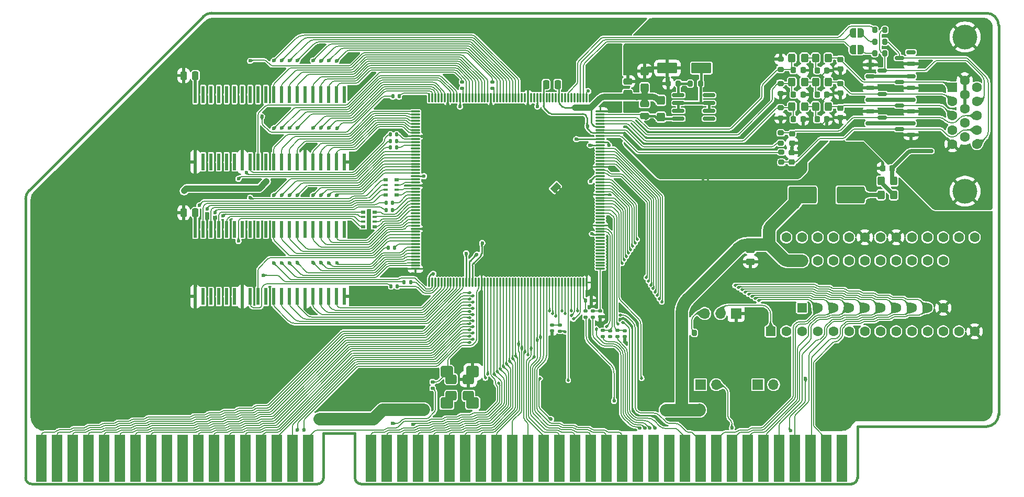
<source format=gtl>
%TF.GenerationSoftware,KiCad,Pcbnew,9.0.3*%
%TF.CreationDate,2025-08-10T20:31:52+03:00*%
%TF.ProjectId,eos,656f732e-6b69-4636-9164-5f7063625858,1.0.2*%
%TF.SameCoordinates,Original*%
%TF.FileFunction,Copper,L1,Top*%
%TF.FilePolarity,Positive*%
%FSLAX46Y46*%
G04 Gerber Fmt 4.6, Leading zero omitted, Abs format (unit mm)*
G04 Created by KiCad (PCBNEW 9.0.3) date 2025-08-10 20:31:52*
%MOMM*%
%LPD*%
G01*
G04 APERTURE LIST*
G04 Aperture macros list*
%AMRoundRect*
0 Rectangle with rounded corners*
0 $1 Rounding radius*
0 $2 $3 $4 $5 $6 $7 $8 $9 X,Y pos of 4 corners*
0 Add a 4 corners polygon primitive as box body*
4,1,4,$2,$3,$4,$5,$6,$7,$8,$9,$2,$3,0*
0 Add four circle primitives for the rounded corners*
1,1,$1+$1,$2,$3*
1,1,$1+$1,$4,$5*
1,1,$1+$1,$6,$7*
1,1,$1+$1,$8,$9*
0 Add four rect primitives between the rounded corners*
20,1,$1+$1,$2,$3,$4,$5,0*
20,1,$1+$1,$4,$5,$6,$7,0*
20,1,$1+$1,$6,$7,$8,$9,0*
20,1,$1+$1,$8,$9,$2,$3,0*%
%AMRotRect*
0 Rectangle, with rotation*
0 The origin of the aperture is its center*
0 $1 length*
0 $2 width*
0 $3 Rotation angle, in degrees counterclockwise*
0 Add horizontal line*
21,1,$1,$2,0,0,$3*%
%AMFreePoly0*
4,1,23,0.500000,-0.750000,0.000000,-0.750000,0.000000,-0.745722,-0.065263,-0.745722,-0.191342,-0.711940,-0.304381,-0.646677,-0.396677,-0.554381,-0.461940,-0.441342,-0.495722,-0.315263,-0.495722,-0.250000,-0.500000,-0.250000,-0.500000,0.250000,-0.495722,0.250000,-0.495722,0.315263,-0.461940,0.441342,-0.396677,0.554381,-0.304381,0.646677,-0.191342,0.711940,-0.065263,0.745722,0.000000,0.745722,
0.000000,0.750000,0.500000,0.750000,0.500000,-0.750000,0.500000,-0.750000,$1*%
%AMFreePoly1*
4,1,23,0.000000,0.745722,0.065263,0.745722,0.191342,0.711940,0.304381,0.646677,0.396677,0.554381,0.461940,0.441342,0.495722,0.315263,0.495722,0.250000,0.500000,0.250000,0.500000,-0.250000,0.495722,-0.250000,0.495722,-0.315263,0.461940,-0.441342,0.396677,-0.554381,0.304381,-0.646677,0.191342,-0.711940,0.065263,-0.745722,0.000000,-0.745722,0.000000,-0.750000,-0.500000,-0.750000,
-0.500000,0.750000,0.000000,0.750000,0.000000,0.745722,0.000000,0.745722,$1*%
G04 Aperture macros list end*
%TA.AperFunction,EtchedComponent*%
%ADD10C,0.000000*%
%TD*%
%TA.AperFunction,SMDPad,CuDef*%
%ADD11R,0.508000X2.778000*%
%TD*%
%TA.AperFunction,ComponentPad*%
%ADD12R,1.700000X1.700000*%
%TD*%
%TA.AperFunction,ComponentPad*%
%ADD13O,1.700000X1.700000*%
%TD*%
%TA.AperFunction,SMDPad,CuDef*%
%ADD14RoundRect,0.250000X0.475000X-0.250000X0.475000X0.250000X-0.475000X0.250000X-0.475000X-0.250000X0*%
%TD*%
%TA.AperFunction,SMDPad,CuDef*%
%ADD15RoundRect,0.250000X0.250000X0.475000X-0.250000X0.475000X-0.250000X-0.475000X0.250000X-0.475000X0*%
%TD*%
%TA.AperFunction,SMDPad,CuDef*%
%ADD16RoundRect,0.225000X0.250000X-0.225000X0.250000X0.225000X-0.250000X0.225000X-0.250000X-0.225000X0*%
%TD*%
%TA.AperFunction,SMDPad,CuDef*%
%ADD17RoundRect,0.250000X-0.475000X0.250000X-0.475000X-0.250000X0.475000X-0.250000X0.475000X0.250000X0*%
%TD*%
%TA.AperFunction,SMDPad,CuDef*%
%ADD18RoundRect,0.250000X0.425000X-0.450000X0.425000X0.450000X-0.425000X0.450000X-0.425000X-0.450000X0*%
%TD*%
%TA.AperFunction,SMDPad,CuDef*%
%ADD19RoundRect,0.225000X0.225000X0.250000X-0.225000X0.250000X-0.225000X-0.250000X0.225000X-0.250000X0*%
%TD*%
%TA.AperFunction,ComponentPad*%
%ADD20RoundRect,0.250000X2.000000X1.100000X-2.000000X1.100000X-2.000000X-1.100000X2.000000X-1.100000X0*%
%TD*%
%TA.AperFunction,ComponentPad*%
%ADD21RoundRect,0.250000X-2.000000X-1.100000X2.000000X-1.100000X2.000000X1.100000X-2.000000X1.100000X0*%
%TD*%
%TA.AperFunction,SMDPad,CuDef*%
%ADD22RoundRect,0.250000X0.325000X0.450000X-0.325000X0.450000X-0.325000X-0.450000X0.325000X-0.450000X0*%
%TD*%
%TA.AperFunction,SMDPad,CuDef*%
%ADD23RoundRect,0.200000X-0.200000X-0.275000X0.200000X-0.275000X0.200000X0.275000X-0.200000X0.275000X0*%
%TD*%
%TA.AperFunction,SMDPad,CuDef*%
%ADD24RoundRect,0.200000X0.200000X0.275000X-0.200000X0.275000X-0.200000X-0.275000X0.200000X-0.275000X0*%
%TD*%
%TA.AperFunction,SMDPad,CuDef*%
%ADD25RoundRect,0.200000X-0.275000X0.200000X-0.275000X-0.200000X0.275000X-0.200000X0.275000X0.200000X0*%
%TD*%
%TA.AperFunction,SMDPad,CuDef*%
%ADD26RoundRect,0.200000X0.275000X-0.200000X0.275000X0.200000X-0.275000X0.200000X-0.275000X-0.200000X0*%
%TD*%
%TA.AperFunction,SMDPad,CuDef*%
%ADD27RoundRect,0.150000X-0.825000X-0.150000X0.825000X-0.150000X0.825000X0.150000X-0.825000X0.150000X0*%
%TD*%
%TA.AperFunction,ConnectorPad*%
%ADD28R,1.780000X7.620000*%
%TD*%
%TA.AperFunction,SMDPad,CuDef*%
%ADD29RoundRect,0.250000X-0.325000X-0.450000X0.325000X-0.450000X0.325000X0.450000X-0.325000X0.450000X0*%
%TD*%
%TA.AperFunction,SMDPad,CuDef*%
%ADD30RoundRect,0.225000X-0.225000X-0.250000X0.225000X-0.250000X0.225000X0.250000X-0.225000X0.250000X0*%
%TD*%
%TA.AperFunction,SMDPad,CuDef*%
%ADD31RoundRect,0.225000X-0.250000X0.225000X-0.250000X-0.225000X0.250000X-0.225000X0.250000X0.225000X0*%
%TD*%
%TA.AperFunction,SMDPad,CuDef*%
%ADD32RoundRect,0.250000X-1.400000X-0.600000X1.400000X-0.600000X1.400000X0.600000X-1.400000X0.600000X0*%
%TD*%
%TA.AperFunction,ComponentPad*%
%ADD33C,4.000000*%
%TD*%
%TA.AperFunction,ComponentPad*%
%ADD34R,1.600000X1.600000*%
%TD*%
%TA.AperFunction,ComponentPad*%
%ADD35C,1.600000*%
%TD*%
%TA.AperFunction,SMDPad,CuDef*%
%ADD36RoundRect,0.250000X-0.425000X0.450000X-0.425000X-0.450000X0.425000X-0.450000X0.425000X0.450000X0*%
%TD*%
%TA.AperFunction,SMDPad,CuDef*%
%ADD37RoundRect,0.135000X0.185000X-0.135000X0.185000X0.135000X-0.185000X0.135000X-0.185000X-0.135000X0*%
%TD*%
%TA.AperFunction,SMDPad,CuDef*%
%ADD38R,1.500000X1.000000*%
%TD*%
%TA.AperFunction,SMDPad,CuDef*%
%ADD39RoundRect,0.135000X-0.135000X-0.185000X0.135000X-0.185000X0.135000X0.185000X-0.135000X0.185000X0*%
%TD*%
%TA.AperFunction,SMDPad,CuDef*%
%ADD40RoundRect,0.150000X0.587500X0.150000X-0.587500X0.150000X-0.587500X-0.150000X0.587500X-0.150000X0*%
%TD*%
%TA.AperFunction,SMDPad,CuDef*%
%ADD41R,0.800000X0.500000*%
%TD*%
%TA.AperFunction,SMDPad,CuDef*%
%ADD42R,0.800000X0.400000*%
%TD*%
%TA.AperFunction,SMDPad,CuDef*%
%ADD43RoundRect,0.140000X-0.170000X0.140000X-0.170000X-0.140000X0.170000X-0.140000X0.170000X0.140000X0*%
%TD*%
%TA.AperFunction,SMDPad,CuDef*%
%ADD44RoundRect,0.075000X0.075000X-0.662500X0.075000X0.662500X-0.075000X0.662500X-0.075000X-0.662500X0*%
%TD*%
%TA.AperFunction,SMDPad,CuDef*%
%ADD45RoundRect,0.075000X0.662500X-0.075000X0.662500X0.075000X-0.662500X0.075000X-0.662500X-0.075000X0*%
%TD*%
%TA.AperFunction,ComponentPad*%
%ADD46RoundRect,0.250000X0.550000X-0.550000X0.550000X0.550000X-0.550000X0.550000X-0.550000X-0.550000X0*%
%TD*%
%TA.AperFunction,SMDPad,CuDef*%
%ADD47RoundRect,0.250000X0.750000X-0.650000X0.750000X0.650000X-0.750000X0.650000X-0.750000X-0.650000X0*%
%TD*%
%TA.AperFunction,SMDPad,CuDef*%
%ADD48RoundRect,0.150000X-0.587500X-0.150000X0.587500X-0.150000X0.587500X0.150000X-0.587500X0.150000X0*%
%TD*%
%TA.AperFunction,SMDPad,CuDef*%
%ADD49FreePoly0,0.000000*%
%TD*%
%TA.AperFunction,SMDPad,CuDef*%
%ADD50FreePoly1,0.000000*%
%TD*%
%TA.AperFunction,SMDPad,CuDef*%
%ADD51RoundRect,0.250001X0.649999X-0.519999X0.649999X0.519999X-0.649999X0.519999X-0.649999X-0.519999X0*%
%TD*%
%TA.AperFunction,SMDPad,CuDef*%
%ADD52RoundRect,0.135000X0.135000X0.185000X-0.135000X0.185000X-0.135000X-0.185000X0.135000X-0.185000X0*%
%TD*%
%TA.AperFunction,SMDPad,CuDef*%
%ADD53RoundRect,0.140000X-0.140000X-0.170000X0.140000X-0.170000X0.140000X0.170000X-0.140000X0.170000X0*%
%TD*%
%TA.AperFunction,SMDPad,CuDef*%
%ADD54RoundRect,0.140000X0.170000X-0.140000X0.170000X0.140000X-0.170000X0.140000X-0.170000X-0.140000X0*%
%TD*%
%TA.AperFunction,SMDPad,CuDef*%
%ADD55RotRect,1.000000X1.500000X135.000000*%
%TD*%
%TA.AperFunction,ViaPad*%
%ADD56C,0.600000*%
%TD*%
%TA.AperFunction,ViaPad*%
%ADD57C,0.500000*%
%TD*%
%TA.AperFunction,ViaPad*%
%ADD58C,0.700000*%
%TD*%
%TA.AperFunction,Conductor*%
%ADD59C,0.200000*%
%TD*%
%TA.AperFunction,Conductor*%
%ADD60C,0.381000*%
%TD*%
%TA.AperFunction,Conductor*%
%ADD61C,2.032000*%
%TD*%
%TA.AperFunction,Conductor*%
%ADD62C,1.016000*%
%TD*%
%TA.AperFunction,Conductor*%
%ADD63C,0.635000*%
%TD*%
%TA.AperFunction,Conductor*%
%ADD64C,0.508000*%
%TD*%
%TA.AperFunction,Conductor*%
%ADD65C,0.250000*%
%TD*%
%TA.AperFunction,Conductor*%
%ADD66C,1.524000*%
%TD*%
%TA.AperFunction,Profile*%
%ADD67C,0.381000*%
%TD*%
G04 APERTURE END LIST*
D10*
%TA.AperFunction,EtchedComponent*%
%TO.C,JP3*%
G36*
X183525000Y-65275000D02*
G01*
X183125000Y-65275000D01*
X183125000Y-64775000D01*
X183525000Y-64775000D01*
X183525000Y-65275000D01*
G37*
%TD.AperFunction*%
%TA.AperFunction,EtchedComponent*%
G36*
X184325000Y-65275000D02*
G01*
X183925000Y-65275000D01*
X183925000Y-64775000D01*
X184325000Y-64775000D01*
X184325000Y-65275000D01*
G37*
%TD.AperFunction*%
%TA.AperFunction,EtchedComponent*%
%TO.C,JP1*%
G36*
X159950736Y-67033579D02*
G01*
X159667894Y-67316422D01*
X159314340Y-66962868D01*
X159597183Y-66680026D01*
X159950736Y-67033579D01*
G37*
%TD.AperFunction*%
%TA.AperFunction,EtchedComponent*%
G36*
X160516422Y-66467894D02*
G01*
X160233579Y-66750736D01*
X159880026Y-66397183D01*
X160162868Y-66114340D01*
X160516422Y-66467894D01*
G37*
%TD.AperFunction*%
%TD*%
D11*
%TO.P,U2,1,VCC*%
%TO.N,VCC*%
X125290000Y-73022000D03*
%TO.P,U2,2,D0*%
%TO.N,/MD47*%
X124020000Y-73022000D03*
%TO.P,U2,3,D1*%
%TO.N,/MD46*%
X122750000Y-73022000D03*
%TO.P,U2,4,D2*%
%TO.N,/MD45*%
X121480000Y-73022000D03*
%TO.P,U2,5,D3*%
%TO.N,/MD44*%
X120210000Y-73022000D03*
%TO.P,U2,6,VCC*%
%TO.N,VCC*%
X118940000Y-73022000D03*
%TO.P,U2,7,D4*%
%TO.N,/MD43*%
X117670000Y-73022000D03*
%TO.P,U2,8,D5*%
%TO.N,/MD42*%
X116400000Y-73022000D03*
%TO.P,U2,9,D6*%
%TO.N,/MD41*%
X115130000Y-73022000D03*
%TO.P,U2,10,D7*%
%TO.N,/MD40*%
X113860000Y-73022000D03*
%TO.P,U2,11,NC*%
%TO.N,unconnected-(U2-NC-Pad11)*%
X112590000Y-73022000D03*
%TO.P,U2,12,NC*%
%TO.N,unconnected-(U2-NC-Pad12)*%
X111320000Y-73022000D03*
%TO.P,U2,13,/WE*%
%TO.N,/~{WE}*%
X110050000Y-73022000D03*
%TO.P,U2,14,/RAS*%
%TO.N,/~{RASM1}*%
X108780000Y-73022000D03*
%TO.P,U2,15,NC*%
%TO.N,unconnected-(U2-NC-Pad15)*%
X107510000Y-73022000D03*
%TO.P,U2,16,A0*%
%TO.N,/RMA7*%
X106240000Y-73022000D03*
%TO.P,U2,17,A1*%
%TO.N,/RMA5*%
X104970000Y-73022000D03*
%TO.P,U2,18,A2*%
%TO.N,/RMA3*%
X103700000Y-73022000D03*
%TO.P,U2,19,A3*%
%TO.N,/RMA1*%
X102430000Y-73022000D03*
%TO.P,U2,20,VCC*%
%TO.N,VCC*%
X101160000Y-73022000D03*
%TO.P,U2,21,GND*%
%TO.N,GND*%
X101160000Y-83928000D03*
%TO.P,U2,22,A4*%
%TO.N,/RMA0*%
X102430000Y-83928000D03*
%TO.P,U2,23,A5*%
%TO.N,/RMA2*%
X103700000Y-83928000D03*
%TO.P,U2,24,A6*%
%TO.N,/RMA4*%
X104970000Y-83928000D03*
%TO.P,U2,25,A7*%
%TO.N,/RMA6*%
X106240000Y-83928000D03*
%TO.P,U2,26,A8*%
%TO.N,/RMA8*%
X107510000Y-83928000D03*
%TO.P,U2,27,/OE*%
%TO.N,GND*%
X108780000Y-83928000D03*
%TO.P,U2,28,/UCAS*%
%TO.N,/~{CAS0}*%
X110050000Y-83928000D03*
%TO.P,U2,29,/LCAS*%
%TO.N,/~{CAS5}*%
X111320000Y-83928000D03*
%TO.P,U2,30,NC*%
%TO.N,unconnected-(U2-NC-Pad30)*%
X112590000Y-83928000D03*
%TO.P,U2,31,D8*%
%TO.N,/MD0*%
X113860000Y-83928000D03*
%TO.P,U2,32,D9*%
%TO.N,/MD1*%
X115130000Y-83928000D03*
%TO.P,U2,33,D10*%
%TO.N,/MD2*%
X116400000Y-83928000D03*
%TO.P,U2,34,D11*%
%TO.N,/MD3*%
X117670000Y-83928000D03*
%TO.P,U2,35,GND*%
%TO.N,GND*%
X118940000Y-83928000D03*
%TO.P,U2,36,D12*%
%TO.N,/MD4*%
X120210000Y-83928000D03*
%TO.P,U2,37,D13*%
%TO.N,/MD5*%
X121480000Y-83928000D03*
%TO.P,U2,38,D14*%
%TO.N,/MD6*%
X122750000Y-83928000D03*
%TO.P,U2,39,D15*%
%TO.N,/MD7*%
X124020000Y-83928000D03*
%TO.P,U2,40,GND*%
%TO.N,GND*%
X125290000Y-83928000D03*
%TD*%
%TO.P,U1,1,VCC*%
%TO.N,VCC*%
X125290000Y-51195000D03*
%TO.P,U1,2,D0*%
%TO.N,/MD16*%
X124020000Y-51195000D03*
%TO.P,U1,3,D1*%
%TO.N,/MD17*%
X122750000Y-51195000D03*
%TO.P,U1,4,D2*%
%TO.N,/MD18*%
X121480000Y-51195000D03*
%TO.P,U1,5,D3*%
%TO.N,/MD19*%
X120210000Y-51195000D03*
%TO.P,U1,6,VCC*%
%TO.N,VCC*%
X118940000Y-51195000D03*
%TO.P,U1,7,D4*%
%TO.N,/MD20*%
X117670000Y-51195000D03*
%TO.P,U1,8,D5*%
%TO.N,/MD21*%
X116400000Y-51195000D03*
%TO.P,U1,9,D6*%
%TO.N,/MD22*%
X115130000Y-51195000D03*
%TO.P,U1,10,D7*%
%TO.N,/MD23*%
X113860000Y-51195000D03*
%TO.P,U1,11,NC*%
%TO.N,unconnected-(U1-NC-Pad11)*%
X112590000Y-51195000D03*
%TO.P,U1,12,NC*%
%TO.N,unconnected-(U1-NC-Pad12)*%
X111320000Y-51195000D03*
%TO.P,U1,13,/WE*%
%TO.N,/~{WE}*%
X110050000Y-51195000D03*
%TO.P,U1,14,/RAS*%
%TO.N,/~{RASM1}*%
X108780000Y-51195000D03*
%TO.P,U1,15,NC*%
%TO.N,unconnected-(U1-NC-Pad15)*%
X107510000Y-51195000D03*
%TO.P,U1,16,A0*%
%TO.N,/RMA7*%
X106240000Y-51195000D03*
%TO.P,U1,17,A1*%
%TO.N,/RMA5*%
X104970000Y-51195000D03*
%TO.P,U1,18,A2*%
%TO.N,/RMA3*%
X103700000Y-51195000D03*
%TO.P,U1,19,A3*%
%TO.N,/RMA1*%
X102430000Y-51195000D03*
%TO.P,U1,20,VCC*%
%TO.N,VCC*%
X101160000Y-51195000D03*
%TO.P,U1,21,GND*%
%TO.N,GND*%
X101160000Y-62101000D03*
%TO.P,U1,22,A4*%
%TO.N,/RMA0*%
X102430000Y-62101000D03*
%TO.P,U1,23,A5*%
%TO.N,/RMA2*%
X103700000Y-62101000D03*
%TO.P,U1,24,A6*%
%TO.N,/RMA4*%
X104970000Y-62101000D03*
%TO.P,U1,25,A7*%
%TO.N,/RMA6*%
X106240000Y-62101000D03*
%TO.P,U1,26,A8*%
%TO.N,/RMA8*%
X107510000Y-62101000D03*
%TO.P,U1,27,/OE*%
%TO.N,GND*%
X108780000Y-62101000D03*
%TO.P,U1,28,/UCAS*%
%TO.N,/~{CAS7}*%
X110050000Y-62101000D03*
%TO.P,U1,29,/LCAS*%
%TO.N,/~{CAS2}*%
X111320000Y-62101000D03*
%TO.P,U1,30,NC*%
%TO.N,unconnected-(U1-NC-Pad30)*%
X112590000Y-62101000D03*
%TO.P,U1,31,D8*%
%TO.N,/MD63*%
X113860000Y-62101000D03*
%TO.P,U1,32,D9*%
%TO.N,/MD62*%
X115130000Y-62101000D03*
%TO.P,U1,33,D10*%
%TO.N,/MD61*%
X116400000Y-62101000D03*
%TO.P,U1,34,D11*%
%TO.N,/MD60*%
X117670000Y-62101000D03*
%TO.P,U1,35,GND*%
%TO.N,GND*%
X118940000Y-62101000D03*
%TO.P,U1,36,D12*%
%TO.N,/MD59*%
X120210000Y-62101000D03*
%TO.P,U1,37,D13*%
%TO.N,/MD58*%
X121480000Y-62101000D03*
%TO.P,U1,38,D14*%
%TO.N,/MD57*%
X122750000Y-62101000D03*
%TO.P,U1,39,D15*%
%TO.N,/MD56*%
X124020000Y-62101000D03*
%TO.P,U1,40,GND*%
%TO.N,GND*%
X125290000Y-62101000D03*
%TD*%
D12*
%TO.P,JP2,1,1*%
%TO.N,/0WS*%
X182900000Y-98200000D03*
D13*
%TO.P,JP2,2,2*%
%TO.N,Net-(J1-UNUSED)*%
X185440000Y-98200000D03*
%TD*%
D14*
%TO.P,C9,1*%
%TO.N,DACVDD*%
X171125000Y-50975000D03*
%TO.P,C9,2*%
%TO.N,DACVSS*%
X171125000Y-49075000D03*
%TD*%
D15*
%TO.P,C3,1*%
%TO.N,DACVDD*%
X159825000Y-49575000D03*
%TO.P,C3,2*%
%TO.N,DACVSS*%
X157925000Y-49575000D03*
%TD*%
D16*
%TO.P,C15,1*%
%TO.N,Net-(C15-Pad1)*%
X197685000Y-62175000D03*
%TO.P,C15,2*%
%TO.N,DACVSS*%
X197685000Y-60625000D03*
%TD*%
D17*
%TO.P,C10,1*%
%TO.N,DACVDD*%
X173850000Y-52750000D03*
%TO.P,C10,2*%
%TO.N,IREF*%
X173850000Y-54650000D03*
%TD*%
D18*
%TO.P,C11,1*%
%TO.N,DACVDD*%
X173875000Y-50100000D03*
%TO.P,C11,2*%
%TO.N,DACVSS*%
X173875000Y-47400000D03*
%TD*%
D15*
%TO.P,C2,1*%
%TO.N,VCC*%
X101175000Y-70350000D03*
%TO.P,C2,2*%
%TO.N,GND*%
X99275000Y-70350000D03*
%TD*%
D17*
%TO.P,C13,1*%
%TO.N,VCC*%
X191000000Y-76400000D03*
%TO.P,C13,2*%
%TO.N,GND*%
X191000000Y-78300000D03*
%TD*%
D19*
%TO.P,C25,1*%
%TO.N,Net-(C25-Pad1)*%
X213925000Y-63125000D03*
%TO.P,C25,2*%
%TO.N,GND*%
X212375000Y-63125000D03*
%TD*%
D20*
%TO.P,D2,1,K*%
%TO.N,Net-(D2-K)*%
X207210000Y-67475000D03*
D21*
%TO.P,D2,2,A*%
%TO.N,VCC*%
X199410000Y-67475000D03*
%TD*%
D22*
%TO.P,F1,1*%
%TO.N,Net-(F1-Pad1)*%
X214175000Y-67475000D03*
%TO.P,F1,2*%
%TO.N,Net-(D2-K)*%
X212125000Y-67475000D03*
%TD*%
%TO.P,FB1,1*%
%TO.N,Net-(C25-Pad1)*%
X214175000Y-65225000D03*
%TO.P,FB1,2*%
%TO.N,Net-(F1-Pad1)*%
X212125000Y-65225000D03*
%TD*%
D23*
%TO.P,R18,1*%
%TO.N,DACVSS*%
X177675000Y-49425000D03*
%TO.P,R18,2*%
%TO.N,Net-(R18-Pad2)*%
X179325000Y-49425000D03*
%TD*%
D24*
%TO.P,R20,1*%
%TO.N,Net-(D1-A)*%
X182900000Y-49425000D03*
%TO.P,R20,2*%
%TO.N,Net-(R18-Pad2)*%
X181250000Y-49425000D03*
%TD*%
D25*
%TO.P,R24,1*%
%TO.N,Net-(C14-Pad1)*%
X195885000Y-57425000D03*
%TO.P,R24,2*%
%TO.N,HSYNC*%
X195885000Y-59075000D03*
%TD*%
D26*
%TO.P,R25,1*%
%TO.N,Net-(C15-Pad1)*%
X196010000Y-62175000D03*
%TO.P,R25,2*%
%TO.N,VSYNC*%
X196010000Y-60525000D03*
%TD*%
D27*
%TO.P,U4,1*%
%TO.N,Net-(R18-Pad2)*%
X179325000Y-51295000D03*
%TO.P,U4,2*%
%TO.N,Net-(D1-A)*%
X179325000Y-52565000D03*
%TO.P,U4,3*%
X179325000Y-53835000D03*
%TO.P,U4,4*%
%TO.N,IREF*%
X179325000Y-55105000D03*
%TO.P,U4,5*%
%TO.N,N/C*%
X184275000Y-55105000D03*
%TO.P,U4,6*%
%TO.N,Net-(D1-A)*%
X184275000Y-53835000D03*
%TO.P,U4,7*%
X184275000Y-52565000D03*
%TO.P,U4,8*%
%TO.N,N/C*%
X184275000Y-51295000D03*
%TD*%
D28*
%TO.P,J1,32,IO*%
%TO.N,unconnected-(J1-IO-Pad32)*%
X205765900Y-110177580D03*
%TO.P,J1,33,DB7*%
%TO.N,/SD7*%
X203225900Y-110177580D03*
%TO.P,J1,34,DB6*%
%TO.N,/SD6*%
X200685900Y-110177580D03*
%TO.P,J1,35,DB5*%
%TO.N,/SD5*%
X198145900Y-110177580D03*
%TO.P,J1,36,DB4*%
%TO.N,/SD4*%
X195605900Y-110177580D03*
%TO.P,J1,37,DB3*%
%TO.N,/SD3*%
X193065900Y-110177580D03*
%TO.P,J1,38,DB2*%
%TO.N,/SD2*%
X190525900Y-110177580D03*
%TO.P,J1,39,DB1*%
%TO.N,/SD1*%
X187985900Y-110177580D03*
%TO.P,J1,40,DB0*%
%TO.N,/SD0*%
X185445900Y-110177580D03*
%TO.P,J1,41,IO_READY*%
%TO.N,/IOCHRDY*%
X182905900Y-110177580D03*
%TO.P,J1,42,AEN*%
%TO.N,/AEN*%
X180365900Y-110177580D03*
%TO.P,J1,43,BA19*%
%TO.N,unconnected-(J1-BA19-Pad43)*%
X177825900Y-110177580D03*
%TO.P,J1,44,BA18*%
%TO.N,unconnected-(J1-BA18-Pad44)*%
X175285900Y-110177580D03*
%TO.P,J1,45,BA17*%
%TO.N,unconnected-(J1-BA17-Pad45)*%
X172745900Y-110177580D03*
%TO.P,J1,46,BA16*%
%TO.N,/SA16*%
X170205900Y-110177580D03*
%TO.P,J1,47,BA15*%
%TO.N,/SA15*%
X167665900Y-110177580D03*
%TO.P,J1,48,BA14*%
%TO.N,/SA14*%
X165125900Y-110177580D03*
%TO.P,J1,49,BA13*%
%TO.N,/SA13*%
X162585900Y-110177580D03*
%TO.P,J1,50,BA12*%
%TO.N,/SA12*%
X160045900Y-110177580D03*
%TO.P,J1,51,BA11*%
%TO.N,/SA11*%
X157505900Y-110177580D03*
%TO.P,J1,52,BA10*%
%TO.N,/SA10*%
X154965900Y-110177580D03*
%TO.P,J1,53,BA09*%
%TO.N,/SA9*%
X152425900Y-110177580D03*
%TO.P,J1,54,BA08*%
%TO.N,/SA8*%
X149885900Y-110177580D03*
%TO.P,J1,55,BA07*%
%TO.N,/SA7*%
X147345900Y-110177580D03*
%TO.P,J1,56,BA06*%
%TO.N,/SA6*%
X144805900Y-110177580D03*
%TO.P,J1,57,BA05*%
%TO.N,/SA5*%
X142265900Y-110177580D03*
%TO.P,J1,58,BA04*%
%TO.N,/SA4*%
X139725900Y-110177580D03*
%TO.P,J1,59,BA03*%
%TO.N,/SA3*%
X137185900Y-110177580D03*
%TO.P,J1,60,BA02*%
%TO.N,/SA2*%
X134645900Y-110177580D03*
%TO.P,J1,61,BA01*%
%TO.N,/SA1*%
X132105900Y-110177580D03*
%TO.P,J1,62,BA00*%
%TO.N,/SA0*%
X129565900Y-110177580D03*
%TO.P,J1,81,SBHE*%
%TO.N,/~{SBHE}*%
X119405900Y-110177580D03*
%TO.P,J1,82,LA23*%
%TO.N,/LA23*%
X116865900Y-110177580D03*
%TO.P,J1,83,LA22*%
%TO.N,/LA22*%
X114325900Y-110177580D03*
%TO.P,J1,84,LA21*%
%TO.N,/LA21*%
X111785900Y-110177580D03*
%TO.P,J1,85,LA20*%
%TO.N,/LA20*%
X109245900Y-110177580D03*
%TO.P,J1,86,LA19*%
%TO.N,/LA19*%
X106705900Y-110177580D03*
%TO.P,J1,87,LA18*%
%TO.N,/LA18*%
X104165900Y-110177580D03*
%TO.P,J1,88,LA17*%
%TO.N,/LA17*%
X101625900Y-110177580D03*
%TO.P,J1,89,~{MEMR}*%
%TO.N,unconnected-(J1-~{MEMR}-Pad89)*%
X99085900Y-110177580D03*
%TO.P,J1,90,~{MEMW}*%
%TO.N,unconnected-(J1-~{MEMW}-Pad90)*%
X96545900Y-110177580D03*
%TO.P,J1,91,D8*%
%TO.N,/SD8*%
X94005900Y-110177580D03*
%TO.P,J1,92,D9*%
%TO.N,/SD9*%
X91465900Y-110177580D03*
%TO.P,J1,93,D10*%
%TO.N,/SD10*%
X88925900Y-110177580D03*
%TO.P,J1,94,D11*%
%TO.N,/SD11*%
X86385900Y-110177580D03*
%TO.P,J1,95,D12*%
%TO.N,/SD12*%
X83845900Y-110177580D03*
%TO.P,J1,96,D13*%
%TO.N,/SD13*%
X81305900Y-110177580D03*
%TO.P,J1,97,D14*%
%TO.N,/SD14*%
X78765900Y-110177580D03*
%TO.P,J1,98,D15*%
%TO.N,/SD15*%
X76225900Y-110177580D03*
%TD*%
D12*
%TO.P,JP4,1,A*%
%TO.N,GND*%
X188665000Y-86675000D03*
D13*
%TO.P,JP4,2,C*%
%TO.N,Net-(JP4-C)*%
X186125000Y-86675000D03*
%TO.P,JP4,3,B*%
%TO.N,Net-(JP4-B)*%
X183585000Y-86675000D03*
%TD*%
D15*
%TO.P,C1,1*%
%TO.N,VCC*%
X101175000Y-48125000D03*
%TO.P,C1,2*%
%TO.N,GND*%
X99275000Y-48125000D03*
%TD*%
D29*
%TO.P,L5,1,1*%
%TO.N,Net-(C20-Pad1)*%
X201532980Y-49196256D03*
%TO.P,L5,2,2*%
%TO.N,Net-(C23-Pad1)*%
X203582980Y-49196256D03*
%TD*%
%TO.P,L1,1,1*%
%TO.N,RED*%
X197696420Y-45265860D03*
%TO.P,L1,2,2*%
%TO.N,Net-(C19-Pad1)*%
X199746420Y-45265860D03*
%TD*%
%TO.P,L2,1,1*%
%TO.N,GREEN*%
X197696420Y-49195240D03*
%TO.P,L2,2,2*%
%TO.N,Net-(C20-Pad1)*%
X199746420Y-49195240D03*
%TD*%
%TO.P,L3,1,1*%
%TO.N,BLUE*%
X197696420Y-53157640D03*
%TO.P,L3,2,2*%
%TO.N,Net-(C21-Pad1)*%
X199746420Y-53157640D03*
%TD*%
%TO.P,L6,1,1*%
%TO.N,Net-(C21-Pad1)*%
X201532980Y-53162720D03*
%TO.P,L6,2,2*%
%TO.N,Net-(C24-Pad1)*%
X203582980Y-53162720D03*
%TD*%
%TO.P,L4,1,1*%
%TO.N,Net-(C19-Pad1)*%
X201532980Y-45265860D03*
%TO.P,L4,2,2*%
%TO.N,Net-(C22-Pad1)*%
X203582980Y-45265860D03*
%TD*%
D25*
%TO.P,R23,1*%
%TO.N,BLUE*%
X195849840Y-53357420D03*
%TO.P,R23,2*%
%TO.N,DACVSS*%
X195849840Y-55007420D03*
%TD*%
D26*
%TO.P,R21,1*%
%TO.N,RED*%
X195849840Y-47115640D03*
%TO.P,R21,2*%
%TO.N,DACVSS*%
X195849840Y-45465640D03*
%TD*%
D25*
%TO.P,R22,1*%
%TO.N,GREEN*%
X195849840Y-49395020D03*
%TO.P,R22,2*%
%TO.N,DACVSS*%
X195849840Y-51045020D03*
%TD*%
D30*
%TO.P,C20,1*%
%TO.N,Net-(C20-Pad1)*%
X201782980Y-51237400D03*
%TO.P,C20,2*%
%TO.N,DACVSS*%
X203332980Y-51237400D03*
%TD*%
%TO.P,C17,1*%
%TO.N,GREEN*%
X197946200Y-51242480D03*
%TO.P,C17,2*%
%TO.N,DACVSS*%
X199496200Y-51242480D03*
%TD*%
%TO.P,C19,1*%
%TO.N,Net-(C19-Pad1)*%
X201782600Y-47287700D03*
%TO.P,C19,2*%
%TO.N,DACVSS*%
X203332600Y-47287700D03*
%TD*%
%TO.P,C21,1*%
%TO.N,Net-(C21-Pad1)*%
X201782980Y-55220120D03*
%TO.P,C21,2*%
%TO.N,DACVSS*%
X203332980Y-55220120D03*
%TD*%
%TO.P,C16,1*%
%TO.N,RED*%
X197939580Y-47277540D03*
%TO.P,C16,2*%
%TO.N,DACVSS*%
X199489580Y-47277540D03*
%TD*%
%TO.P,C18,1*%
%TO.N,BLUE*%
X197946420Y-55215040D03*
%TO.P,C18,2*%
%TO.N,DACVSS*%
X199496420Y-55215040D03*
%TD*%
D31*
%TO.P,C23,1*%
%TO.N,Net-(C23-Pad1)*%
X205529780Y-49446400D03*
%TO.P,C23,2*%
%TO.N,DACVSS*%
X205529780Y-50996400D03*
%TD*%
%TO.P,C22,1*%
%TO.N,Net-(C22-Pad1)*%
X205527240Y-45518400D03*
%TO.P,C22,2*%
%TO.N,DACVSS*%
X205527240Y-47068400D03*
%TD*%
%TO.P,C24,1*%
%TO.N,Net-(C24-Pad1)*%
X205529780Y-53415260D03*
%TO.P,C24,2*%
%TO.N,DACVSS*%
X205529780Y-54965260D03*
%TD*%
D32*
%TO.P,D1,1,K*%
%TO.N,DACVSS*%
X177550000Y-46925000D03*
%TO.P,D1,2,A*%
%TO.N,Net-(D1-A)*%
X183050000Y-46925000D03*
%TD*%
D33*
%TO.P,J2,0*%
%TO.N,DACVSS*%
X225725000Y-66875000D03*
X225725000Y-41875000D03*
D34*
%TO.P,J2,1*%
%TO.N,Net-(C22-Pad1)*%
X223675000Y-50060000D03*
D35*
%TO.P,J2,2*%
%TO.N,Net-(C23-Pad1)*%
X223675000Y-52350000D03*
%TO.P,J2,3*%
%TO.N,Net-(C24-Pad1)*%
X223675000Y-54640000D03*
%TO.P,J2,4*%
%TO.N,unconnected-(J2-Pad4)*%
X223675000Y-56930000D03*
%TO.P,J2,5*%
%TO.N,DACVSS*%
X223675000Y-59220000D03*
%TO.P,J2,6*%
X225655000Y-48915000D03*
%TO.P,J2,7*%
X225655000Y-51205000D03*
%TO.P,J2,8*%
X225655000Y-53495000D03*
%TO.P,J2,9*%
%TO.N,Net-(C25-Pad1)*%
X225655000Y-55785000D03*
%TO.P,J2,10*%
%TO.N,DACVSS*%
X225655000Y-58075000D03*
%TO.P,J2,11*%
%TO.N,unconnected-(J2-Pad11)*%
X227635000Y-50060000D03*
%TO.P,J2,12*%
%TO.N,Net-(D3-K-Pad3)*%
X227635000Y-52350000D03*
%TO.P,J2,13*%
%TO.N,Net-(C14-Pad1)*%
X227635000Y-54640000D03*
%TO.P,J2,14*%
%TO.N,Net-(C15-Pad1)*%
X227635000Y-56930000D03*
%TO.P,J2,15*%
%TO.N,Net-(D6-K-Pad3)*%
X227635000Y-59220000D03*
%TD*%
D36*
%TO.P,C12,1*%
%TO.N,DACVDD*%
X176500000Y-52150000D03*
%TO.P,C12,2*%
%TO.N,IREF*%
X176500000Y-54850000D03*
%TD*%
D31*
%TO.P,C14,1*%
%TO.N,Net-(C14-Pad1)*%
X197735000Y-57525000D03*
%TO.P,C14,2*%
%TO.N,DACVSS*%
X197735000Y-59075000D03*
%TD*%
D37*
%TO.P,R17,1*%
%TO.N,/~{MEMW}*%
X169458333Y-90445000D03*
%TO.P,R17,2*%
%TO.N,Net-(U3-~{MEMW})*%
X169458333Y-89425000D03*
%TD*%
%TO.P,R12,1*%
%TO.N,Net-(U3-~{CAS3})*%
X149275000Y-50185000D03*
%TO.P,R12,2*%
%TO.N,/~{CAS3}*%
X149275000Y-49165000D03*
%TD*%
%TO.P,R14,1*%
%TO.N,Net-(R14-Pad1)*%
X164300000Y-87260000D03*
%TO.P,R14,2*%
%TO.N,/~{RESET}*%
X164300000Y-86240000D03*
%TD*%
D38*
%TO.P,JP3,1,A*%
%TO.N,DACVSS*%
X183725000Y-64375000D03*
%TO.P,JP3,2,B*%
%TO.N,GND*%
X183725000Y-65675000D03*
%TD*%
D39*
%TO.P,R5,1*%
%TO.N,/~{RASM1}*%
X132740000Y-59800000D03*
%TO.P,R5,2*%
%TO.N,Net-(U3-~{RAS1})*%
X133760000Y-59800000D03*
%TD*%
D40*
%TO.P,D6,1,K*%
%TO.N,DACVSS*%
X216975000Y-46225000D03*
%TO.P,D6,2,A*%
%TO.N,VCC*%
X216975000Y-44325000D03*
%TO.P,D6,3,K*%
%TO.N,Net-(D6-K-Pad3)*%
X215100000Y-45275000D03*
%TD*%
%TO.P,D9,1,K*%
%TO.N,DACVSS*%
X216975000Y-57750000D03*
%TO.P,D9,2,A*%
%TO.N,VCC*%
X216975000Y-55850000D03*
%TO.P,D9,3,K*%
%TO.N,Net-(C15-Pad1)*%
X215100000Y-56800000D03*
%TD*%
D39*
%TO.P,R7,1*%
%TO.N,/~{CAS0}*%
X132829137Y-82246731D03*
%TO.P,R7,2*%
%TO.N,Net-(U3-~{CAS0})*%
X133849137Y-82246731D03*
%TD*%
D41*
%TO.P,RN2,1,R1.1*%
%TO.N,Net-(RN2A-R1.1)*%
X133750000Y-67450000D03*
D42*
%TO.P,RN2,2,R2.1*%
%TO.N,Net-(RN2B-R2.1)*%
X133750000Y-66650000D03*
%TO.P,RN2,3,R3.1*%
%TO.N,Net-(RN2C-R3.1)*%
X133750000Y-65850000D03*
D41*
%TO.P,RN2,4,R4.1*%
%TO.N,Net-(RN2D-R4.1)*%
X133750000Y-65050000D03*
%TO.P,RN2,5,R4.2*%
%TO.N,/~{CAS6}*%
X131950000Y-65050000D03*
D42*
%TO.P,RN2,6,R3.2*%
%TO.N,/RMA0*%
X131950000Y-65850000D03*
%TO.P,RN2,7,R2.2*%
%TO.N,/RMA1*%
X131950000Y-66650000D03*
D41*
%TO.P,RN2,8,R1.2*%
%TO.N,/RMA2*%
X131950000Y-67450000D03*
%TD*%
D39*
%TO.P,R3,1*%
%TO.N,/~{CAS7}*%
X132740000Y-57675000D03*
%TO.P,R3,2*%
%TO.N,Net-(U3-~{CAS7})*%
X133760000Y-57675000D03*
%TD*%
D43*
%TO.P,C8,1*%
%TO.N,Net-(U3-~{MEMW})*%
X170625000Y-89455000D03*
%TO.P,C8,2*%
%TO.N,GND*%
X170625000Y-90415000D03*
%TD*%
D44*
%TO.P,U3,1,VDD*%
%TO.N,VDD*%
X139000000Y-81650000D03*
%TO.P,U3,2,MD32*%
%TO.N,/MD32*%
X139500000Y-81650000D03*
%TO.P,U3,3,~{CAS4}*%
%TO.N,Net-(U3-~{CAS4})*%
X140000000Y-81650000D03*
%TO.P,U3,4,~{CAS0}*%
%TO.N,Net-(U3-~{CAS0})*%
X140500000Y-81650000D03*
%TO.P,U3,5,MD7*%
%TO.N,/MD7*%
X141000000Y-81650000D03*
%TO.P,U3,6,MD6*%
%TO.N,/MD6*%
X141500000Y-81650000D03*
%TO.P,U3,7,MD5*%
%TO.N,/MD5*%
X142000000Y-81650000D03*
%TO.P,U3,8,MD4*%
%TO.N,/MD4*%
X142500000Y-81650000D03*
%TO.P,U3,9,MD3*%
%TO.N,/MD3*%
X143000000Y-81650000D03*
%TO.P,U3,10,MD2*%
%TO.N,/MD2*%
X143500000Y-81650000D03*
%TO.P,U3,11,MD1*%
%TO.N,/MD1*%
X144000000Y-81650000D03*
%TO.P,U3,12,MD0*%
%TO.N,/MD0*%
X144500000Y-81650000D03*
%TO.P,U3,13,AVDD*%
%TO.N,MFILVDD*%
X145000000Y-81650000D03*
%TO.P,U3,14,MFILTER*%
%TO.N,MFILTER*%
X145500000Y-81650000D03*
%TO.P,U3,15,AVSS*%
%TO.N,GNDREF*%
X146000000Y-81650000D03*
%TO.P,U3,16,MCLK*%
%TO.N,unconnected-(U3-MCLK-Pad16)*%
X146500000Y-81650000D03*
%TO.P,U3,17,OSC*%
%TO.N,/OSC*%
X147000000Y-81650000D03*
%TO.P,U3,18,VSS*%
%TO.N,GND*%
X147500000Y-81650000D03*
%TO.P,U3,19,~{0WS}*%
%TO.N,/0WS*%
X148000000Y-81650000D03*
%TO.P,U3,20,~{REFRESH}*%
%TO.N,/~{REFRESH}*%
X148500000Y-81650000D03*
%TO.P,U3,21,~{SBHE}*%
%TO.N,/~{SBHE}*%
X149000000Y-81650000D03*
%TO.P,U3,22,SA0*%
%TO.N,/SA0*%
X149500000Y-81650000D03*
%TO.P,U3,23,SA1*%
%TO.N,/SA1*%
X150000000Y-81650000D03*
%TO.P,U3,24,SA2*%
%TO.N,/SA2*%
X150500000Y-81650000D03*
%TO.P,U3,25,SA3*%
%TO.N,/SA3*%
X151000000Y-81650000D03*
%TO.P,U3,26,SA4*%
%TO.N,/SA4*%
X151500000Y-81650000D03*
%TO.P,U3,27,SA5*%
%TO.N,/SA5*%
X152000000Y-81650000D03*
%TO.P,U3,28,SA6*%
%TO.N,/SA6*%
X152500000Y-81650000D03*
%TO.P,U3,29,SA7*%
%TO.N,/SA7*%
X153000000Y-81650000D03*
%TO.P,U3,30,SA8*%
%TO.N,/SA8*%
X153500000Y-81650000D03*
%TO.P,U3,31,SA9*%
%TO.N,/SA9*%
X154000000Y-81650000D03*
%TO.P,U3,32,SA10*%
%TO.N,/SA10*%
X154500000Y-81650000D03*
%TO.P,U3,33,~{EROM}*%
%TO.N,/~{EROM}*%
X155000000Y-81650000D03*
%TO.P,U3,34,SA11*%
%TO.N,/SA11*%
X155500000Y-81650000D03*
%TO.P,U3,35,SA12*%
%TO.N,/SA12*%
X156000000Y-81650000D03*
%TO.P,U3,36,SA13*%
%TO.N,/SA13*%
X156500000Y-81650000D03*
%TO.P,U3,37,SA14*%
%TO.N,/SA14*%
X157000000Y-81650000D03*
%TO.P,U3,38,SA15*%
%TO.N,/SA15*%
X157500000Y-81650000D03*
%TO.P,U3,39,SA16*%
%TO.N,/SA16*%
X158000000Y-81650000D03*
%TO.P,U3,40,LA17*%
%TO.N,/LA17*%
X158500000Y-81650000D03*
%TO.P,U3,41,LA18*%
%TO.N,/LA18*%
X159000000Y-81650000D03*
%TO.P,U3,42,LA19*%
%TO.N,/LA19*%
X159500000Y-81650000D03*
%TO.P,U3,43,~{IOW}*%
%TO.N,Net-(U3-~{IOW})*%
X160000000Y-81650000D03*
%TO.P,U3,44,LA20*%
%TO.N,/LA20*%
X160500000Y-81650000D03*
%TO.P,U3,45,LA21*%
%TO.N,/LA21*%
X161000000Y-81650000D03*
%TO.P,U3,46,BALE*%
%TO.N,/BALE*%
X161500000Y-81650000D03*
%TO.P,U3,47,AEN*%
%TO.N,/AEN*%
X162000000Y-81650000D03*
%TO.P,U3,48,LA22*%
%TO.N,/LA22*%
X162500000Y-81650000D03*
%TO.P,U3,49,IOCHRDY*%
%TO.N,/IOCHRDY*%
X163000000Y-81650000D03*
%TO.P,U3,50,LA23*%
%TO.N,/LA23*%
X163500000Y-81650000D03*
%TO.P,U3,51,~{RESET}*%
%TO.N,/~{RESET}*%
X164000000Y-81650000D03*
%TO.P,U3,52,VSS*%
%TO.N,GND*%
X164500000Y-81650000D03*
D45*
%TO.P,U3,53,~{IOR}*%
%TO.N,Net-(U3-~{IOR})*%
X166712500Y-79437500D03*
%TO.P,U3,54,RESERVED*%
%TO.N,unconnected-(U3-RESERVED-Pad54)*%
X166712500Y-78937500D03*
%TO.P,U3,55,RESERVED*%
%TO.N,unconnected-(U3-RESERVED-Pad55)*%
X166712500Y-78437500D03*
%TO.P,U3,56,RESERVED*%
%TO.N,unconnected-(U3-RESERVED-Pad56)*%
X166712500Y-77937500D03*
%TO.P,U3,57,RESERVED*%
%TO.N,unconnected-(U3-RESERVED-Pad57)*%
X166712500Y-77437500D03*
%TO.P,U3,58,RESERVED*%
%TO.N,unconnected-(U3-RESERVED-Pad58)*%
X166712500Y-76937500D03*
%TO.P,U3,59,RESERVED*%
%TO.N,unconnected-(U3-RESERVED-Pad59)*%
X166712500Y-76437500D03*
%TO.P,U3,60,RESERVED*%
%TO.N,unconnected-(U3-RESERVED-Pad60)*%
X166712500Y-75937500D03*
%TO.P,U3,61,RESERVED*%
%TO.N,unconnected-(U3-RESERVED-Pad61)*%
X166712500Y-75437500D03*
%TO.P,U3,62,RESERVED*%
%TO.N,unconnected-(U3-RESERVED-Pad62)*%
X166712500Y-74937500D03*
%TO.P,U3,63,RESERVED*%
%TO.N,unconnected-(U3-RESERVED-Pad63)*%
X166712500Y-74437500D03*
%TO.P,U3,64,VDD*%
%TO.N,VDD*%
X166712500Y-73937500D03*
%TO.P,U3,65,~{MCS16}*%
%TO.N,/~{MCS16}*%
X166712500Y-73437500D03*
%TO.P,U3,66,~{MEMR}*%
%TO.N,Net-(U3-~{MEMR})*%
X166712500Y-72937500D03*
%TO.P,U3,67,VSS*%
%TO.N,GND*%
X166712500Y-72437500D03*
%TO.P,U3,68,RESERVED*%
%TO.N,unconnected-(U3-RESERVED-Pad68)*%
X166712500Y-71937500D03*
%TO.P,U3,69,RESERVED*%
%TO.N,unconnected-(U3-RESERVED-Pad69)*%
X166712500Y-71437500D03*
%TO.P,U3,70,RESERVED*%
%TO.N,unconnected-(U3-RESERVED-Pad70)*%
X166712500Y-70937500D03*
%TO.P,U3,71,~{MEMW}*%
%TO.N,Net-(U3-~{MEMW})*%
X166712500Y-70437500D03*
%TO.P,U3,72,~{IOCS16}*%
%TO.N,/~{IOCS16}*%
X166712500Y-69937500D03*
%TO.P,U3,73,IRQ*%
%TO.N,/IRQ2*%
X166712500Y-69437500D03*
%TO.P,U3,74,SD15*%
%TO.N,/SD15*%
X166712500Y-68937500D03*
%TO.P,U3,75,SD14*%
%TO.N,/SD14*%
X166712500Y-68437500D03*
%TO.P,U3,76,SD13*%
%TO.N,/SD13*%
X166712500Y-67937500D03*
%TO.P,U3,77,VSS*%
%TO.N,GND*%
X166712500Y-67437500D03*
%TO.P,U3,78,SD12*%
%TO.N,/SD12*%
X166712500Y-66937500D03*
%TO.P,U3,79,SD11*%
%TO.N,/SD11*%
X166712500Y-66437500D03*
%TO.P,U3,80,SD10*%
%TO.N,/SD10*%
X166712500Y-65937500D03*
%TO.P,U3,81,SD9*%
%TO.N,/SD9*%
X166712500Y-65437500D03*
%TO.P,U3,82,SD8*%
%TO.N,/SD8*%
X166712500Y-64937500D03*
%TO.P,U3,83,VDD*%
%TO.N,VDD*%
X166712500Y-64437500D03*
%TO.P,U3,84,SD7*%
%TO.N,/SD7*%
X166712500Y-63937500D03*
%TO.P,U3,85,SD6*%
%TO.N,/SD6*%
X166712500Y-63437500D03*
%TO.P,U3,86,VSS*%
%TO.N,GND*%
X166712500Y-62937500D03*
%TO.P,U3,87,SD5*%
%TO.N,/SD5*%
X166712500Y-62437500D03*
%TO.P,U3,88,SD4*%
%TO.N,/SD4*%
X166712500Y-61937500D03*
%TO.P,U3,89,SD3*%
%TO.N,/SD3*%
X166712500Y-61437500D03*
%TO.P,U3,90,SD2*%
%TO.N,/SD2*%
X166712500Y-60937500D03*
%TO.P,U3,91,SD1*%
%TO.N,/SD1*%
X166712500Y-60437500D03*
%TO.P,U3,92,SD0*%
%TO.N,/SD0*%
X166712500Y-59937500D03*
%TO.P,U3,93,AVSS*%
%TO.N,GNDREF*%
X166712500Y-59437500D03*
%TO.P,U3,94,VFILTER*%
%TO.N,VFILTER*%
X166712500Y-58937500D03*
%TO.P,U3,95,AVDD*%
%TO.N,VFILVDD*%
X166712500Y-58437500D03*
%TO.P,U3,96,VSYNC*%
%TO.N,VSYNC*%
X166712500Y-57937500D03*
%TO.P,U3,97,AVSS*%
%TO.N,DACVSS*%
X166712500Y-57437500D03*
%TO.P,U3,98,HSYNC*%
%TO.N,HSYNC*%
X166712500Y-56937500D03*
%TO.P,U3,99,AVDD*%
%TO.N,DACVDD*%
X166712500Y-56437500D03*
%TO.P,U3,100,BLUE*%
%TO.N,BLUE*%
X166712500Y-55937500D03*
%TO.P,U3,101,GREEN*%
%TO.N,GREEN*%
X166712500Y-55437500D03*
%TO.P,U3,102,RED*%
%TO.N,RED*%
X166712500Y-54937500D03*
%TO.P,U3,103,IREF*%
%TO.N,IREF*%
X166712500Y-54437500D03*
%TO.P,U3,104,VSS*%
%TO.N,GND*%
X166712500Y-53937500D03*
D44*
%TO.P,U3,105,~{TWR}*%
%TO.N,Net-(U3-~{TWR})*%
X164500000Y-51725000D03*
%TO.P,U3,106,EEDI*%
%TO.N,/EEDI*%
X164000000Y-51725000D03*
%TO.P,U3,107,EECS*%
%TO.N,/EECS*%
X163500000Y-51725000D03*
%TO.P,U3,108,RESERVED*%
%TO.N,unconnected-(U3-RESERVED-Pad108)*%
X163000000Y-51725000D03*
%TO.P,U3,109,~{OVWR}*%
%TO.N,unconnected-(U3-~{OVWR}-Pad109)*%
X162500000Y-51725000D03*
%TO.P,U3,110,P0*%
%TO.N,unconnected-(U3-P0-Pad110)*%
X162000000Y-51725000D03*
%TO.P,U3,111,P1*%
%TO.N,/P1*%
X161500000Y-51725000D03*
%TO.P,U3,112,P2*%
%TO.N,unconnected-(U3-P2-Pad112)*%
X161000000Y-51725000D03*
%TO.P,U3,113,P3*%
%TO.N,unconnected-(U3-P3-Pad113)*%
X160500000Y-51725000D03*
%TO.P,U3,114,AVDD*%
%TO.N,DACVDD*%
X160000000Y-51725000D03*
%TO.P,U3,115,P4*%
%TO.N,unconnected-(U3-P4-Pad115)*%
X159500000Y-51725000D03*
%TO.P,U3,116,P5*%
%TO.N,unconnected-(U3-P5-Pad116)*%
X159000000Y-51725000D03*
%TO.P,U3,117,P6*%
%TO.N,unconnected-(U3-P6-Pad117)*%
X158500000Y-51725000D03*
%TO.P,U3,118,P7*%
%TO.N,unconnected-(U3-P7-Pad118)*%
X158000000Y-51725000D03*
%TO.P,U3,119,AVSS*%
%TO.N,DACVSS*%
X157500000Y-51725000D03*
%TO.P,U3,120,~{EVIDEO}*%
%TO.N,unconnected-(U3-~{EVIDEO}-Pad120)*%
X157000000Y-51725000D03*
%TO.P,U3,121,VDD*%
%TO.N,VDD*%
X156500000Y-51725000D03*
%TO.P,U3,122,~{EDCLK}*%
%TO.N,unconnected-(U3-~{EDCLK}-Pad122)*%
X156000000Y-51725000D03*
%TO.P,U3,123,~{ESYNC}*%
%TO.N,unconnected-(U3-~{ESYNC}-Pad123)*%
X155500000Y-51725000D03*
%TO.P,U3,124,VSS*%
%TO.N,GND*%
X155000000Y-51725000D03*
%TO.P,U3,125,DCLK*%
%TO.N,unconnected-(U3-DCLK-Pad125)*%
X154500000Y-51725000D03*
%TO.P,U3,126,~{BLANK}*%
%TO.N,unconnected-(U3-~{BLANK}-Pad126)*%
X154000000Y-51725000D03*
%TO.P,U3,127,MD31*%
%TO.N,/MD31*%
X153500000Y-51725000D03*
%TO.P,U3,128,MD30*%
%TO.N,/MD30*%
X153000000Y-51725000D03*
%TO.P,U3,129,MD29*%
%TO.N,/MD29*%
X152500000Y-51725000D03*
%TO.P,U3,130,MD28*%
%TO.N,/MD28*%
X152000000Y-51725000D03*
%TO.P,U3,131,MD27*%
%TO.N,/MD27*%
X151500000Y-51725000D03*
%TO.P,U3,132,MD26*%
%TO.N,/MD26*%
X151000000Y-51725000D03*
%TO.P,U3,133,MD25*%
%TO.N,/MD25*%
X150500000Y-51725000D03*
%TO.P,U3,134,MD24*%
%TO.N,/MD24*%
X150000000Y-51725000D03*
%TO.P,U3,135,~{CAS3}*%
%TO.N,Net-(U3-~{CAS3})*%
X149500000Y-51725000D03*
%TO.P,U3,136,VSS*%
%TO.N,GND*%
X149000000Y-51725000D03*
%TO.P,U3,137,MD23*%
%TO.N,/MD23*%
X148500000Y-51725000D03*
%TO.P,U3,138,MD22*%
%TO.N,/MD22*%
X148000000Y-51725000D03*
%TO.P,U3,139,MD21*%
%TO.N,/MD21*%
X147500000Y-51725000D03*
%TO.P,U3,140,MD20*%
%TO.N,/MD20*%
X147000000Y-51725000D03*
%TO.P,U3,141,MD19*%
%TO.N,/MD19*%
X146500000Y-51725000D03*
%TO.P,U3,142,MD18*%
%TO.N,/MD18*%
X146000000Y-51725000D03*
%TO.P,U3,143,MD17*%
%TO.N,/MD17*%
X145500000Y-51725000D03*
%TO.P,U3,144,MD16*%
%TO.N,/MD16*%
X145000000Y-51725000D03*
%TO.P,U3,145,~{CAS2}*%
%TO.N,Net-(U3-~{CAS2})*%
X144500000Y-51725000D03*
%TO.P,U3,146,VDD*%
%TO.N,VDD*%
X144000000Y-51725000D03*
%TO.P,U3,147,MD15*%
%TO.N,/MD15*%
X143500000Y-51725000D03*
%TO.P,U3,148,MD14*%
%TO.N,/MD14*%
X143000000Y-51725000D03*
%TO.P,U3,149,MD13*%
%TO.N,/MD13*%
X142500000Y-51725000D03*
%TO.P,U3,150,VSS*%
%TO.N,GND*%
X142000000Y-51725000D03*
%TO.P,U3,151,MD12*%
%TO.N,/MD12*%
X141500000Y-51725000D03*
%TO.P,U3,152,MD11*%
%TO.N,/MD11*%
X141000000Y-51725000D03*
%TO.P,U3,153,MD10*%
%TO.N,/MD10*%
X140500000Y-51725000D03*
%TO.P,U3,154,MD9*%
%TO.N,/MD9*%
X140000000Y-51725000D03*
%TO.P,U3,155,MD8*%
%TO.N,/MD8*%
X139500000Y-51725000D03*
%TO.P,U3,156,~{CAS1}*%
%TO.N,Net-(U3-~{CAS1})*%
X139000000Y-51725000D03*
D45*
%TO.P,U3,157,MD63*%
%TO.N,/MD63*%
X136787500Y-53937500D03*
%TO.P,U3,158,MD62*%
%TO.N,/MD62*%
X136787500Y-54437500D03*
%TO.P,U3,159,MD61*%
%TO.N,/MD61*%
X136787500Y-54937500D03*
%TO.P,U3,160,MD60*%
%TO.N,/MD60*%
X136787500Y-55437500D03*
%TO.P,U3,161,MD59*%
%TO.N,/MD59*%
X136787500Y-55937500D03*
%TO.P,U3,162,MD58*%
%TO.N,/MD58*%
X136787500Y-56437500D03*
%TO.P,U3,163,MD57*%
%TO.N,/MD57*%
X136787500Y-56937500D03*
%TO.P,U3,164,MD56*%
%TO.N,/MD56*%
X136787500Y-57437500D03*
%TO.P,U3,165,VSS*%
%TO.N,GND*%
X136787500Y-57937500D03*
%TO.P,U3,166,~{CAS7}*%
%TO.N,Net-(U3-~{CAS7})*%
X136787500Y-58437500D03*
%TO.P,U3,167,~{WE}*%
%TO.N,Net-(U3-~{WE})*%
X136787500Y-58937500D03*
%TO.P,U3,168,~{RAS1}*%
%TO.N,Net-(U3-~{RAS1})*%
X136787500Y-59437500D03*
%TO.P,U3,169,~{RAS0}/~{OE}*%
%TO.N,unconnected-(U3-~{RAS0}{slash}~{OE}-Pad169)*%
X136787500Y-59937500D03*
%TO.P,U3,170,MD55*%
%TO.N,/MD55*%
X136787500Y-60437500D03*
%TO.P,U3,171,MD54*%
%TO.N,/MD54*%
X136787500Y-60937500D03*
%TO.P,U3,172,MD53*%
%TO.N,/MD53*%
X136787500Y-61437500D03*
%TO.P,U3,173,MD52*%
%TO.N,/MD52*%
X136787500Y-61937500D03*
%TO.P,U3,174,MD51*%
%TO.N,/MD51*%
X136787500Y-62437500D03*
%TO.P,U3,175,MD50*%
%TO.N,/MD50*%
X136787500Y-62937500D03*
%TO.P,U3,176,MD49*%
%TO.N,/MD49*%
X136787500Y-63437500D03*
%TO.P,U3,177,MD48*%
%TO.N,/MD48*%
X136787500Y-63937500D03*
%TO.P,U3,178,VDD*%
%TO.N,VDD*%
X136787500Y-64437500D03*
%TO.P,U3,179,~{CAS6}*%
%TO.N,Net-(RN2D-R4.1)*%
X136787500Y-64937500D03*
%TO.P,U3,180,MA0*%
%TO.N,Net-(RN2C-R3.1)*%
X136787500Y-65437500D03*
%TO.P,U3,181,VSS*%
%TO.N,GND*%
X136787500Y-65937500D03*
%TO.P,U3,182,MA1*%
%TO.N,Net-(RN2B-R2.1)*%
X136787500Y-66437500D03*
%TO.P,U3,183,MA2*%
%TO.N,Net-(RN2A-R1.1)*%
X136787500Y-66937500D03*
%TO.P,U3,184,MA3*%
%TO.N,Net-(U3-MA3)*%
X136787500Y-67437500D03*
%TO.P,U3,185,MA4*%
%TO.N,Net-(U3-MA4)*%
X136787500Y-67937500D03*
%TO.P,U3,186,MA5*%
%TO.N,Net-(RN1D-R4.1)*%
X136787500Y-68437500D03*
%TO.P,U3,187,MA6*%
%TO.N,Net-(RN1C-R3.1)*%
X136787500Y-68937500D03*
%TO.P,U3,188,MA7*%
%TO.N,Net-(RN1B-R2.1)*%
X136787500Y-69437500D03*
%TO.P,U3,189,MA8*%
%TO.N,Net-(RN1A-R1.1)*%
X136787500Y-69937500D03*
%TO.P,U3,190,MA9*%
%TO.N,unconnected-(U3-MA9-Pad190)*%
X136787500Y-70437500D03*
%TO.P,U3,191,MD47*%
%TO.N,/MD47*%
X136787500Y-70937500D03*
%TO.P,U3,192,MD46*%
%TO.N,/MD46*%
X136787500Y-71437500D03*
%TO.P,U3,193,MD45*%
%TO.N,/MD45*%
X136787500Y-71937500D03*
%TO.P,U3,194,MD44*%
%TO.N,/MD44*%
X136787500Y-72437500D03*
%TO.P,U3,195,VSS*%
%TO.N,GND*%
X136787500Y-72937500D03*
%TO.P,U3,196,MD43*%
%TO.N,/MD43*%
X136787500Y-73437500D03*
%TO.P,U3,197,MD42*%
%TO.N,/MD42*%
X136787500Y-73937500D03*
%TO.P,U3,198,MD41*%
%TO.N,/MD41*%
X136787500Y-74437500D03*
%TO.P,U3,199,MD40*%
%TO.N,/MD40*%
X136787500Y-74937500D03*
%TO.P,U3,200,~{CAS5}*%
%TO.N,Net-(U3-~{CAS5})*%
X136787500Y-75437500D03*
%TO.P,U3,201,MD39*%
%TO.N,/MD39*%
X136787500Y-75937500D03*
%TO.P,U3,202,MD38*%
%TO.N,/MD38*%
X136787500Y-76437500D03*
%TO.P,U3,203,MD37*%
%TO.N,/MD37*%
X136787500Y-76937500D03*
%TO.P,U3,204,MD36*%
%TO.N,/MD36*%
X136787500Y-77437500D03*
%TO.P,U3,205,MD35*%
%TO.N,/MD35*%
X136787500Y-77937500D03*
%TO.P,U3,206,MD34*%
%TO.N,/MD34*%
X136787500Y-78437500D03*
%TO.P,U3,207,MD33*%
%TO.N,/MD33*%
X136787500Y-78937500D03*
%TO.P,U3,208,VSS*%
%TO.N,GND*%
X136787500Y-79437500D03*
%TD*%
D46*
%TO.P,U6,1,G1*%
%TO.N,/~{EROM}*%
X199320000Y-85755000D03*
D35*
%TO.P,U6,2,A0*%
%TO.N,/SD0*%
X201860000Y-85755000D03*
%TO.P,U6,3,A1*%
%TO.N,/SD1*%
X204400000Y-85755000D03*
%TO.P,U6,4,A2*%
%TO.N,/SD2*%
X206940000Y-85755000D03*
%TO.P,U6,5,A3*%
%TO.N,/SD3*%
X209480000Y-85755000D03*
%TO.P,U6,6,A4*%
%TO.N,/SD4*%
X212020000Y-85755000D03*
%TO.P,U6,7,A5*%
%TO.N,/SD5*%
X214560000Y-85755000D03*
%TO.P,U6,8,A6*%
%TO.N,/SD6*%
X217100000Y-85755000D03*
%TO.P,U6,9,A7*%
%TO.N,/SD7*%
X219640000Y-85755000D03*
%TO.P,U6,10,GND*%
%TO.N,GND*%
X222180000Y-85755000D03*
%TO.P,U6,11,Y7*%
%TO.N,Net-(U5-D7)*%
X222180000Y-78135000D03*
%TO.P,U6,12,Y6*%
%TO.N,Net-(U5-D6)*%
X219640000Y-78135000D03*
%TO.P,U6,13,Y5*%
%TO.N,Net-(U5-D5)*%
X217100000Y-78135000D03*
%TO.P,U6,14,Y4*%
%TO.N,Net-(U5-D4)*%
X214560000Y-78135000D03*
%TO.P,U6,15,Y3*%
%TO.N,Net-(U5-D3)*%
X212020000Y-78135000D03*
%TO.P,U6,16,Y2*%
%TO.N,Net-(U5-D2)*%
X209480000Y-78135000D03*
%TO.P,U6,17,Y1*%
%TO.N,Net-(U5-D1)*%
X206940000Y-78135000D03*
%TO.P,U6,18,Y0*%
%TO.N,Net-(U5-D0)*%
X204400000Y-78135000D03*
%TO.P,U6,19,G2*%
%TO.N,/~{EROM}*%
X201860000Y-78135000D03*
%TO.P,U6,20,VCC*%
%TO.N,VCC*%
X199320000Y-78135000D03*
%TD*%
D47*
%TO.P,Y1,1,NC*%
%TO.N,unconnected-(Y1-NC-Pad1)*%
X146047500Y-101200000D03*
%TO.P,Y1,2,GND*%
%TO.N,GND*%
X146047500Y-96120000D03*
%TO.P,Y1,3,OUT*%
%TO.N,/OSC*%
X141847500Y-96120000D03*
%TO.P,Y1,4,Vdd*%
%TO.N,VCC*%
X141847500Y-101200000D03*
%TD*%
D37*
%TO.P,R16,1*%
%TO.N,/~{MEMR}*%
X167125000Y-90445000D03*
%TO.P,R16,2*%
%TO.N,Net-(U3-~{MEMR})*%
X167125000Y-89425000D03*
%TD*%
D43*
%TO.P,C7,1*%
%TO.N,Net-(U3-~{MEMR})*%
X168291667Y-89455000D03*
%TO.P,C7,2*%
%TO.N,GND*%
X168291667Y-90415000D03*
%TD*%
D41*
%TO.P,RN1,1,R1.1*%
%TO.N,Net-(RN1A-R1.1)*%
X130150000Y-72625000D03*
D42*
%TO.P,RN1,2,R2.1*%
%TO.N,Net-(RN1B-R2.1)*%
X130150000Y-71825000D03*
%TO.P,RN1,3,R3.1*%
%TO.N,Net-(RN1C-R3.1)*%
X130150000Y-71025000D03*
D41*
%TO.P,RN1,4,R4.1*%
%TO.N,Net-(RN1D-R4.1)*%
X130150000Y-70225000D03*
%TO.P,RN1,5,R4.2*%
%TO.N,/RMA5*%
X128350000Y-70225000D03*
D42*
%TO.P,RN1,6,R3.2*%
%TO.N,/RMA6*%
X128350000Y-71025000D03*
%TO.P,RN1,7,R2.2*%
%TO.N,/RMA7*%
X128350000Y-71825000D03*
D41*
%TO.P,RN1,8,R1.2*%
%TO.N,/RMA8*%
X128350000Y-72625000D03*
%TD*%
D48*
%TO.P,D4,1,K*%
%TO.N,DACVSS*%
X210400000Y-50149100D03*
%TO.P,D4,2,A*%
%TO.N,VCC*%
X210400000Y-52049100D03*
%TO.P,D4,3,K*%
%TO.N,Net-(C23-Pad1)*%
X212275000Y-51099100D03*
%TD*%
D23*
%TO.P,R28,1*%
%TO.N,Net-(JP7-Pad2)*%
X211100000Y-44500000D03*
%TO.P,R28,2*%
%TO.N,Net-(D3-K-Pad3)*%
X212750000Y-44500000D03*
%TD*%
D40*
%TO.P,D8,1,K*%
%TO.N,DACVSS*%
X216975000Y-53950000D03*
%TO.P,D8,2,A*%
%TO.N,VCC*%
X216975000Y-52050000D03*
%TO.P,D8,3,K*%
%TO.N,Net-(C24-Pad1)*%
X215100000Y-53000000D03*
%TD*%
D37*
%TO.P,R11,1*%
%TO.N,/BOSC*%
X139580000Y-98770000D03*
%TO.P,R11,2*%
%TO.N,/OSC*%
X139580000Y-97750000D03*
%TD*%
D49*
%TO.P,JP6,1,1*%
%TO.N,/EECS*%
X207550000Y-41225000D03*
D50*
%TO.P,JP6,2,2*%
%TO.N,Net-(JP6-Pad2)*%
X208850000Y-41225000D03*
%TD*%
D39*
%TO.P,R1,1*%
%TO.N,/RMA3*%
X132050000Y-68765000D03*
%TO.P,R1,2*%
%TO.N,Net-(U3-MA3)*%
X133070000Y-68765000D03*
%TD*%
D23*
%TO.P,R26,1*%
%TO.N,/P1*%
X211100000Y-40750000D03*
%TO.P,R26,2*%
%TO.N,Net-(D3-K-Pad3)*%
X212750000Y-40750000D03*
%TD*%
D48*
%TO.P,D3,1,K*%
%TO.N,DACVSS*%
X210400000Y-46362500D03*
%TO.P,D3,2,A*%
%TO.N,VCC*%
X210400000Y-48262500D03*
%TO.P,D3,3,K*%
%TO.N,Net-(D3-K-Pad3)*%
X212275000Y-47312500D03*
%TD*%
D24*
%TO.P,R19,1*%
%TO.N,Net-(JP4-B)*%
X181900000Y-89800000D03*
%TO.P,R19,2*%
%TO.N,VCC*%
X180250000Y-89800000D03*
%TD*%
D51*
%TO.P,Y'1,1,NC*%
%TO.N,unconnected-(Y&apos;1-NC-Pad1)*%
X145350000Y-100000000D03*
%TO.P,Y'1,2,GND*%
%TO.N,GND*%
X145350000Y-97320000D03*
%TO.P,Y'1,3,OUT*%
%TO.N,/OSC*%
X142550000Y-97320000D03*
%TO.P,Y'1,4,Vdd*%
%TO.N,VCC*%
X142550000Y-100000000D03*
%TD*%
D49*
%TO.P,JP7,1,1*%
%TO.N,/EEDI*%
X207550000Y-43925000D03*
D50*
%TO.P,JP7,2,2*%
%TO.N,Net-(JP7-Pad2)*%
X208850000Y-43925000D03*
%TD*%
D48*
%TO.P,D5,1,K*%
%TO.N,DACVSS*%
X210400000Y-53950000D03*
%TO.P,D5,2,A*%
%TO.N,VCC*%
X210400000Y-55850000D03*
%TO.P,D5,3,K*%
%TO.N,Net-(C14-Pad1)*%
X212275000Y-54900000D03*
%TD*%
D43*
%TO.P,C6,1*%
%TO.N,Net-(U3-~{IOR})*%
X166650000Y-86240000D03*
%TO.P,C6,2*%
%TO.N,GND*%
X166650000Y-87200000D03*
%TD*%
D52*
%TO.P,R6,1*%
%TO.N,Net-(U3-~{CAS5})*%
X133440000Y-75980000D03*
%TO.P,R6,2*%
%TO.N,/~{CAS5}*%
X132420000Y-75980000D03*
%TD*%
D37*
%TO.P,R10,1*%
%TO.N,Net-(U3-~{CAS2})*%
X144325000Y-50235000D03*
%TO.P,R10,2*%
%TO.N,/~{CAS2}*%
X144325000Y-49215000D03*
%TD*%
%TO.P,R13,1*%
%TO.N,/~{IOW}*%
X160195000Y-89535000D03*
%TO.P,R13,2*%
%TO.N,Net-(U3-~{IOW})*%
X160195000Y-88515000D03*
%TD*%
D39*
%TO.P,R9,1*%
%TO.N,/~{CAS4}*%
X134965000Y-81600000D03*
%TO.P,R9,2*%
%TO.N,Net-(U3-~{CAS4})*%
X135985000Y-81600000D03*
%TD*%
%TO.P,R2,1*%
%TO.N,/RMA4*%
X132040000Y-69890000D03*
%TO.P,R2,2*%
%TO.N,Net-(U3-MA4)*%
X133060000Y-69890000D03*
%TD*%
D53*
%TO.P,C5,1*%
%TO.N,/~{RESET}*%
X164270000Y-84550000D03*
%TO.P,C5,2*%
%TO.N,GND*%
X165230000Y-84550000D03*
%TD*%
D37*
%TO.P,R15,1*%
%TO.N,/~{IOR}*%
X165500000Y-87260000D03*
%TO.P,R15,2*%
%TO.N,Net-(U3-~{IOR})*%
X165500000Y-86240000D03*
%TD*%
D12*
%TO.P,JP5,1,1*%
%TO.N,/IRQ2*%
X192200000Y-98200000D03*
D13*
%TO.P,JP5,2,2*%
%TO.N,Net-(J1-IRQ2)*%
X194740000Y-98200000D03*
%TD*%
D54*
%TO.P,C4,1*%
%TO.N,GND*%
X158875000Y-89505000D03*
%TO.P,C4,2*%
%TO.N,Net-(U3-~{IOW})*%
X158875000Y-88545000D03*
%TD*%
D52*
%TO.P,R8,1*%
%TO.N,Net-(U3-~{CAS1})*%
X134150000Y-51500000D03*
%TO.P,R8,2*%
%TO.N,/~{CAS1}*%
X133130000Y-51500000D03*
%TD*%
D39*
%TO.P,R4,1*%
%TO.N,/~{WE}*%
X132750000Y-58725000D03*
%TO.P,R4,2*%
%TO.N,Net-(U3-~{WE})*%
X133770000Y-58725000D03*
%TD*%
D23*
%TO.P,R27,1*%
%TO.N,Net-(JP6-Pad2)*%
X211100000Y-42625000D03*
%TO.P,R27,2*%
%TO.N,Net-(D6-K-Pad3)*%
X212750000Y-42625000D03*
%TD*%
D46*
%TO.P,U5,1,A15*%
%TO.N,Net-(JP4-C)*%
X194250000Y-89575000D03*
D35*
%TO.P,U5,2,A12*%
%TO.N,/SA12*%
X196790000Y-89575000D03*
%TO.P,U5,3,A7*%
%TO.N,/SA7*%
X199330000Y-89575000D03*
%TO.P,U5,4,A6*%
%TO.N,/SA6*%
X201870000Y-89575000D03*
%TO.P,U5,5,A5*%
%TO.N,/SA5*%
X204410000Y-89575000D03*
%TO.P,U5,6,A4*%
%TO.N,/SA4*%
X206950000Y-89575000D03*
%TO.P,U5,7,A3*%
%TO.N,/SA3*%
X209490000Y-89575000D03*
%TO.P,U5,8,A2*%
%TO.N,/SA2*%
X212030000Y-89575000D03*
%TO.P,U5,9,A1*%
%TO.N,/SA1*%
X214570000Y-89575000D03*
%TO.P,U5,10,A0*%
%TO.N,/SA0*%
X217110000Y-89575000D03*
%TO.P,U5,11,D0*%
%TO.N,Net-(U5-D0)*%
X219650000Y-89575000D03*
%TO.P,U5,12,D1*%
%TO.N,Net-(U5-D1)*%
X222190000Y-89575000D03*
%TO.P,U5,13,D2*%
%TO.N,Net-(U5-D2)*%
X224730000Y-89575000D03*
%TO.P,U5,14,GND*%
%TO.N,GND*%
X227270000Y-89575000D03*
%TO.P,U5,15,D3*%
%TO.N,Net-(U5-D3)*%
X227270000Y-74335000D03*
%TO.P,U5,16,D4*%
%TO.N,Net-(U5-D4)*%
X224730000Y-74335000D03*
%TO.P,U5,17,D5*%
%TO.N,Net-(U5-D5)*%
X222190000Y-74335000D03*
%TO.P,U5,18,D6*%
%TO.N,Net-(U5-D6)*%
X219650000Y-74335000D03*
%TO.P,U5,19,D7*%
%TO.N,Net-(U5-D7)*%
X217110000Y-74335000D03*
%TO.P,U5,20,~{CE}*%
%TO.N,GND*%
X214570000Y-74335000D03*
%TO.P,U5,21,A10*%
%TO.N,/SA10*%
X212030000Y-74335000D03*
%TO.P,U5,22,~{OE}*%
%TO.N,GND*%
X209490000Y-74335000D03*
%TO.P,U5,23,A11*%
%TO.N,/SA11*%
X206950000Y-74335000D03*
%TO.P,U5,24,A9*%
%TO.N,/SA9*%
X204410000Y-74335000D03*
%TO.P,U5,25,A8*%
%TO.N,/SA8*%
X201870000Y-74335000D03*
%TO.P,U5,26,A13*%
%TO.N,/SA13*%
X199330000Y-74335000D03*
%TO.P,U5,27,A14*%
%TO.N,/SA14*%
X196790000Y-74335000D03*
%TO.P,U5,28,VCC*%
%TO.N,VCC*%
X194250000Y-74335000D03*
%TD*%
D40*
%TO.P,D7,1,K*%
%TO.N,DACVSS*%
X216975000Y-50155400D03*
%TO.P,D7,2,A*%
%TO.N,VCC*%
X216975000Y-48255400D03*
%TO.P,D7,3,K*%
%TO.N,Net-(C22-Pad1)*%
X215100000Y-49205400D03*
%TD*%
D55*
%TO.P,JP1,1,A*%
%TO.N,GND*%
X160375000Y-67175000D03*
%TO.P,JP1,2,B*%
%TO.N,GNDREF*%
X159455762Y-66255762D03*
%TD*%
D56*
%TO.N,/MD24*%
X124025000Y-45775000D03*
%TO.N,/MD25*%
X122750000Y-45725000D03*
%TO.N,/MD26*%
X121500000Y-45775000D03*
%TO.N,/MD27*%
X120200000Y-45725000D03*
%TO.N,/MD28*%
X117650000Y-45725000D03*
%TO.N,/MD29*%
X116425000Y-45750000D03*
%TO.N,/MD30*%
X115100000Y-45725000D03*
%TO.N,/MD31*%
X113825000Y-45750000D03*
D57*
%TO.N,/SD0*%
X176640680Y-84815919D03*
X192325000Y-84585000D03*
%TO.N,/SD1*%
X191777277Y-84235000D03*
X176256999Y-84291237D03*
%TO.N,/SD2*%
X191229554Y-83885000D03*
X175906000Y-83744154D03*
%TO.N,/SD3*%
X190681831Y-83535000D03*
X175555000Y-83182140D03*
%TO.N,/SD4*%
X190134108Y-83185000D03*
X175204000Y-82631792D03*
%TO.N,/SD5*%
X174853000Y-82078331D03*
X189586385Y-82835000D03*
%TO.N,/SD6*%
X174502000Y-81436802D03*
X189038662Y-82485000D03*
%TO.N,/SD7*%
X188485076Y-82144345D03*
X174151000Y-80825000D03*
%TO.N,/SD8*%
X146100000Y-86831000D03*
X172662000Y-74700000D03*
%TO.N,/SD9*%
X172311000Y-75247083D03*
X145600000Y-86331000D03*
%TO.N,/SD10*%
X171959000Y-75793523D03*
X146100000Y-85829000D03*
%TO.N,/SD11*%
X145600000Y-85329000D03*
X171608000Y-76340607D03*
%TO.N,/SD12*%
X171258000Y-76888331D03*
X146100000Y-84827173D03*
%TO.N,/SD13*%
X170907000Y-77435414D03*
X145600000Y-84327000D03*
%TO.N,/SD14*%
X170556000Y-77982496D03*
X146100000Y-83825000D03*
%TO.N,/SD15*%
X145600000Y-83326000D03*
X170205000Y-78529578D03*
%TO.N,/LA23*%
X162360157Y-87560157D03*
X145600000Y-90350000D03*
%TO.N,/IOCHRDY*%
X169875000Y-86925000D03*
X163000000Y-86282000D03*
%TO.N,/LA22*%
X146100000Y-89838850D03*
X162000000Y-87019060D03*
%TO.N,/AEN*%
X162000000Y-86282000D03*
X170325000Y-88125000D03*
D56*
%TO.N,/BALE*%
X136350000Y-104650000D03*
D57*
X161500000Y-97525000D03*
X150226781Y-97924219D03*
%TO.N,/LA21*%
X145600000Y-89334473D03*
X161000000Y-86697330D03*
%TO.N,/LA20*%
X160500000Y-86282000D03*
X146100000Y-88837850D03*
%TO.N,/LA19*%
X145600000Y-88333473D03*
X159500000Y-87119555D03*
%TO.N,/LA18*%
X159000000Y-86697330D03*
X146100000Y-87836850D03*
%TO.N,/LA17*%
X158500000Y-86282000D03*
X145600000Y-87332473D03*
%TO.N,/SA14*%
X157000000Y-90475761D03*
%TO.N,/SA13*%
X156500000Y-90891091D03*
%TO.N,/SA12*%
X156000000Y-93717000D03*
%TO.N,/SA11*%
X155500000Y-92325000D03*
%TO.N,/SA10*%
X154500000Y-92850000D03*
%TO.N,/SA9*%
X154000000Y-92250000D03*
%TO.N,/SA8*%
X153500000Y-91600000D03*
%TO.N,/SA7*%
X153000000Y-93569338D03*
%TO.N,/SA6*%
X152500000Y-93984668D03*
%TO.N,/SA5*%
X152000000Y-94400000D03*
%TO.N,/SA4*%
X151500000Y-94829008D03*
%TO.N,/SA3*%
X151000000Y-95244338D03*
%TO.N,/SA2*%
X150500000Y-95659668D03*
%TO.N,/SA1*%
X150000000Y-96075000D03*
%TO.N,/SA0*%
X149500000Y-96490330D03*
D56*
%TO.N,VCC*%
X210400000Y-48262500D03*
X137250000Y-102225000D03*
X112675000Y-65275000D03*
X121525000Y-103775000D03*
D58*
X178675000Y-102311941D03*
D56*
X216995100Y-48250000D03*
X210400000Y-52049100D03*
X118940000Y-51195000D03*
X123925000Y-103775000D03*
X118940000Y-73022000D03*
X125290000Y-73022000D03*
X216975000Y-44325000D03*
X101175000Y-48125000D03*
D58*
X179875000Y-102311941D03*
D56*
X210400000Y-55850000D03*
X216975000Y-52050000D03*
X125290000Y-51195000D03*
X141862033Y-101722245D03*
X99330696Y-66825000D03*
X101075000Y-70375000D03*
D58*
X181050000Y-102311941D03*
D56*
X216975000Y-55850000D03*
X136037500Y-102225000D03*
D58*
X182250000Y-102311941D03*
D56*
X134825000Y-102225000D03*
X122725000Y-103775000D03*
D58*
X177375000Y-102311941D03*
D56*
%TO.N,MFILVDD*%
X145000000Y-76925000D03*
%TO.N,DACVSS*%
X221275000Y-43125000D03*
X204685000Y-52200000D03*
X183900000Y-63025000D03*
X182275000Y-62975000D03*
X213725000Y-53975000D03*
X164625000Y-56350000D03*
X197110000Y-56325000D03*
X193710000Y-51250000D03*
X208412200Y-55936400D03*
X219100000Y-61725000D03*
X213800000Y-46650000D03*
X213700000Y-57575000D03*
X193610000Y-64125000D03*
X220625000Y-68425000D03*
X208463000Y-52050200D03*
X208412200Y-57841400D03*
X197109200Y-64039000D03*
X180775000Y-62975000D03*
X208437600Y-46894000D03*
X213700000Y-50150000D03*
X208437600Y-50018200D03*
X204490000Y-56240000D03*
X200810000Y-55200000D03*
X198988800Y-59822600D03*
X214375000Y-41925000D03*
X189700000Y-58000000D03*
X187875000Y-52925000D03*
X195770000Y-52420000D03*
X192150000Y-58500000D03*
X202265400Y-59365400D03*
X200785000Y-47250000D03*
X213365200Y-61295800D03*
X216850000Y-64125000D03*
X219131000Y-55885600D03*
X204660000Y-48275000D03*
X208437600Y-53980600D03*
X219125000Y-48300000D03*
X171150000Y-53150000D03*
X219207200Y-52050200D03*
X170950000Y-57900000D03*
X200810000Y-51225000D03*
X187425000Y-56025000D03*
X215450000Y-59975000D03*
X188600000Y-57000000D03*
X225646600Y-61219600D03*
%TO.N,DACVDD*%
X172600000Y-51600000D03*
X162625000Y-53300000D03*
X163775000Y-53300000D03*
X164925000Y-53300000D03*
%TO.N,VFILVDD*%
X162800000Y-58437500D03*
%TO.N,MFILTER*%
X146725000Y-77125000D03*
%TO.N,VFILTER*%
X168100000Y-59387500D03*
%TO.N,/~{MEMW}*%
X175525000Y-105250000D03*
%TO.N,/~{MEMR}*%
X174733341Y-105266670D03*
%TO.N,/~{CAS3}*%
X110035000Y-45749000D03*
%TO.N,/~{IOR}*%
X173133391Y-105266670D03*
%TO.N,/~{WE}*%
X110050000Y-51195000D03*
X110050000Y-73022000D03*
X109400000Y-63850000D03*
D57*
%TO.N,/~{EROM}*%
X155000000Y-93365000D03*
D56*
%TO.N,/~{IOCS16}*%
X117675000Y-105600000D03*
D57*
X169582106Y-88425000D03*
X146100000Y-90850000D03*
%TO.N,/~{MCS16}*%
X167700000Y-88775000D03*
D56*
X118725000Y-105575000D03*
D57*
X145600000Y-91367107D03*
%TO.N,/~{REFRESH}*%
X156957000Y-97174000D03*
D56*
X158730758Y-103777940D03*
D57*
X148500000Y-96475000D03*
%TO.N,/~{IOW}*%
X161000000Y-89621270D03*
X166050000Y-89126000D03*
D56*
X173941699Y-105266670D03*
D57*
%TO.N,/0WS*%
X148112500Y-97137500D03*
D56*
%TO.N,/RMA1*%
X102415000Y-51175000D03*
X102430000Y-73022000D03*
%TO.N,/RMA6*%
X105650000Y-70850000D03*
X106240000Y-62101000D03*
X106240000Y-83928000D03*
%TO.N,/RMA5*%
X104970000Y-51195000D03*
X104970000Y-73022000D03*
%TO.N,/RMA7*%
X106240000Y-51195000D03*
X106240000Y-73022000D03*
%TO.N,/RMA2*%
X103695000Y-83925000D03*
X103700000Y-62101000D03*
X103050000Y-69775000D03*
%TO.N,/RMA8*%
X107510000Y-62101000D03*
X107510000Y-83928000D03*
X108150000Y-74950000D03*
%TO.N,/RMA4*%
X104970000Y-83928000D03*
X104323943Y-70343956D03*
X104970000Y-62101000D03*
%TO.N,/~{RASM1}*%
X108780000Y-73022000D03*
X108780000Y-51195000D03*
X108137108Y-64852108D03*
%TO.N,/RMA3*%
X103700000Y-51195000D03*
X103700000Y-73022000D03*
%TO.N,/RMA0*%
X102425000Y-83975000D03*
X101791772Y-69180256D03*
X102415000Y-62100000D03*
%TO.N,/~{CAS4}*%
X112125000Y-80475000D03*
%TO.N,/MD38*%
X122750000Y-78450000D03*
%TO.N,/MD15*%
X113862500Y-56687500D03*
%TO.N,/MD14*%
X115125000Y-56650000D03*
%TO.N,/MD13*%
X116375000Y-56675000D03*
%TO.N,/MD12*%
X117655000Y-56655000D03*
%TO.N,/MD11*%
X120200000Y-56650000D03*
%TO.N,/MD10*%
X121475000Y-56600000D03*
%TO.N,/MD9*%
X122750000Y-56625000D03*
%TO.N,/MD8*%
X124050000Y-56700000D03*
%TO.N,/MD34*%
X116400000Y-78475000D03*
%TO.N,/MD39*%
X124050000Y-78475000D03*
%TO.N,/MD32*%
X113850000Y-78475000D03*
%TO.N,/MD35*%
X117650000Y-78425000D03*
%TO.N,/BOSC*%
X133100000Y-104475000D03*
%TO.N,Net-(J1-UNUSED)*%
X188000000Y-105200000D03*
%TO.N,GND*%
X168825000Y-104175000D03*
X111050000Y-65250000D03*
X95865000Y-68575000D03*
X136350000Y-80250000D03*
X173425000Y-72095800D03*
X167575000Y-52875000D03*
X125290000Y-83928000D03*
X211800000Y-103325000D03*
X108775000Y-67549000D03*
X101200000Y-53900000D03*
X129337500Y-59562500D03*
X226400000Y-103325000D03*
X125230000Y-39970000D03*
X91630000Y-99925000D03*
X217000000Y-82175000D03*
X186800000Y-104725000D03*
X204575000Y-97435400D03*
X108839600Y-81200000D03*
X160375000Y-67175000D03*
X91630000Y-87612500D03*
X96460000Y-99925000D03*
X185050000Y-87800000D03*
X138725000Y-100100000D03*
X187743800Y-95425000D03*
X160125000Y-90475000D03*
X105943800Y-87500000D03*
X228000000Y-95700000D03*
X101150000Y-64725000D03*
X112264600Y-75575000D03*
X164229200Y-97975000D03*
X108780000Y-83928000D03*
X130164600Y-83925000D03*
X222750000Y-103325000D03*
X162739600Y-100450000D03*
X155000000Y-52950000D03*
X162204200Y-90450000D03*
X77140000Y-99925000D03*
X167675000Y-86200000D03*
X118075000Y-95150000D03*
X81375000Y-68575000D03*
X121325000Y-91850000D03*
X145189600Y-93400000D03*
X118925000Y-45749000D03*
X113375000Y-59075000D03*
X204575000Y-98695800D03*
X217329200Y-93100000D03*
X109039600Y-48375000D03*
X101200000Y-76225000D03*
X167475000Y-80525000D03*
X118936455Y-63183183D03*
X136360625Y-88939583D03*
X165043800Y-104175000D03*
X174560000Y-84370000D03*
X128350000Y-60550000D03*
X148079200Y-99175000D03*
X131425000Y-83925000D03*
X175864600Y-90250000D03*
X184387500Y-104725000D03*
X110740000Y-39970000D03*
X126410000Y-97340000D03*
X149339600Y-99175000D03*
X101290000Y-99925000D03*
X131064600Y-96775000D03*
X158864600Y-90475000D03*
X189754200Y-79575000D03*
X76545000Y-68575000D03*
X147500000Y-80350000D03*
X115570000Y-39970000D03*
X161275000Y-48000000D03*
X174979200Y-99749600D03*
D57*
X176500000Y-104200000D03*
D56*
X137729200Y-96775000D03*
X171050000Y-84370000D03*
X140250000Y-96775000D03*
X218589600Y-93100000D03*
X219100000Y-103325000D03*
X173718800Y-99749600D03*
X101250000Y-60125000D03*
X155540000Y-49450000D03*
X220650000Y-82175000D03*
X184387500Y-100050000D03*
X185593750Y-100050000D03*
X173425000Y-73356200D03*
X172220000Y-84370000D03*
X145350000Y-97320000D03*
X190264600Y-95425000D03*
X189004200Y-95425000D03*
X166304200Y-104175000D03*
X126964600Y-74000000D03*
X164501862Y-80420374D03*
X166750000Y-97975000D03*
X101145000Y-45749000D03*
X86800000Y-99925000D03*
X219850000Y-93100000D03*
X173425000Y-70835400D03*
X132325000Y-96775000D03*
X169650000Y-59300000D03*
X108464600Y-87500000D03*
X113539600Y-53875000D03*
X101155000Y-67549000D03*
X113525000Y-75575000D03*
X128225000Y-74000000D03*
X118935000Y-67549000D03*
X191525000Y-95425000D03*
X176239600Y-99749600D03*
X146047500Y-96120000D03*
X183181250Y-100050000D03*
X114250000Y-87525000D03*
X96325000Y-78030000D03*
X146450000Y-93400000D03*
X192275000Y-79575000D03*
X183139600Y-88500000D03*
X110100000Y-81200000D03*
X130371507Y-88940393D03*
X108780000Y-62101000D03*
X165575000Y-81650000D03*
X168291667Y-90415000D03*
X125290000Y-62101000D03*
X142000000Y-52850000D03*
X123340000Y-100370000D03*
X101290000Y-87612500D03*
X192131250Y-100025000D03*
X191014600Y-79575000D03*
X114800000Y-53875000D03*
X120400000Y-39970000D03*
X164000000Y-100450000D03*
D57*
X169458397Y-99604050D03*
D56*
X133840400Y-80220000D03*
X128904200Y-83925000D03*
X101160000Y-83928000D03*
X194543750Y-100025000D03*
X199702917Y-80479322D03*
X129804200Y-96775000D03*
X101160000Y-62101000D03*
X173425000Y-69575000D03*
X118943982Y-85013979D03*
X149000000Y-52925000D03*
X142825000Y-48825000D03*
X138075000Y-72950000D03*
X169150000Y-48520000D03*
X170250000Y-86050000D03*
X170625000Y-90415000D03*
X134457672Y-52799820D03*
X163464600Y-90450000D03*
X96325000Y-58985000D03*
X110625000Y-99925000D03*
X203352917Y-80479322D03*
X77140000Y-87612500D03*
X117840000Y-89190000D03*
X138550000Y-84100000D03*
X160218800Y-100450000D03*
X209650000Y-80525000D03*
X177125000Y-90250000D03*
X179879600Y-80640000D03*
X183181250Y-104725000D03*
X204575000Y-96175000D03*
X174604200Y-90250000D03*
X192525000Y-90375000D03*
X110300000Y-48375000D03*
X96325000Y-49325000D03*
X128775000Y-48900000D03*
X177500000Y-99749600D03*
X101225000Y-82175000D03*
X96460000Y-87612500D03*
X181975000Y-104725000D03*
X185593750Y-104725000D03*
X138050000Y-65925000D03*
X228000000Y-98220800D03*
X195625000Y-88700000D03*
X127787500Y-49887500D03*
X113360000Y-99910000D03*
X137550626Y-88939583D03*
X128543800Y-96775000D03*
X204575000Y-99956200D03*
X105800000Y-99900000D03*
X169180000Y-52880000D03*
X213350000Y-82175000D03*
X165425000Y-67425000D03*
X181975000Y-100050000D03*
X96325000Y-73200000D03*
X136468800Y-96775000D03*
X228000000Y-99481200D03*
X137900000Y-57950000D03*
X81970000Y-99925000D03*
X173390000Y-84370000D03*
X96325000Y-54155000D03*
X110239600Y-65250000D03*
X130325000Y-58575000D03*
X133197272Y-52799820D03*
X216068800Y-93100000D03*
X107204200Y-87500000D03*
X127643800Y-83925000D03*
X207002917Y-80479322D03*
X186800000Y-100050000D03*
X96325000Y-82860000D03*
X215450000Y-103325000D03*
X109725000Y-87500000D03*
X138989600Y-96775000D03*
X130060000Y-39970000D03*
X146818800Y-99175000D03*
X86800000Y-87612500D03*
X132580000Y-80220000D03*
X131936872Y-52799820D03*
X193337500Y-100025000D03*
X181140000Y-80640000D03*
X178619200Y-80640000D03*
X112114600Y-59075000D03*
X165361531Y-71950000D03*
X165489600Y-97975000D03*
X167564600Y-104175000D03*
X195750000Y-100025000D03*
X228000000Y-96960400D03*
X199670000Y-87260000D03*
X108765000Y-45749000D03*
X155525000Y-47975000D03*
X81970000Y-87612500D03*
X168750000Y-63250000D03*
X131631907Y-88940393D03*
X123400000Y-89200000D03*
X125275000Y-45749000D03*
X196900000Y-86325000D03*
X161479200Y-100450000D03*
X86205000Y-68575000D03*
X91035000Y-68575000D03*
X126800000Y-50875000D03*
%TO.N,/MD37*%
X121475000Y-78400000D03*
%TO.N,/MD36*%
X120225000Y-78425000D03*
%TO.N,/MD33*%
X115125000Y-78450000D03*
%TO.N,/MD49*%
X122745000Y-67526000D03*
%TO.N,/MD52*%
X117665000Y-67526000D03*
%TO.N,/MD55*%
X113855000Y-67526000D03*
%TO.N,Net-(J1-IRQ2)*%
X197459600Y-105664000D03*
X199900000Y-97224000D03*
D57*
%TO.N,/IRQ2*%
X173400000Y-97175000D03*
D56*
%TO.N,Net-(C25-Pad1)*%
X220275000Y-60375000D03*
%TO.N,Net-(JP6-Pad2)*%
X211100000Y-42625000D03*
%TO.N,Net-(JP7-Pad2)*%
X211100000Y-44500000D03*
%TO.N,/MD56*%
X124019478Y-60995687D03*
%TO.N,/MD51*%
X120199572Y-67526000D03*
%TO.N,/MD48*%
X124015000Y-67526000D03*
%TO.N,/MD57*%
X122751901Y-61077091D03*
%TO.N,/MD53*%
X116395000Y-67526000D03*
%TO.N,/MD54*%
X115125000Y-67526000D03*
%TO.N,/MD58*%
X121472695Y-61077091D03*
%TO.N,/MD50*%
X121475000Y-67526000D03*
%TO.N,Net-(R14-Pad1)*%
X168925000Y-100845941D03*
%TO.N,Net-(U3-~{TWR})*%
X164750000Y-50650000D03*
%TO.N,/~{CAS1}*%
X111950000Y-54725000D03*
%TO.N,/~{CAS6}*%
X110046412Y-67899887D03*
%TO.N,VDD*%
X165350000Y-73775000D03*
X156525000Y-53150000D03*
X144000000Y-53150000D03*
X138175000Y-64425000D03*
X139675000Y-80250000D03*
X165133223Y-65308501D03*
%TO.N,GNDREF*%
X159387500Y-66162500D03*
X147600000Y-75250000D03*
X165007103Y-59410077D03*
%TD*%
D59*
%TO.N,/MD16*%
X143109177Y-47216000D02*
X129765823Y-47216000D01*
X127217609Y-49350000D02*
X124757107Y-49350000D01*
X129412269Y-47362447D02*
X127571162Y-49203554D01*
X145000000Y-51725000D02*
X145000000Y-49106823D01*
X144853553Y-48753269D02*
X143462730Y-47362446D01*
X124020000Y-50087107D02*
X124020000Y-51195000D01*
X124403553Y-49496447D02*
X124166446Y-49733554D01*
X145000000Y-49106823D02*
G75*
G03*
X144853564Y-48753258I-500000J23D01*
G01*
X143462730Y-47362446D02*
G75*
G03*
X143109177Y-47216016I-353530J-353554D01*
G01*
X124403553Y-49496447D02*
G75*
G02*
X124757107Y-49350005I353547J-353553D01*
G01*
X124020000Y-50087107D02*
G75*
G02*
X124166443Y-49733551I500000J7D01*
G01*
X129765823Y-47216000D02*
G75*
G03*
X129412258Y-47362436I-23J-500000D01*
G01*
X127217609Y-49350000D02*
G75*
G03*
X127571157Y-49203549I-9J500000D01*
G01*
%TO.N,/MD17*%
X127072221Y-48999000D02*
X123708107Y-48999000D01*
X122750000Y-49957107D02*
X122750000Y-51195000D01*
X145353553Y-48756881D02*
X143608118Y-47011446D01*
X143254565Y-46865000D02*
X129620435Y-46865000D01*
X123354553Y-49145447D02*
X122896446Y-49603554D01*
X129266881Y-47011447D02*
X127425774Y-48852554D01*
X145500000Y-51725000D02*
X145500000Y-49110435D01*
X145353553Y-48756881D02*
G75*
G02*
X145499975Y-49110435I-353553J-353519D01*
G01*
X123708107Y-48999000D02*
G75*
G03*
X123354550Y-49145444I-7J-500000D01*
G01*
X122750000Y-49957107D02*
G75*
G02*
X122896443Y-49603551I500000J7D01*
G01*
X129620435Y-46865000D02*
G75*
G03*
X129266864Y-47011430I-35J-500000D01*
G01*
X127072221Y-48999000D02*
G75*
G03*
X127425763Y-48852543I-21J500000D01*
G01*
X143608118Y-47011446D02*
G75*
G03*
X143254565Y-46865025I-353518J-353554D01*
G01*
%TO.N,/MD18*%
X129121493Y-46660447D02*
X127280386Y-48501554D01*
X146000000Y-51725000D02*
X146000000Y-49114047D01*
X143399953Y-46514000D02*
X129475047Y-46514000D01*
X145853553Y-48760493D02*
X143753506Y-46660446D01*
X121480000Y-49777107D02*
X121480000Y-51195000D01*
X126926833Y-48648000D02*
X122609107Y-48648000D01*
X122255553Y-48794447D02*
X121626446Y-49423554D01*
X127280386Y-48501554D02*
G75*
G02*
X126926833Y-48648023I-353586J353554D01*
G01*
X121480000Y-49777107D02*
G75*
G02*
X121626443Y-49423551I500000J7D01*
G01*
X146000000Y-49114047D02*
G75*
G03*
X145853576Y-48760470I-500000J47D01*
G01*
X129121493Y-46660447D02*
G75*
G02*
X129475047Y-46514033I353507J-353553D01*
G01*
X122609107Y-48648000D02*
G75*
G03*
X122255550Y-48794444I-7J-500000D01*
G01*
X143399953Y-46514000D02*
G75*
G02*
X143753529Y-46660423I47J-500000D01*
G01*
%TO.N,/MD19*%
X146500000Y-51725000D02*
X146500000Y-49117659D01*
X120210000Y-49797107D02*
X120210000Y-51195000D01*
X128976105Y-46309447D02*
X127134998Y-48150554D01*
X146353553Y-48764105D02*
X143898894Y-46309446D01*
X143545341Y-46163000D02*
X129329659Y-46163000D01*
X126781445Y-48297000D02*
X121710107Y-48297000D01*
X121356553Y-48443447D02*
X120356446Y-49443554D01*
X128976105Y-46309447D02*
G75*
G02*
X129329659Y-46162971I353595J-353553D01*
G01*
X120210000Y-49797107D02*
G75*
G02*
X120356443Y-49443551I500000J7D01*
G01*
X146500000Y-49117659D02*
G75*
G03*
X146353532Y-48764126I-500000J-41D01*
G01*
X143898894Y-46309446D02*
G75*
G03*
X143545341Y-46162971I-353594J-353554D01*
G01*
X121710107Y-48297000D02*
G75*
G03*
X121356550Y-48443444I-7J-500000D01*
G01*
X127134998Y-48150554D02*
G75*
G02*
X126781445Y-48297032I-353598J353554D01*
G01*
%TO.N,/MD20*%
X128830717Y-45958447D02*
X126989610Y-47799554D01*
X147000000Y-51725000D02*
X147000000Y-49121271D01*
X126636057Y-47946000D02*
X119586107Y-47946000D01*
X146853553Y-48767717D02*
X144044282Y-45958446D01*
X119232553Y-48092447D02*
X117816446Y-49508554D01*
X143690729Y-45812000D02*
X129184271Y-45812000D01*
X117670000Y-49862107D02*
X117670000Y-51195000D01*
X126989610Y-47799554D02*
G75*
G02*
X126636057Y-47945970I-353510J353554D01*
G01*
X117816446Y-49508554D02*
G75*
G03*
X117670005Y-49862107I353554J-353546D01*
G01*
X144044282Y-45958446D02*
G75*
G03*
X143690729Y-45811979I-353582J-353554D01*
G01*
X128830717Y-45958447D02*
G75*
G02*
X129184271Y-45811979I353583J-353553D01*
G01*
X147000000Y-49121271D02*
G75*
G03*
X146853538Y-48767732I-500000J-29D01*
G01*
X119586107Y-47946000D02*
G75*
G03*
X119232550Y-48092444I-7J-500000D01*
G01*
%TO.N,/MD21*%
X116400000Y-49757107D02*
X116400000Y-51195000D01*
X126490669Y-47595000D02*
X118562107Y-47595000D01*
X143836117Y-45461000D02*
X129038883Y-45461000D01*
X128685329Y-45607447D02*
X126844222Y-47448554D01*
X147500000Y-51725000D02*
X147500000Y-49124883D01*
X147353553Y-48771329D02*
X144189670Y-45607446D01*
X118208553Y-47741447D02*
X116546446Y-49403554D01*
X118562107Y-47595000D02*
G75*
G03*
X118208550Y-47741444I-7J-500000D01*
G01*
X147500000Y-49124883D02*
G75*
G03*
X147353544Y-48771338I-500000J-17D01*
G01*
X129038883Y-45461000D02*
G75*
G03*
X128685338Y-45607456I17J-500000D01*
G01*
X143836117Y-45461000D02*
G75*
G02*
X144189661Y-45607455I-17J-500000D01*
G01*
X126490669Y-47595000D02*
G75*
G03*
X126844237Y-47448569I31J500000D01*
G01*
X116400000Y-49757107D02*
G75*
G02*
X116546443Y-49403551I500000J7D01*
G01*
%TO.N,/MD22*%
X126345281Y-47244000D02*
X117663107Y-47244000D01*
X117309553Y-47390447D02*
X115276446Y-49423554D01*
X115130000Y-49777107D02*
X115130000Y-51195000D01*
X143981505Y-45110000D02*
X128893495Y-45110000D01*
X148000000Y-51725000D02*
X148000000Y-49128495D01*
X147853553Y-48774941D02*
X144335058Y-45256446D01*
X128539941Y-45256447D02*
X126698834Y-47097554D01*
X115276446Y-49423554D02*
G75*
G03*
X115130005Y-49777107I353554J-353546D01*
G01*
X117663107Y-47244000D02*
G75*
G03*
X117309550Y-47390444I-7J-500000D01*
G01*
X128893495Y-45110000D02*
G75*
G03*
X128539944Y-45256450I5J-500000D01*
G01*
X126345281Y-47244000D02*
G75*
G03*
X126698843Y-47097563I19J500000D01*
G01*
X143981505Y-45110000D02*
G75*
G02*
X144335055Y-45256449I-5J-500000D01*
G01*
X148000000Y-49128495D02*
G75*
G03*
X147853550Y-48774944I-500000J-5D01*
G01*
%TO.N,/MD23*%
X113860000Y-49697107D02*
X113860000Y-51195000D01*
X148353553Y-48778553D02*
X144480446Y-44905446D01*
X128394553Y-44905447D02*
X126553446Y-46746554D01*
X144126893Y-44759000D02*
X128748107Y-44759000D01*
X126199893Y-46893000D02*
X116664107Y-46893000D01*
X148500000Y-51725000D02*
X148500000Y-49132107D01*
X116310553Y-47039447D02*
X114006446Y-49343554D01*
X116664107Y-46893000D02*
G75*
G03*
X116310550Y-47039444I-7J-500000D01*
G01*
X113860000Y-49697107D02*
G75*
G02*
X114006443Y-49343551I500000J7D01*
G01*
X126553446Y-46746554D02*
G75*
G02*
X126199893Y-46892995I-353546J353554D01*
G01*
X144480446Y-44905446D02*
G75*
G03*
X144126893Y-44759005I-353546J-353554D01*
G01*
X148353553Y-48778553D02*
G75*
G02*
X148499995Y-49132107I-353553J-353547D01*
G01*
X128394553Y-44905447D02*
G75*
G02*
X128748107Y-44759005I353547J-353553D01*
G01*
%TO.N,/MD24*%
X150000000Y-51725000D02*
X150000000Y-49031823D01*
X145025177Y-44057000D02*
X125950107Y-44057000D01*
X125596553Y-44203447D02*
X124025000Y-45775000D01*
X149853553Y-48678269D02*
X145378730Y-44203446D01*
X150000000Y-49031823D02*
G75*
G03*
X149853564Y-48678258I-500000J23D01*
G01*
X125950107Y-44057000D02*
G75*
G03*
X125596550Y-44203444I-7J-500000D01*
G01*
X145025177Y-44057000D02*
G75*
G02*
X145378741Y-44203435I23J-500000D01*
G01*
%TO.N,/MD25*%
X124472007Y-44002993D02*
X122750000Y-45725000D01*
X150353553Y-48681881D02*
X145524118Y-43852446D01*
X145170565Y-43706000D02*
X125189012Y-43706000D01*
X150500000Y-51725000D02*
X150500000Y-49035435D01*
X145524118Y-43852446D02*
G75*
G03*
X145170565Y-43706025I-353518J-353554D01*
G01*
X124472007Y-44002993D02*
G75*
G02*
X125189012Y-43706009I716993J-717007D01*
G01*
X150353553Y-48681881D02*
G75*
G02*
X150499975Y-49035435I-353553J-353519D01*
G01*
%TO.N,/MD26*%
X123583422Y-43691578D02*
X121500000Y-45775000D01*
X145315953Y-43355000D02*
X124395994Y-43355000D01*
X150853553Y-48685493D02*
X145669506Y-43501446D01*
X151000000Y-51725000D02*
X151000000Y-49039047D01*
X145315953Y-43355000D02*
G75*
G02*
X145669529Y-43501423I47J-500000D01*
G01*
X150853553Y-48685493D02*
G75*
G02*
X150999967Y-49039047I-353553J-353507D01*
G01*
X123583422Y-43691578D02*
G75*
G02*
X124395994Y-43355010I812578J-812622D01*
G01*
%TO.N,/MD27*%
X145461341Y-43004000D02*
X123391035Y-43004000D01*
X151353553Y-48689105D02*
X145814894Y-43150446D01*
X151500000Y-51725000D02*
X151500000Y-49042659D01*
X122588635Y-43336365D02*
X120200000Y-45725000D01*
X123391035Y-43004000D02*
G75*
G03*
X122588610Y-43336340I-35J-1134800D01*
G01*
X151353553Y-48689105D02*
G75*
G02*
X151500029Y-49042659I-353553J-353595D01*
G01*
X145461341Y-43004000D02*
G75*
G02*
X145814873Y-43150467I-41J-500000D01*
G01*
%TO.N,/MD28*%
X120282710Y-43092290D02*
X117650000Y-45725000D01*
X151853553Y-48692717D02*
X145960282Y-42799446D01*
X152000000Y-51725000D02*
X152000000Y-49046271D01*
X145606729Y-42653000D02*
X121343250Y-42653000D01*
X151853553Y-48692717D02*
G75*
G02*
X152000021Y-49046271I-353553J-353583D01*
G01*
X120282710Y-43092290D02*
G75*
G02*
X121343250Y-42652956I1060590J-1060510D01*
G01*
X145960282Y-42799446D02*
G75*
G03*
X145606729Y-42652979I-353582J-353554D01*
G01*
%TO.N,/MD29*%
X152500000Y-51725000D02*
X152500000Y-49049883D01*
X119413573Y-42761427D02*
X116425000Y-45750000D01*
X145752117Y-42302000D02*
X120522728Y-42302000D01*
X152353553Y-48696329D02*
X146105670Y-42448446D01*
X119413573Y-42761427D02*
G75*
G02*
X120522728Y-42302025I1109127J-1109173D01*
G01*
X152500000Y-49049883D02*
G75*
G03*
X152353544Y-48696338I-500000J-17D01*
G01*
X145752117Y-42302000D02*
G75*
G02*
X146105661Y-42448455I-17J-500000D01*
G01*
%TO.N,/MD30*%
X118396427Y-42428573D02*
X115100000Y-45725000D01*
X145897505Y-41951000D02*
X119549390Y-41951000D01*
X152853553Y-48699941D02*
X146251058Y-42097446D01*
X153000000Y-51725000D02*
X153000000Y-49053495D01*
X152853553Y-48699941D02*
G75*
G02*
X153000004Y-49053495I-353553J-353559D01*
G01*
X118396427Y-42428573D02*
G75*
G02*
X119549390Y-41950982I1152973J-1152927D01*
G01*
X145897505Y-41951000D02*
G75*
G02*
X146251055Y-42097449I-5J-500000D01*
G01*
%TO.N,/MD31*%
X153353553Y-48703553D02*
X146396446Y-41746446D01*
X153500000Y-51725000D02*
X153500000Y-49057107D01*
X146042893Y-41600000D02*
X118741415Y-41600000D01*
X117433063Y-42141937D02*
X113825000Y-45750000D01*
X118741415Y-41600000D02*
G75*
G03*
X117433053Y-42141927I-15J-1850300D01*
G01*
X146396446Y-41746446D02*
G75*
G03*
X146042893Y-41600005I-353546J-353554D01*
G01*
X153353553Y-48703553D02*
G75*
G02*
X153499995Y-49057107I-353553J-353547D01*
G01*
%TO.N,/SD0*%
X198443553Y-88181447D02*
X198036446Y-88588554D01*
X176640680Y-84815919D02*
X176757000Y-84699599D01*
X188547919Y-105900000D02*
X186952390Y-105900000D01*
X197890000Y-88942107D02*
X197890000Y-100048093D01*
X192682107Y-84435000D02*
X200342893Y-84435000D01*
X168904381Y-59937500D02*
X166712500Y-59937500D01*
X185445900Y-107406490D02*
X185445900Y-110177580D01*
X176610553Y-67436565D02*
X169257934Y-60083946D01*
X199817945Y-88035000D02*
X198797107Y-88035000D01*
X188958579Y-105696447D02*
X188901472Y-105753554D01*
X197743553Y-100401647D02*
X193091646Y-105053554D01*
X192738093Y-105200000D02*
X191317159Y-105200000D01*
X190552945Y-105550000D02*
X189312133Y-105550000D01*
X201865000Y-85957107D02*
X201865000Y-85987945D01*
X186598836Y-106046447D02*
X185592346Y-107052937D01*
X200696447Y-84581447D02*
X201718554Y-85603554D01*
X190963605Y-105346447D02*
X190906498Y-105403554D01*
X201718553Y-86341499D02*
X200171498Y-87888554D01*
X192325000Y-84585000D02*
X192328554Y-84581446D01*
X176757000Y-84699599D02*
X176757000Y-67790119D01*
X201865000Y-85987945D02*
G75*
G02*
X201718530Y-86341476I-500000J45D01*
G01*
X190963605Y-105346447D02*
G75*
G02*
X191317159Y-105199971I353595J-353553D01*
G01*
X190906498Y-105403554D02*
G75*
G02*
X190552945Y-105550032I-353598J353554D01*
G01*
X188547919Y-105900000D02*
G75*
G03*
X188901462Y-105753544I-19J500000D01*
G01*
X193091646Y-105053554D02*
G75*
G02*
X192738093Y-105199995I-353546J353554D01*
G01*
X197743553Y-100401647D02*
G75*
G03*
X197889995Y-100048093I-353553J353547D01*
G01*
X200696447Y-84581447D02*
G75*
G03*
X200342893Y-84435005I-353547J-353553D01*
G01*
X198797107Y-88035000D02*
G75*
G03*
X198443550Y-88181444I-7J-500000D01*
G01*
X176610553Y-67436565D02*
G75*
G02*
X176756987Y-67790119I-353553J-353535D01*
G01*
X186952390Y-105900000D02*
G75*
G03*
X186598841Y-106046452I10J-500000D01*
G01*
X201718554Y-85603554D02*
G75*
G02*
X201864995Y-85957107I-353554J-353546D01*
G01*
X185445900Y-107406490D02*
G75*
G02*
X185592351Y-107052942I500000J-10D01*
G01*
X192328554Y-84581446D02*
G75*
G02*
X192682107Y-84435005I353546J-353554D01*
G01*
X188958579Y-105696447D02*
G75*
G02*
X189312133Y-105550023I353521J-353553D01*
G01*
X198036446Y-88588554D02*
G75*
G03*
X197890005Y-88942107I353554J-353546D01*
G01*
X168904381Y-59937500D02*
G75*
G02*
X169257943Y-60083937I19J-500000D01*
G01*
X200171498Y-87888554D02*
G75*
G02*
X199817945Y-88035032I-353598J353554D01*
G01*
%TO.N,/SD1*%
X204405000Y-85945000D02*
X203691339Y-86658661D01*
X192134384Y-84085000D02*
X200487867Y-84085000D01*
X198094553Y-100558647D02*
X193249646Y-105403554D01*
X203236447Y-84581447D02*
X204405000Y-85750000D01*
X199962919Y-88385000D02*
X199022107Y-88385000D01*
X203024197Y-86935000D02*
X201946427Y-86935000D01*
X204405000Y-85750000D02*
X204405000Y-85945000D01*
X200841421Y-84231447D02*
X200898528Y-84288554D01*
X189103553Y-106046447D02*
X188132346Y-107017654D01*
X198668553Y-88531447D02*
X198387446Y-88812554D01*
X198241000Y-89166107D02*
X198241000Y-100205093D01*
X176256999Y-84291237D02*
X176267879Y-84291237D01*
X201252081Y-84435000D02*
X202882893Y-84435000D01*
X176259553Y-67581953D02*
X169261546Y-60583946D01*
X201389226Y-87165800D02*
X200316472Y-88238554D01*
X191777277Y-84235000D02*
X191780831Y-84231446D01*
X190697919Y-105900000D02*
X189457107Y-105900000D01*
X191108579Y-105696447D02*
X191051472Y-105753554D01*
X187985900Y-107371207D02*
X187985900Y-110177580D01*
X192896093Y-105550000D02*
X191462133Y-105550000D01*
X176406000Y-84153116D02*
X176406000Y-67935507D01*
X176267879Y-84291237D02*
X176406000Y-84153116D01*
X168907993Y-60437500D02*
X166712500Y-60437500D01*
X191051472Y-105753554D02*
G75*
G02*
X190697919Y-105900014I-353572J353554D01*
G01*
X200316472Y-88238554D02*
G75*
G02*
X199962919Y-88385014I-353572J353554D01*
G01*
X188132346Y-107017654D02*
G75*
G03*
X187985905Y-107371207I353554J-353546D01*
G01*
X191108579Y-105696447D02*
G75*
G02*
X191462133Y-105550023I353521J-353553D01*
G01*
X169261546Y-60583946D02*
G75*
G03*
X168907993Y-60437505I-353546J-353554D01*
G01*
X198241000Y-89166107D02*
G75*
G02*
X198387443Y-88812551I500000J7D01*
G01*
X198241000Y-100205093D02*
G75*
G02*
X198094556Y-100558650I-500000J-7D01*
G01*
X198668553Y-88531447D02*
G75*
G02*
X199022107Y-88385005I353547J-353553D01*
G01*
X200898528Y-84288554D02*
G75*
G03*
X201252081Y-84435014I353572J353554D01*
G01*
X200841421Y-84231447D02*
G75*
G03*
X200487867Y-84085023I-353521J-353553D01*
G01*
X203236447Y-84581447D02*
G75*
G03*
X202882893Y-84435005I-353547J-353553D01*
G01*
X203691339Y-86658661D02*
G75*
G02*
X203024197Y-86934993I-667139J667161D01*
G01*
X176259553Y-67581953D02*
G75*
G02*
X176405995Y-67935507I-353553J-353547D01*
G01*
X201389226Y-87165800D02*
G75*
G02*
X201946427Y-86935019I557174J-557200D01*
G01*
X193249646Y-105403554D02*
G75*
G02*
X192896093Y-105549995I-353546J353554D01*
G01*
X189103553Y-106046447D02*
G75*
G02*
X189457107Y-105900005I353547J-353553D01*
G01*
X192134384Y-84085000D02*
G75*
G03*
X191780839Y-84231454I16J-500000D01*
G01*
%TO.N,/SD2*%
X205352997Y-86910000D02*
X204142082Y-86910000D01*
X205751447Y-84556447D02*
X206945000Y-85750000D01*
X176055000Y-83388047D02*
X176055000Y-68080895D01*
X206573657Y-85896447D02*
X205706550Y-86763554D01*
X200986395Y-83881447D02*
X201043502Y-83938554D01*
X200268553Y-90456447D02*
X198746446Y-91978554D01*
X203381421Y-84231447D02*
X203413528Y-84263554D01*
X203788528Y-87056447D02*
X203766150Y-87078825D01*
X206945000Y-85750000D02*
X206927211Y-85750000D01*
X191229554Y-83885000D02*
X191233108Y-83881446D01*
X175906000Y-83744154D02*
X175908554Y-83741600D01*
X191586661Y-83735000D02*
X200632841Y-83735000D01*
X190525900Y-106981207D02*
X190525900Y-110177580D01*
X175908553Y-67727341D02*
X169265158Y-61083946D01*
X200415000Y-88842107D02*
X200415000Y-90102893D01*
X203767081Y-84410000D02*
X205397893Y-84410000D01*
X201532761Y-87517239D02*
X200561446Y-88488554D01*
X198453553Y-100809247D02*
X193509246Y-105753554D01*
X203268547Y-87285000D02*
X202093436Y-87285000D01*
X198600000Y-92332107D02*
X198600000Y-100455693D01*
X193155693Y-105900000D02*
X191607107Y-105900000D01*
X191253553Y-106046447D02*
X190672346Y-106627654D01*
X201397055Y-84085000D02*
X203027867Y-84085000D01*
X168911605Y-60937500D02*
X166712500Y-60937500D01*
X191233108Y-83881446D02*
G75*
G02*
X191586661Y-83734972I353592J-353554D01*
G01*
X203766150Y-87078825D02*
G75*
G02*
X203268547Y-87285024I-497650J497425D01*
G01*
X200986395Y-83881447D02*
G75*
G03*
X200632841Y-83734971I-353595J-353553D01*
G01*
X201532761Y-87517239D02*
G75*
G02*
X202093436Y-87285021I560639J-560661D01*
G01*
X203413528Y-84263554D02*
G75*
G03*
X203767081Y-84410014I353572J353554D01*
G01*
X205352997Y-86910000D02*
G75*
G03*
X205706551Y-86763555I3J500000D01*
G01*
X200268553Y-90456447D02*
G75*
G03*
X200414995Y-90102893I-353553J353547D01*
G01*
X198746446Y-91978554D02*
G75*
G03*
X198600005Y-92332107I353554J-353546D01*
G01*
X206573657Y-85896447D02*
G75*
G02*
X206927211Y-85750008I353543J-353553D01*
G01*
X176055000Y-83388047D02*
G75*
G02*
X175908530Y-83741576I-500000J47D01*
G01*
X198453553Y-100809247D02*
G75*
G03*
X198599995Y-100455693I-353553J353547D01*
G01*
X204142082Y-86910000D02*
G75*
G03*
X203788537Y-87056456I18J-500000D01*
G01*
X176055000Y-68080895D02*
G75*
G03*
X175908550Y-67727344I-500000J-5D01*
G01*
X203381421Y-84231447D02*
G75*
G03*
X203027867Y-84085023I-353521J-353553D01*
G01*
X200415000Y-88842107D02*
G75*
G02*
X200561443Y-88488551I500000J7D01*
G01*
X205751447Y-84556447D02*
G75*
G03*
X205397893Y-84410005I-353547J-353553D01*
G01*
X169265158Y-61083946D02*
G75*
G03*
X168911605Y-60937496I-353558J-353554D01*
G01*
X201043502Y-83938554D02*
G75*
G03*
X201397055Y-84085032I353598J353554D01*
G01*
X191607107Y-105900000D02*
G75*
G03*
X191253550Y-106046444I-7J-500000D01*
G01*
X190525900Y-106981207D02*
G75*
G02*
X190672343Y-106627651I500000J7D01*
G01*
X193509246Y-105753554D02*
G75*
G02*
X193155693Y-105899995I-353546J353554D01*
G01*
%TO.N,/SD3*%
X205896421Y-84206447D02*
X205978528Y-84288554D01*
X191038938Y-83385000D02*
X200777815Y-83385000D01*
X205497971Y-87260000D02*
X204287057Y-87260000D01*
X208107893Y-86910000D02*
X206262185Y-86910000D01*
X175557553Y-67872729D02*
X169268770Y-61583946D01*
X208316447Y-84581447D02*
X209485000Y-85750000D01*
X201542029Y-83735000D02*
X203172841Y-83735000D01*
X203526395Y-83881447D02*
X203558502Y-83913554D01*
X193508188Y-106458107D02*
X193508188Y-109528185D01*
X209475000Y-85750000D02*
X208461446Y-86763554D01*
X175555000Y-83182140D02*
X175557554Y-83179586D01*
X206332081Y-84435000D02*
X207962893Y-84435000D01*
X205908631Y-87056447D02*
X205851524Y-87113554D01*
X200766000Y-89011107D02*
X200766000Y-90716893D01*
X203381737Y-87635000D02*
X202242948Y-87635000D01*
X201717248Y-87852752D02*
X200912446Y-88657554D01*
X209485000Y-85750000D02*
X209475000Y-85750000D01*
X198951000Y-92946107D02*
X198951000Y-100601081D01*
X168915217Y-61437500D02*
X166712500Y-61437500D01*
X201131369Y-83531447D02*
X201188476Y-83588554D01*
X203912055Y-84060000D02*
X205542867Y-84060000D01*
X190681831Y-83535000D02*
X190685385Y-83531446D01*
X200619553Y-91070447D02*
X199097446Y-92592554D01*
X198804553Y-100954635D02*
X193654634Y-106104554D01*
X175704000Y-82826033D02*
X175704000Y-68226283D01*
X193361741Y-109881739D02*
X193065900Y-110177580D01*
X201717248Y-87852752D02*
G75*
G02*
X202242948Y-87635048I525652J-525748D01*
G01*
X201188476Y-83588554D02*
G75*
G03*
X201542029Y-83734980I353524J353554D01*
G01*
X207962893Y-84435000D02*
G75*
G02*
X208316450Y-84581444I7J-500000D01*
G01*
X205851524Y-87113554D02*
G75*
G02*
X205497971Y-87259980I-353524J353554D01*
G01*
X203933503Y-87406447D02*
G75*
G02*
X204287057Y-87259969I353597J-353553D01*
G01*
X193654634Y-106104554D02*
G75*
G03*
X193508196Y-106458107I353566J-353546D01*
G01*
X208461446Y-86763554D02*
G75*
G02*
X208107893Y-86909995I-353546J353554D01*
G01*
X200766000Y-89011107D02*
G75*
G02*
X200912443Y-88657551I500000J7D01*
G01*
X199097446Y-92592554D02*
G75*
G03*
X198951005Y-92946107I353554J-353546D01*
G01*
X205908631Y-87056447D02*
G75*
G02*
X206262185Y-86909989I353569J-353553D01*
G01*
X203381737Y-87635000D02*
G75*
G03*
X203933483Y-87406427I-37J780300D01*
G01*
X190685385Y-83531446D02*
G75*
G02*
X191038938Y-83385027I353515J-353554D01*
G01*
X198804553Y-100954635D02*
G75*
G03*
X198950987Y-100601081I-353553J353535D01*
G01*
X200766000Y-90716893D02*
G75*
G02*
X200619556Y-91070450I-500000J-7D01*
G01*
X169268770Y-61583946D02*
G75*
G03*
X168915217Y-61437488I-353570J-353554D01*
G01*
X203172841Y-83735000D02*
G75*
G02*
X203526374Y-83881468I-41J-500000D01*
G01*
X205978528Y-84288554D02*
G75*
G03*
X206332081Y-84435014I353572J353554D01*
G01*
X175557553Y-67872729D02*
G75*
G02*
X175704012Y-68226283I-353553J-353571D01*
G01*
X205896421Y-84206447D02*
G75*
G03*
X205542867Y-84060023I-353521J-353553D01*
G01*
X175557554Y-83179586D02*
G75*
G03*
X175704023Y-82826033I-353554J353586D01*
G01*
X203558502Y-83913554D02*
G75*
G03*
X203912055Y-84060032I353598J353554D01*
G01*
X201131369Y-83531447D02*
G75*
G03*
X200777815Y-83384989I-353569J-353553D01*
G01*
X193361741Y-109881739D02*
G75*
G03*
X193508181Y-109528185I-353541J353539D01*
G01*
%TO.N,/SD4*%
X204057029Y-83710000D02*
X205687841Y-83710000D01*
X201687003Y-83385000D02*
X203317815Y-83385000D01*
X212025000Y-85750000D02*
X212000000Y-85750000D01*
X201541053Y-91108947D02*
X199496446Y-93153554D01*
X206041395Y-83856447D02*
X206123502Y-83938554D01*
X208252868Y-87260000D02*
X206407159Y-87260000D01*
X208872081Y-84435000D02*
X210502893Y-84435000D01*
X195605900Y-104876207D02*
X195605900Y-110177580D01*
X210856447Y-84581447D02*
X212025000Y-85750000D01*
X204078475Y-87756447D02*
X203111446Y-88723476D01*
X205642945Y-87610000D02*
X204432029Y-87610000D01*
X208663528Y-87056447D02*
X208606421Y-87113554D01*
X212000000Y-85750000D02*
X210986446Y-86763554D01*
X175353000Y-82275685D02*
X175353000Y-68371671D01*
X206053605Y-87406447D02*
X205996498Y-87463554D01*
X208461421Y-84231447D02*
X208518528Y-84288554D01*
X190134108Y-83185000D02*
X190137662Y-83181446D01*
X202965000Y-89077029D02*
X202965000Y-90002893D01*
X168918829Y-61937500D02*
X166712500Y-61937500D01*
X210632893Y-86910000D02*
X209017082Y-86910000D01*
X202005393Y-90962500D02*
X201894607Y-90962500D01*
X175204000Y-82631792D02*
X175206554Y-82629238D01*
X175206553Y-68018117D02*
X169272382Y-62083946D01*
X206477055Y-84085000D02*
X208107867Y-84085000D01*
X199203553Y-101071447D02*
X195752346Y-104522654D01*
X199350000Y-93507107D02*
X199350000Y-100717893D01*
X202818553Y-90356447D02*
X202358946Y-90816054D01*
X203671369Y-83531447D02*
X203703476Y-83563554D01*
X190491215Y-83035000D02*
X200922789Y-83035000D01*
X201276343Y-83181447D02*
X201333450Y-83238554D01*
X206123502Y-83938554D02*
G75*
G03*
X206477055Y-84085032I353598J353554D01*
G01*
X190137662Y-83181446D02*
G75*
G02*
X190491215Y-83035010I353538J-353554D01*
G01*
X210986446Y-86763554D02*
G75*
G02*
X210632893Y-86909995I-353546J353554D01*
G01*
X195605900Y-104876207D02*
G75*
G02*
X195752343Y-104522651I500000J7D01*
G01*
X208461421Y-84231447D02*
G75*
G03*
X208107867Y-84085023I-353521J-353553D01*
G01*
X175353000Y-68371671D02*
G75*
G03*
X175206538Y-68018132I-500000J-29D01*
G01*
X203111446Y-88723476D02*
G75*
G03*
X202965020Y-89077029I353554J-353524D01*
G01*
X168918829Y-61937500D02*
G75*
G02*
X169272367Y-62083961I-29J-500000D01*
G01*
X175353000Y-82275685D02*
G75*
G02*
X175206561Y-82629245I-500000J-15D01*
G01*
X202965000Y-90002893D02*
G75*
G02*
X202818556Y-90356450I-500000J-7D01*
G01*
X205642945Y-87610000D02*
G75*
G03*
X205996475Y-87463531I-45J500000D01*
G01*
X204057029Y-83710000D02*
G75*
G02*
X203703462Y-83563568I-29J500000D01*
G01*
X201541053Y-91108947D02*
G75*
G02*
X201894607Y-90962505I353547J-353553D01*
G01*
X206407159Y-87260000D02*
G75*
G03*
X206053626Y-87406468I41J-500000D01*
G01*
X210502893Y-84435000D02*
G75*
G02*
X210856450Y-84581444I7J-500000D01*
G01*
X205687841Y-83710000D02*
G75*
G02*
X206041374Y-83856468I-41J-500000D01*
G01*
X208872081Y-84435000D02*
G75*
G02*
X208518538Y-84288544I19J500000D01*
G01*
X201687003Y-83385000D02*
G75*
G02*
X201333449Y-83238555I-3J500000D01*
G01*
X202005393Y-90962500D02*
G75*
G03*
X202358949Y-90816057I7J500000D01*
G01*
X199203553Y-101071447D02*
G75*
G03*
X199349995Y-100717893I-353553J353547D01*
G01*
X199496446Y-93153554D02*
G75*
G03*
X199350005Y-93507107I353554J-353546D01*
G01*
X203317815Y-83385000D02*
G75*
G02*
X203671361Y-83531455I-15J-500000D01*
G01*
X200922789Y-83035000D02*
G75*
G02*
X201276348Y-83181442I11J-500000D01*
G01*
X208663528Y-87056447D02*
G75*
G02*
X209017082Y-86909987I353572J-353553D01*
G01*
X204078475Y-87756447D02*
G75*
G02*
X204432029Y-87610020I353525J-353553D01*
G01*
X208252868Y-87260000D02*
G75*
G03*
X208606437Y-87113570I32J500000D01*
G01*
%TO.N,/SD5*%
X210777867Y-87260000D02*
X209162056Y-87260000D01*
X204223449Y-88106447D02*
X203461446Y-88868450D01*
X175002000Y-68517059D02*
X175002000Y-81722224D01*
X174853000Y-82078331D02*
X175002000Y-81929330D01*
X198145900Y-103436207D02*
X198145900Y-110177580D01*
X208606395Y-83881447D02*
X208663502Y-83938554D01*
X201831977Y-83035000D02*
X203462789Y-83035000D01*
X200475000Y-93428615D02*
X200475000Y-100692893D01*
X209017055Y-84085000D02*
X210647867Y-84085000D01*
X200328553Y-101046447D02*
X198292346Y-103082654D01*
X208397842Y-87610000D02*
X206552133Y-87610000D01*
X208808502Y-87406447D02*
X208751395Y-87463554D01*
X206622029Y-83735000D02*
X208252841Y-83735000D01*
X213197893Y-86910000D02*
X211542081Y-86910000D01*
X206186369Y-83506447D02*
X206268476Y-83588554D01*
X213396447Y-84581447D02*
X214211447Y-85396447D01*
X169275995Y-62583947D02*
X174855554Y-68163506D01*
X189586385Y-82835000D02*
X189589939Y-82831446D01*
X211412081Y-84435000D02*
X213042893Y-84435000D01*
X211001421Y-84231447D02*
X211058528Y-84288554D01*
X166712500Y-62437500D02*
X168922441Y-62437500D01*
X174855553Y-82075778D02*
X174853000Y-82078331D01*
X203816343Y-83181447D02*
X203848450Y-83213554D01*
X203168553Y-90527955D02*
X200621446Y-93075062D01*
X203315000Y-89222003D02*
X203315000Y-90174401D01*
X201421317Y-82831447D02*
X201478424Y-82888554D01*
X204202003Y-83360000D02*
X205832815Y-83360000D01*
X206198579Y-87756447D02*
X206141472Y-87813554D01*
X189943492Y-82685000D02*
X201067763Y-82685000D01*
X211188527Y-87056447D02*
X211131420Y-87113554D01*
X214211446Y-86103554D02*
X213551446Y-86763554D01*
X205787919Y-87960000D02*
X204577003Y-87960000D01*
X206198579Y-87756447D02*
G75*
G02*
X206552133Y-87610023I353521J-353553D01*
G01*
X203848450Y-83213554D02*
G75*
G03*
X204202003Y-83359998I353550J353554D01*
G01*
X208397842Y-87610000D02*
G75*
G03*
X208751374Y-87463533I-42J500000D01*
G01*
X174855553Y-82075778D02*
G75*
G03*
X175002017Y-81722224I-353553J353578D01*
G01*
X201421317Y-82831447D02*
G75*
G03*
X201067763Y-82685026I-353517J-353553D01*
G01*
X211131420Y-87113554D02*
G75*
G02*
X210777867Y-87259977I-353520J353554D01*
G01*
X208663502Y-83938554D02*
G75*
G03*
X209017055Y-84085032I353598J353554D01*
G01*
X189589939Y-82831446D02*
G75*
G02*
X189943492Y-82684994I353561J-353554D01*
G01*
X203816343Y-83181447D02*
G75*
G03*
X203462789Y-83035008I-353543J-353553D01*
G01*
X203168553Y-90527955D02*
G75*
G03*
X203315001Y-90174401I-353553J353555D01*
G01*
X206622029Y-83735000D02*
G75*
G02*
X206268462Y-83588568I-29J500000D01*
G01*
X211188527Y-87056447D02*
G75*
G02*
X211542081Y-86909986I353573J-353553D01*
G01*
X174855554Y-68163506D02*
G75*
G02*
X175002029Y-68517059I-353554J-353594D01*
G01*
X201478424Y-82888554D02*
G75*
G03*
X201831977Y-83035016I353576J353554D01*
G01*
X198145900Y-103436207D02*
G75*
G02*
X198292343Y-103082651I500000J7D01*
G01*
X203315000Y-89222003D02*
G75*
G02*
X203461445Y-88868449I500000J3D01*
G01*
X169275995Y-62583947D02*
G75*
G03*
X168922441Y-62437471I-353595J-353553D01*
G01*
X209162056Y-87260000D02*
G75*
G03*
X208808524Y-87406469I44J-500000D01*
G01*
X206141472Y-87813554D02*
G75*
G02*
X205787919Y-87960014I-353572J353554D01*
G01*
X204577003Y-87960000D02*
G75*
G03*
X204223448Y-88106446I-3J-500000D01*
G01*
X205832815Y-83360000D02*
G75*
G02*
X206186361Y-83506455I-15J-500000D01*
G01*
X200475000Y-100692893D02*
G75*
G02*
X200328556Y-101046450I-500000J-7D01*
G01*
X211412081Y-84435000D02*
G75*
G02*
X211058538Y-84288544I19J500000D01*
G01*
X213551446Y-86763554D02*
G75*
G02*
X213197893Y-86909995I-353546J353554D01*
G01*
X208606395Y-83881447D02*
G75*
G03*
X208252841Y-83734971I-353595J-353553D01*
G01*
X213396447Y-84581447D02*
G75*
G03*
X213042893Y-84435005I-353547J-353553D01*
G01*
X200621446Y-93075062D02*
G75*
G03*
X200475010Y-93428615I353554J-353538D01*
G01*
X211001421Y-84231447D02*
G75*
G03*
X210647867Y-84085023I-353521J-353553D01*
G01*
X214211447Y-85396447D02*
G75*
G02*
X214211446Y-86103554I-353547J-353553D01*
G01*
%TO.N,/SD6*%
X200850000Y-94057107D02*
X200850000Y-109806373D01*
X174651000Y-81080695D02*
X174651000Y-81033521D01*
X200703553Y-110159927D02*
X200685900Y-110177580D01*
X208542817Y-87960000D02*
X206697107Y-87960000D01*
X203961317Y-82831447D02*
X203993424Y-82863554D01*
X166725000Y-63450000D02*
X166712500Y-63437500D01*
X211557055Y-84085000D02*
X213187867Y-84085000D01*
X210922841Y-87610000D02*
X209307031Y-87610000D01*
X211146395Y-83881447D02*
X211203502Y-83938554D01*
X189038662Y-82485000D02*
X189042216Y-82481446D01*
X201976951Y-82685000D02*
X203607763Y-82685000D01*
X208953477Y-87756447D02*
X208896370Y-87813554D01*
X189395769Y-82335000D02*
X201212737Y-82335000D01*
X174504553Y-68308893D02*
X170416106Y-64220446D01*
X204346977Y-83010000D02*
X205977789Y-83010000D01*
X205515000Y-89142107D02*
X205515000Y-90017893D01*
X209162029Y-83735000D02*
X210792841Y-83735000D01*
X206331343Y-83156447D02*
X206413450Y-83238554D01*
X208751369Y-83531447D02*
X208808476Y-83588554D01*
X206767003Y-83385000D02*
X208397815Y-83385000D01*
X201566291Y-82481447D02*
X201623398Y-82538554D01*
X174651000Y-81033521D02*
X174652000Y-81032521D01*
X211333501Y-87406447D02*
X211276394Y-87463554D01*
X213541421Y-84231447D02*
X213598528Y-84288554D01*
X205368553Y-90371447D02*
X205128946Y-90611054D01*
X174502000Y-81436802D02*
X174504554Y-81434248D01*
X215807893Y-86885000D02*
X214132080Y-86885000D01*
X168173941Y-63927553D02*
X167842834Y-63596446D01*
X167489281Y-63450000D02*
X166725000Y-63450000D01*
X215911447Y-84581447D02*
X216761447Y-85431447D01*
X170062553Y-64074000D02*
X168527495Y-64074000D01*
X204775393Y-90757500D02*
X204149607Y-90757500D01*
X174652000Y-81032521D02*
X174652000Y-80617479D01*
X203796053Y-90903947D02*
X200996446Y-93703554D01*
X174652000Y-80617479D02*
X174651000Y-80616479D01*
X213778526Y-87031447D02*
X213696421Y-87113552D01*
X213342867Y-87260000D02*
X211687055Y-87260000D01*
X216761446Y-86138554D02*
X216161446Y-86738554D01*
X206343553Y-88106447D02*
X205661446Y-88788554D01*
X174651000Y-80616479D02*
X174651000Y-68662447D01*
X213952081Y-84435000D02*
X215557893Y-84435000D01*
X215911447Y-84581447D02*
G75*
G03*
X215557893Y-84435005I-353547J-353553D01*
G01*
X209307031Y-87610000D02*
G75*
G03*
X208953462Y-87756432I-31J-500000D01*
G01*
X211146395Y-83881447D02*
G75*
G03*
X210792841Y-83734971I-353595J-353553D01*
G01*
X206697107Y-87960000D02*
G75*
G03*
X206343550Y-88106444I-7J-500000D01*
G01*
X211333501Y-87406447D02*
G75*
G02*
X211687055Y-87259968I353599J-353553D01*
G01*
X208542817Y-87960000D02*
G75*
G03*
X208896361Y-87813545I-17J500000D01*
G01*
X203993424Y-82863554D02*
G75*
G03*
X204346977Y-83010016I353576J353554D01*
G01*
X215807893Y-86885000D02*
G75*
G03*
X216161449Y-86738557I7J500000D01*
G01*
X205515000Y-90017893D02*
G75*
G02*
X205368556Y-90371450I-500000J-7D01*
G01*
X213696421Y-87113552D02*
G75*
G02*
X213342867Y-87259976I-353521J353552D01*
G01*
X205977789Y-83010000D02*
G75*
G02*
X206331348Y-83156442I11J-500000D01*
G01*
X204149607Y-90757500D02*
G75*
G03*
X203796050Y-90903944I-7J-500000D01*
G01*
X214132080Y-86885000D02*
G75*
G03*
X213778536Y-87031457I20J-500000D01*
G01*
X168173941Y-63927553D02*
G75*
G03*
X168527495Y-64074004I353559J353553D01*
G01*
X205515000Y-89142107D02*
G75*
G02*
X205661443Y-88788551I500000J7D01*
G01*
X170416106Y-64220446D02*
G75*
G03*
X170062553Y-64074033I-353506J-353554D01*
G01*
X205128946Y-90611054D02*
G75*
G02*
X204775393Y-90757495I-353546J353554D01*
G01*
X200850000Y-94057107D02*
G75*
G02*
X200996443Y-93703551I500000J7D01*
G01*
X209162029Y-83735000D02*
G75*
G02*
X208808462Y-83588568I-29J500000D01*
G01*
X216761447Y-85431447D02*
G75*
G02*
X216761446Y-86138554I-353547J-353553D01*
G01*
X210922841Y-87610000D02*
G75*
G03*
X211276373Y-87463533I-41J500000D01*
G01*
X189042216Y-82481446D02*
G75*
G02*
X189395769Y-82334978I353584J-353554D01*
G01*
X167842834Y-63596446D02*
G75*
G03*
X167489281Y-63450013I-353534J-353554D01*
G01*
X203961317Y-82831447D02*
G75*
G03*
X203607763Y-82685026I-353517J-353553D01*
G01*
X213598528Y-84288554D02*
G75*
G03*
X213952081Y-84435014I353572J353554D01*
G01*
X206413450Y-83238554D02*
G75*
G03*
X206767003Y-83384998I353550J353554D01*
G01*
X174504553Y-68308893D02*
G75*
G02*
X174650967Y-68662447I-353553J-353507D01*
G01*
X211557055Y-84085000D02*
G75*
G02*
X211203525Y-83938531I45J500000D01*
G01*
X208751369Y-83531447D02*
G75*
G03*
X208397815Y-83384989I-353569J-353553D01*
G01*
X201976951Y-82685000D02*
G75*
G02*
X201623423Y-82538529I49J500000D01*
G01*
X174651000Y-81080695D02*
G75*
G02*
X174504556Y-81434250I-500000J-5D01*
G01*
X200850000Y-109806373D02*
G75*
G02*
X200703566Y-110159940I-500000J-27D01*
G01*
X201212737Y-82335000D02*
G75*
G02*
X201566272Y-82481466I-37J-500000D01*
G01*
X213187867Y-84085000D02*
G75*
G02*
X213541437Y-84231431I33J-500000D01*
G01*
%TO.N,/SD7*%
X167480393Y-63937500D02*
X166712500Y-63937500D01*
X218476447Y-84581447D02*
X219645000Y-85750000D01*
X169917165Y-64425000D02*
X168382107Y-64425000D01*
X205866000Y-89287495D02*
X205866000Y-90226893D01*
X208896758Y-83180447D02*
X208953863Y-83237553D01*
X213923915Y-87382447D02*
X213841810Y-87464552D01*
X204492366Y-82659000D02*
X206123177Y-82659000D01*
X206488941Y-88457447D02*
X206012446Y-88933942D01*
X204855393Y-91237500D02*
X204694607Y-91237500D01*
X206912391Y-83034000D02*
X208543204Y-83034000D01*
X211702444Y-83734000D02*
X213333255Y-83734000D01*
X201347447Y-105097447D02*
X203079454Y-106829454D01*
X216056836Y-84230447D02*
X216114941Y-84288552D01*
X174153553Y-68454281D02*
X170270718Y-64571446D01*
X168028553Y-64278553D02*
X167833946Y-64083946D01*
X205430000Y-90870000D02*
X205208946Y-91091054D01*
X202122339Y-82334000D02*
X203753152Y-82334000D01*
X208688205Y-88311000D02*
X206842495Y-88311000D01*
X215953281Y-87236000D02*
X214277469Y-87236000D01*
X211291784Y-83530447D02*
X211348889Y-83587553D01*
X211478889Y-87757447D02*
X211421782Y-87814554D01*
X174300000Y-80850000D02*
X174300000Y-68807835D01*
X214097469Y-84084000D02*
X215703282Y-84084000D01*
X188485076Y-82144345D02*
X188645421Y-81984000D01*
X213488256Y-87611000D02*
X211832443Y-87611000D01*
X203225900Y-110177580D02*
X203225900Y-106474100D01*
X206476731Y-82805447D02*
X206558838Y-82887554D01*
X209307418Y-83384000D02*
X210938230Y-83384000D01*
X201711679Y-82130447D02*
X201768786Y-82187554D01*
X203225900Y-107183007D02*
X203225900Y-110177580D01*
X219645000Y-85780000D02*
X218661446Y-86763554D01*
X211068229Y-87961000D02*
X209452419Y-87961000D01*
X216339941Y-87056447D02*
X216306834Y-87089554D01*
X188645421Y-81984000D02*
X201358125Y-81984000D01*
X219645000Y-85750000D02*
X219645000Y-85780000D01*
X209098865Y-88107447D02*
X209041758Y-88164554D01*
X205719553Y-90580447D02*
X205430000Y-90870000D01*
X218307893Y-86910000D02*
X216693495Y-86910000D01*
X213686809Y-83880447D02*
X213743916Y-83937554D01*
X201201000Y-94731107D02*
X201201000Y-104743893D01*
X204106706Y-82480447D02*
X204138811Y-82512553D01*
X216468495Y-84435000D02*
X218122893Y-84435000D01*
X204341053Y-91383947D02*
X201347446Y-94377554D01*
X205208946Y-91091054D02*
G75*
G02*
X204855393Y-91237495I-353546J353554D01*
G01*
X209452419Y-87961000D02*
G75*
G03*
X209098856Y-88107438I-19J-500000D01*
G01*
X211832443Y-87611000D02*
G75*
G03*
X211478868Y-87757426I-43J-500000D01*
G01*
X201347446Y-94377554D02*
G75*
G03*
X201201005Y-94731107I353554J-353546D01*
G01*
X209041758Y-88164554D02*
G75*
G02*
X208688205Y-88311004I-353558J353554D01*
G01*
X205866000Y-90226893D02*
G75*
G02*
X205719556Y-90580450I-500000J-7D01*
G01*
X206123177Y-82659000D02*
G75*
G02*
X206476742Y-82805436I23J-500000D01*
G01*
X204138811Y-82512553D02*
G75*
G03*
X204492366Y-82659025I353589J353553D01*
G01*
X216306834Y-87089554D02*
G75*
G02*
X215953281Y-87235987I-353534J353554D01*
G01*
X218122893Y-84435000D02*
G75*
G02*
X218476450Y-84581444I7J-500000D01*
G01*
X206558838Y-82887554D02*
G75*
G03*
X206912391Y-83034007I353562J353554D01*
G01*
X208953863Y-83237553D02*
G75*
G03*
X209307418Y-83383988I353537J353553D01*
G01*
X206842495Y-88311000D02*
G75*
G03*
X206488944Y-88457450I5J-500000D01*
G01*
X167833946Y-64083946D02*
G75*
G03*
X167480393Y-63937505I-353546J-353554D01*
G01*
X216693495Y-86910000D02*
G75*
G03*
X216339944Y-87056450I5J-500000D01*
G01*
X203079454Y-106829454D02*
G75*
G02*
X203225895Y-107183007I-353554J-353546D01*
G01*
X203753152Y-82334000D02*
G75*
G02*
X204106730Y-82480423I48J-500000D01*
G01*
X210938230Y-83384000D02*
G75*
G02*
X211291769Y-83530462I-30J-500000D01*
G01*
X168028553Y-64278553D02*
G75*
G03*
X168382107Y-64424995I353547J353553D01*
G01*
X201358125Y-81984000D02*
G75*
G02*
X201711666Y-82130460I-25J-500000D01*
G01*
X201201000Y-104743893D02*
G75*
G03*
X201347444Y-105097450I500000J-7D01*
G01*
X211421782Y-87814554D02*
G75*
G02*
X211068229Y-87961021I-353582J353554D01*
G01*
X213841810Y-87464552D02*
G75*
G02*
X213488256Y-87610968I-353510J353552D01*
G01*
X214277469Y-87236000D02*
G75*
G03*
X213923931Y-87382463I31J-500000D01*
G01*
X213743916Y-83937554D02*
G75*
G03*
X214097469Y-84084022I353584J353554D01*
G01*
X216114941Y-84288552D02*
G75*
G03*
X216468495Y-84435003I353559J353552D01*
G01*
X211348889Y-83587553D02*
G75*
G03*
X211702444Y-83733970I353511J353553D01*
G01*
X206012446Y-88933942D02*
G75*
G03*
X205865996Y-89287495I353554J-353558D01*
G01*
X174300000Y-68807835D02*
G75*
G03*
X174153570Y-68454264I-500000J35D01*
G01*
X213333255Y-83734000D02*
G75*
G02*
X213686831Y-83880425I45J-500000D01*
G01*
X204694607Y-91237500D02*
G75*
G03*
X204341050Y-91383944I-7J-500000D01*
G01*
X218661446Y-86763554D02*
G75*
G02*
X218307893Y-86909995I-353546J353554D01*
G01*
X215703282Y-84084000D02*
G75*
G02*
X216056845Y-84230438I18J-500000D01*
G01*
X201768786Y-82187554D02*
G75*
G03*
X202122339Y-82333973I353514J353554D01*
G01*
X169917165Y-64425000D02*
G75*
G02*
X170270735Y-64571429I35J-500000D01*
G01*
X208543204Y-83034000D02*
G75*
G02*
X208896756Y-83180449I-4J-500000D01*
G01*
%TO.N,/SD8*%
X172513000Y-74343893D02*
X172513000Y-69209551D01*
X144146272Y-86978447D02*
X139246165Y-91878554D01*
X104038605Y-105371447D02*
X103981498Y-105428554D01*
X94005900Y-106451207D02*
X94005900Y-110177580D01*
X138892612Y-92025000D02*
X126266507Y-92025000D01*
X113762693Y-104114600D02*
X112057324Y-104114600D01*
X146117498Y-86831000D02*
X146116498Y-86832000D01*
X111703770Y-104261047D02*
X111611263Y-104353554D01*
X172366553Y-68855997D02*
X168594502Y-65083946D01*
X111257710Y-104500000D02*
X109227211Y-104500000D01*
X103627945Y-105575000D02*
X102012133Y-105575000D01*
X101272919Y-105900000D02*
X94557107Y-105900000D01*
X168240949Y-64937500D02*
X166712500Y-64937500D01*
X94203553Y-106046447D02*
X94152346Y-106097654D01*
X108437997Y-104875000D02*
X106797185Y-104875000D01*
X146116498Y-86832000D02*
X144499826Y-86832000D01*
X125912953Y-92171447D02*
X114116246Y-103968154D01*
X108873657Y-104646447D02*
X108791550Y-104728554D01*
X106032971Y-105225000D02*
X104392159Y-105225000D01*
X106443631Y-105021447D02*
X106386524Y-105078554D01*
X172662000Y-74700000D02*
X172659446Y-74697446D01*
X101658579Y-105721447D02*
X101626472Y-105753554D01*
X111611263Y-104353554D02*
G75*
G02*
X111257710Y-104500007I-353563J353554D01*
G01*
X113762693Y-104114600D02*
G75*
G03*
X114116249Y-103968157I7J500000D01*
G01*
X144146272Y-86978447D02*
G75*
G02*
X144499826Y-86832018I353528J-353553D01*
G01*
X139246165Y-91878554D02*
G75*
G02*
X138892612Y-92025009I-353565J353554D01*
G01*
X103981498Y-105428554D02*
G75*
G02*
X103627945Y-105575032I-353598J353554D01*
G01*
X168594502Y-65083946D02*
G75*
G03*
X168240949Y-64937465I-353602J-353554D01*
G01*
X102012133Y-105575000D02*
G75*
G03*
X101658563Y-105721431I-33J-500000D01*
G01*
X106032971Y-105225000D02*
G75*
G03*
X106386538Y-105078568I29J500000D01*
G01*
X94557107Y-105900000D02*
G75*
G03*
X94203550Y-106046444I-7J-500000D01*
G01*
X106797185Y-104875000D02*
G75*
G03*
X106443639Y-105021455I15J-500000D01*
G01*
X101272919Y-105900000D02*
G75*
G03*
X101626462Y-105753544I-19J500000D01*
G01*
X104038605Y-105371447D02*
G75*
G02*
X104392159Y-105224971I353595J-353553D01*
G01*
X94005900Y-106451207D02*
G75*
G02*
X94152343Y-106097651I500000J7D01*
G01*
X126266507Y-92025000D02*
G75*
G03*
X125912950Y-92171444I-7J-500000D01*
G01*
X112057324Y-104114600D02*
G75*
G03*
X111703758Y-104261035I-24J-500000D01*
G01*
X108437997Y-104875000D02*
G75*
G03*
X108791551Y-104728555I3J500000D01*
G01*
X172513000Y-74343893D02*
G75*
G03*
X172659443Y-74697449I500000J-7D01*
G01*
X172513000Y-69209551D02*
G75*
G03*
X172366578Y-68855972I-500000J51D01*
G01*
X109227211Y-104500000D02*
G75*
G03*
X108873652Y-104646442I-11J-500000D01*
G01*
%TO.N,/SD9*%
X105887997Y-104875000D02*
X104247185Y-104875000D01*
X93647919Y-105900000D02*
X91982107Y-105900000D01*
X172311000Y-75247083D02*
X172308446Y-75244529D01*
X101513605Y-105371447D02*
X101481498Y-105403554D01*
X168244561Y-65437500D02*
X166712500Y-65437500D01*
X145725000Y-86325000D02*
X145719000Y-86331000D01*
X103482971Y-105225000D02*
X101867159Y-105225000D01*
X111564395Y-103905447D02*
X111466288Y-104003554D01*
X103893631Y-105021447D02*
X103836524Y-105078554D01*
X94058579Y-105696447D02*
X94001472Y-105753554D01*
X144150883Y-86477447D02*
X139099776Y-91528554D01*
X145675000Y-86331000D02*
X144504437Y-86331000D01*
X101127945Y-105550000D02*
X94412133Y-105550000D01*
X106298657Y-104671447D02*
X106241550Y-104728554D01*
X138746223Y-91675000D02*
X126108507Y-91675000D01*
X108293023Y-104525000D02*
X106652211Y-104525000D01*
X91465900Y-106416207D02*
X91465900Y-110177580D01*
X111112735Y-104150000D02*
X109082237Y-104150000D01*
X113610293Y-103759000D02*
X111917949Y-103759000D01*
X172162000Y-74890976D02*
X172162000Y-69354939D01*
X172015553Y-69001385D02*
X168598114Y-65583946D01*
X91628553Y-106046447D02*
X91612346Y-106062654D01*
X108728683Y-104296447D02*
X108646576Y-104378554D01*
X145719000Y-86331000D02*
X145675000Y-86331000D01*
X125754953Y-91821447D02*
X113963846Y-103612554D01*
X91982107Y-105900000D02*
G75*
G03*
X91628550Y-106046444I-7J-500000D01*
G01*
X106298657Y-104671447D02*
G75*
G02*
X106652211Y-104525008I353543J-353553D01*
G01*
X125754953Y-91821447D02*
G75*
G02*
X126108507Y-91675005I353547J-353553D01*
G01*
X91465900Y-106416207D02*
G75*
G02*
X91612343Y-106062651I500000J7D01*
G01*
X111466288Y-104003554D02*
G75*
G02*
X111112735Y-104150025I-353588J353554D01*
G01*
X105887997Y-104875000D02*
G75*
G03*
X106241551Y-104728555I3J500000D01*
G01*
X144150883Y-86477447D02*
G75*
G02*
X144504437Y-86331026I353517J-353553D01*
G01*
X103482971Y-105225000D02*
G75*
G03*
X103836538Y-105078568I29J500000D01*
G01*
X94058579Y-105696447D02*
G75*
G02*
X94412133Y-105550023I353521J-353553D01*
G01*
X108646576Y-104378554D02*
G75*
G02*
X108293023Y-104525016I-353576J353554D01*
G01*
X108728683Y-104296447D02*
G75*
G02*
X109082237Y-104150026I353517J-353553D01*
G01*
X93647919Y-105900000D02*
G75*
G03*
X94001462Y-105753544I-19J500000D01*
G01*
X139099776Y-91528554D02*
G75*
G02*
X138746223Y-91675016I-353576J353554D01*
G01*
X168244561Y-65437500D02*
G75*
G02*
X168598133Y-65583927I39J-500000D01*
G01*
X172162000Y-69354939D02*
G75*
G03*
X172015572Y-69001366I-500000J39D01*
G01*
X172308446Y-75244529D02*
G75*
G02*
X172162017Y-74890976I353554J353529D01*
G01*
X104247185Y-104875000D02*
G75*
G03*
X103893639Y-105021455I15J-500000D01*
G01*
X101513605Y-105371447D02*
G75*
G02*
X101867159Y-105224971I353595J-353553D01*
G01*
X111564395Y-103905447D02*
G75*
G02*
X111917949Y-103759034I353505J-353553D01*
G01*
X101481498Y-105403554D02*
G75*
G02*
X101127945Y-105550032I-353598J353554D01*
G01*
X113963846Y-103612554D02*
G75*
G02*
X113610293Y-103758995I-353546J353554D01*
G01*
%TO.N,/SD10*%
X110967763Y-103800000D02*
X108937263Y-103800000D01*
X93913605Y-105346447D02*
X93856498Y-105403554D01*
X105743023Y-104525000D02*
X104102211Y-104525000D01*
X113457893Y-103403400D02*
X111778577Y-103403400D01*
X89143553Y-106046447D02*
X89072346Y-106117654D01*
X88925900Y-106471207D02*
X88925900Y-110177580D01*
X108583709Y-103946447D02*
X108501602Y-104028554D01*
X103337997Y-104875000D02*
X101722185Y-104875000D01*
X91072919Y-105900000D02*
X89497107Y-105900000D01*
X168248172Y-65937500D02*
X166712500Y-65937500D01*
X103748657Y-104671447D02*
X103691550Y-104728554D01*
X171811000Y-75777392D02*
X171811000Y-69500326D01*
X171664553Y-69146772D02*
X168601725Y-66083946D01*
X91483579Y-105696447D02*
X91426472Y-105753554D01*
X125596953Y-91471447D02*
X113811446Y-103256954D01*
X111425023Y-103549847D02*
X111321316Y-103653554D01*
X138599834Y-91325000D02*
X125950507Y-91325000D01*
X93502945Y-105550000D02*
X91837133Y-105550000D01*
X101368631Y-105021447D02*
X101336524Y-105053554D01*
X171959000Y-75793523D02*
X171827131Y-75793523D01*
X146086911Y-85830000D02*
X144509048Y-85830000D01*
X144155494Y-85976447D02*
X138953387Y-91178554D01*
X106153683Y-104321447D02*
X106096576Y-104378554D01*
X100982971Y-105200000D02*
X94267159Y-105200000D01*
X171827131Y-75793523D02*
X171811000Y-75777392D01*
X108148049Y-104175000D02*
X106507237Y-104175000D01*
X146087911Y-85829000D02*
X146086911Y-85830000D01*
X125950507Y-91325000D02*
G75*
G03*
X125596950Y-91471444I-7J-500000D01*
G01*
X91837133Y-105550000D02*
G75*
G03*
X91483563Y-105696431I-33J-500000D01*
G01*
X113811446Y-103256954D02*
G75*
G02*
X113457893Y-103403395I-353546J353554D01*
G01*
X101722185Y-104875000D02*
G75*
G03*
X101368639Y-105021455I15J-500000D01*
G01*
X111778577Y-103403400D02*
G75*
G03*
X111425035Y-103549859I23J-500000D01*
G01*
X106507237Y-104175000D02*
G75*
G03*
X106153665Y-104321429I-37J-500000D01*
G01*
X144509048Y-85830000D02*
G75*
G03*
X144155470Y-85976423I-48J-500000D01*
G01*
X89072346Y-106117654D02*
G75*
G03*
X88925905Y-106471207I353554J-353546D01*
G01*
X108937263Y-103800000D02*
G75*
G03*
X108583728Y-103946466I37J-500000D01*
G01*
X111321316Y-103653554D02*
G75*
G02*
X110967763Y-103799974I-353516J353554D01*
G01*
X171811000Y-69500326D02*
G75*
G03*
X171664566Y-69146759I-500000J26D01*
G01*
X168248172Y-65937500D02*
G75*
G02*
X168601739Y-66083932I28J-500000D01*
G01*
X93856498Y-105403554D02*
G75*
G02*
X93502945Y-105550032I-353598J353554D01*
G01*
X101336524Y-105053554D02*
G75*
G02*
X100982971Y-105199980I-353524J353554D01*
G01*
X94267159Y-105200000D02*
G75*
G03*
X93913626Y-105346468I41J-500000D01*
G01*
X103691550Y-104728554D02*
G75*
G02*
X103337997Y-104874998I-353550J353554D01*
G01*
X104102211Y-104525000D02*
G75*
G03*
X103748652Y-104671442I-11J-500000D01*
G01*
X89143553Y-106046447D02*
G75*
G02*
X89497107Y-105900005I353547J-353553D01*
G01*
X91426472Y-105753554D02*
G75*
G02*
X91072919Y-105900014I-353572J353554D01*
G01*
X138953387Y-91178554D02*
G75*
G02*
X138599834Y-91325024I-353587J353554D01*
G01*
X108501602Y-104028554D02*
G75*
G02*
X108148049Y-104175035I-353602J353554D01*
G01*
X106096576Y-104378554D02*
G75*
G02*
X105743023Y-104525016I-353576J353554D01*
G01*
%TO.N,/SD11*%
X90927945Y-105550000D02*
X89262133Y-105550000D01*
X103603683Y-104321447D02*
X103546576Y-104378554D01*
X111285648Y-103194247D02*
X111176341Y-103303554D01*
X93357971Y-105200000D02*
X91692159Y-105200000D01*
X171311553Y-69290164D02*
X171037863Y-69016474D01*
X125413553Y-91121447D02*
X113633646Y-102901354D01*
X144160105Y-85475447D02*
X138806998Y-90828554D01*
X171608000Y-76340607D02*
X171460000Y-76192607D01*
X101223657Y-104671447D02*
X101191550Y-104703554D01*
X145650000Y-85329000D02*
X144513659Y-85329000D01*
X103193023Y-104525000D02*
X101577211Y-104525000D01*
X88908579Y-105696447D02*
X88851472Y-105753554D01*
X105598049Y-104175000D02*
X103957237Y-104175000D01*
X108438735Y-103596447D02*
X108356628Y-103678554D01*
X88497919Y-105900000D02*
X86907107Y-105900000D01*
X145721000Y-85329000D02*
X145650000Y-85329000D01*
X91338605Y-105346447D02*
X91281498Y-105403554D01*
X100837997Y-104850000D02*
X94122185Y-104850000D01*
X113280093Y-103047800D02*
X111639202Y-103047800D01*
X106008709Y-103971447D02*
X105951602Y-104028554D01*
X168251782Y-66437500D02*
X166712500Y-66437500D01*
X171460000Y-76192607D02*
X171460000Y-76003044D01*
X171458000Y-76001044D02*
X171458000Y-69643718D01*
X138453445Y-90975000D02*
X125767107Y-90975000D01*
X171460000Y-76003044D02*
X171458000Y-76001044D01*
X145725000Y-85325000D02*
X145721000Y-85329000D01*
X93768631Y-104996447D02*
X93711524Y-105053554D01*
X171037863Y-69016474D02*
X168605335Y-66583946D01*
X86385900Y-106421207D02*
X86385900Y-110177580D01*
X110822788Y-103450000D02*
X108792289Y-103450000D01*
X108003075Y-103825000D02*
X106362263Y-103825000D01*
X86553553Y-106046447D02*
X86532346Y-106067654D01*
X86385900Y-106421207D02*
G75*
G02*
X86532343Y-106067651I500000J7D01*
G01*
X93357971Y-105200000D02*
G75*
G03*
X93711538Y-105053568I29J500000D01*
G01*
X105598049Y-104175000D02*
G75*
G03*
X105951577Y-104028529I-49J500000D01*
G01*
X86907107Y-105900000D02*
G75*
G03*
X86553550Y-106046444I-7J-500000D01*
G01*
X138806998Y-90828554D02*
G75*
G02*
X138453445Y-90975032I-353598J353554D01*
G01*
X88851472Y-105753554D02*
G75*
G02*
X88497919Y-105900014I-353572J353554D01*
G01*
X94122185Y-104850000D02*
G75*
G03*
X93768639Y-104996455I15J-500000D01*
G01*
X90927945Y-105550000D02*
G75*
G03*
X91281475Y-105403531I-45J500000D01*
G01*
X103603683Y-104321447D02*
G75*
G02*
X103957237Y-104175026I353517J-353553D01*
G01*
X111176341Y-103303554D02*
G75*
G02*
X110822788Y-103449992I-353541J353554D01*
G01*
X111285648Y-103194247D02*
G75*
G02*
X111639202Y-103047801I353552J-353553D01*
G01*
X125413553Y-91121447D02*
G75*
G02*
X125767107Y-90975005I353547J-353553D01*
G01*
X108356628Y-103678554D02*
G75*
G02*
X108003075Y-103824982I-353528J353554D01*
G01*
X89262133Y-105550000D02*
G75*
G03*
X88908563Y-105696431I-33J-500000D01*
G01*
X108438735Y-103596447D02*
G75*
G02*
X108792289Y-103449992I353565J-353553D01*
G01*
X171458000Y-69643718D02*
G75*
G03*
X171311562Y-69290155I-500000J18D01*
G01*
X103546576Y-104378554D02*
G75*
G02*
X103193023Y-104525016I-353576J353554D01*
G01*
X113633646Y-102901354D02*
G75*
G02*
X113280093Y-103047795I-353546J353554D01*
G01*
X101223657Y-104671447D02*
G75*
G02*
X101577211Y-104525008I353543J-353553D01*
G01*
X168605335Y-66583946D02*
G75*
G03*
X168251782Y-66437513I-353535J-353554D01*
G01*
X91692159Y-105200000D02*
G75*
G03*
X91338626Y-105346468I41J-500000D01*
G01*
X101191550Y-104703554D02*
G75*
G02*
X100837997Y-104849998I-353550J353554D01*
G01*
X106008709Y-103971447D02*
G75*
G02*
X106362263Y-103824974I353591J-353553D01*
G01*
X144160105Y-85475447D02*
G75*
G02*
X144513659Y-85328971I353595J-353553D01*
G01*
%TO.N,/SD12*%
X103048049Y-104175000D02*
X101432237Y-104175000D01*
X168255393Y-66937500D02*
X166712500Y-66937500D01*
X91193631Y-104996447D02*
X91136524Y-105053554D01*
X88763605Y-105346447D02*
X88706498Y-105403554D01*
X170961553Y-69441553D02*
X170720000Y-69200000D01*
X90782971Y-105200000D02*
X89117159Y-105200000D01*
X100693023Y-104500000D02*
X93977211Y-104500000D01*
X86408579Y-105696447D02*
X86376472Y-105728554D01*
X125280553Y-90746447D02*
X113481246Y-102545754D01*
X144164717Y-84974447D02*
X138685610Y-90453554D01*
X84028553Y-106021447D02*
X83992346Y-106057654D01*
X88352945Y-105550000D02*
X86762133Y-105550000D01*
X108293761Y-103246447D02*
X108211654Y-103328554D01*
X146062298Y-84828000D02*
X144518271Y-84828000D01*
X146063125Y-84827173D02*
X146062298Y-84828000D01*
X86022919Y-105875000D02*
X84382107Y-105875000D01*
X93212997Y-104850000D02*
X91547185Y-104850000D01*
X138332057Y-90600000D02*
X125634107Y-90600000D01*
X171258000Y-76888331D02*
X171254446Y-76884777D01*
X110677815Y-103100000D02*
X108647315Y-103100000D01*
X170720000Y-69200000D02*
X170720000Y-69195000D01*
X111146275Y-102838647D02*
X111031368Y-102953554D01*
X101078683Y-104321447D02*
X101046576Y-104353554D01*
X105863735Y-103621447D02*
X105806628Y-103678554D01*
X113127693Y-102692200D02*
X111499829Y-102692200D01*
X170720000Y-69195000D02*
X168608946Y-67083946D01*
X171108000Y-76531224D02*
X171108000Y-69795107D01*
X103458709Y-103971447D02*
X103401602Y-104028554D01*
X93623657Y-104646447D02*
X93566550Y-104703554D01*
X83845900Y-106411207D02*
X83845900Y-110177580D01*
X107858101Y-103475000D02*
X106217289Y-103475000D01*
X105453075Y-103825000D02*
X103812263Y-103825000D01*
X108293761Y-103246447D02*
G75*
G02*
X108647315Y-103100010I353539J-353553D01*
G01*
X110677815Y-103100000D02*
G75*
G03*
X111031360Y-102953546I-15J500000D01*
G01*
X91193631Y-104996447D02*
G75*
G02*
X91547185Y-104849989I353569J-353553D01*
G01*
X101432237Y-104175000D02*
G75*
G03*
X101078665Y-104321429I-37J-500000D01*
G01*
X108211654Y-103328554D02*
G75*
G02*
X107858101Y-103475001I-353554J353554D01*
G01*
X105863735Y-103621447D02*
G75*
G02*
X106217289Y-103474992I353565J-353553D01*
G01*
X91136524Y-105053554D02*
G75*
G02*
X90782971Y-105199980I-353524J353554D01*
G01*
X138685610Y-90453554D02*
G75*
G02*
X138332057Y-90599970I-353510J353554D01*
G01*
X171254446Y-76884777D02*
G75*
G02*
X171107983Y-76531224I353554J353577D01*
G01*
X88706498Y-105403554D02*
G75*
G02*
X88352945Y-105550032I-353598J353554D01*
G01*
X105806628Y-103678554D02*
G75*
G02*
X105453075Y-103824982I-353528J353554D01*
G01*
X103048049Y-104175000D02*
G75*
G03*
X103401577Y-104028529I-49J500000D01*
G01*
X83992346Y-106057654D02*
G75*
G03*
X83845905Y-106411207I353554J-353546D01*
G01*
X103458709Y-103971447D02*
G75*
G02*
X103812263Y-103824974I353591J-353553D01*
G01*
X93212997Y-104850000D02*
G75*
G03*
X93566551Y-104703555I3J500000D01*
G01*
X170961553Y-69441553D02*
G75*
G02*
X171107995Y-69795107I-353553J-353547D01*
G01*
X100693023Y-104500000D02*
G75*
G03*
X101046564Y-104353542I-23J500000D01*
G01*
X93977211Y-104500000D02*
G75*
G03*
X93623652Y-104646442I-11J-500000D01*
G01*
X111146275Y-102838647D02*
G75*
G02*
X111499829Y-102692220I353525J-353553D01*
G01*
X125280553Y-90746447D02*
G75*
G02*
X125634107Y-90600005I353547J-353553D01*
G01*
X88763605Y-105346447D02*
G75*
G02*
X89117159Y-105199971I353595J-353553D01*
G01*
X86376472Y-105728554D02*
G75*
G02*
X86022919Y-105875014I-353572J353554D01*
G01*
X144164717Y-84974447D02*
G75*
G02*
X144518271Y-84827979I353583J-353553D01*
G01*
X168255393Y-66937500D02*
G75*
G02*
X168608949Y-67083943I7J-500000D01*
G01*
X84028553Y-106021447D02*
G75*
G02*
X84382107Y-105875005I353547J-353553D01*
G01*
X86408579Y-105696447D02*
G75*
G02*
X86762133Y-105550023I353521J-353553D01*
G01*
X113481246Y-102545754D02*
G75*
G02*
X113127693Y-102692195I-353546J353554D01*
G01*
%TO.N,/SD13*%
X113328847Y-102190153D02*
X125122554Y-90396446D01*
X83801473Y-105753553D02*
X83883580Y-105671446D01*
X88972185Y-104850000D02*
X90637997Y-104850000D01*
X86617159Y-105200000D02*
X88207971Y-105200000D01*
X86231499Y-105378553D02*
X86263606Y-105346446D01*
X103256629Y-103678553D02*
X103313736Y-103621446D01*
X101287263Y-103825000D02*
X102903075Y-103825000D01*
X81807107Y-105900000D02*
X83447919Y-105900000D01*
X100901603Y-104003553D02*
X100933710Y-103971446D01*
X93832237Y-104150000D02*
X100548049Y-104150000D01*
X88561525Y-105053553D02*
X88618632Y-104996446D01*
X105661655Y-103328553D02*
X105718762Y-103271446D01*
X108502341Y-102750000D02*
X110532841Y-102750000D01*
X93421577Y-104353553D02*
X93478684Y-104296446D01*
X125476107Y-90250000D02*
X138185669Y-90250000D01*
X84237133Y-105525000D02*
X85877945Y-105525000D01*
X138539223Y-90103553D02*
X144169330Y-84473446D01*
X81452347Y-106047653D02*
X81453554Y-106046446D01*
X91402211Y-104500000D02*
X93068023Y-104500000D01*
X103667289Y-103475000D02*
X105308101Y-103475000D01*
X81305900Y-110177580D02*
X81305900Y-106401207D01*
X168723169Y-67937500D02*
X166712500Y-67937500D01*
X106072315Y-103125000D02*
X107713127Y-103125000D01*
X170758000Y-77079307D02*
X170758000Y-69972331D01*
X111360455Y-102336600D02*
X112975293Y-102336600D01*
X144522883Y-84327000D02*
X145648000Y-84327000D01*
X145648000Y-84327000D02*
X145650000Y-84325000D01*
X90991551Y-104703553D02*
X91048658Y-104646446D01*
X170611553Y-69618777D02*
X169076722Y-68083946D01*
X110886395Y-102603553D02*
X111006902Y-102483046D01*
X108066681Y-102978553D02*
X108148788Y-102896446D01*
X170907000Y-77435414D02*
X170904446Y-77432860D01*
X101287263Y-103825000D02*
G75*
G03*
X100933729Y-103971465I37J-500000D01*
G01*
X138185669Y-90250000D02*
G75*
G03*
X138539238Y-90103568I31J500000D01*
G01*
X107713127Y-103125000D02*
G75*
G03*
X108066667Y-102978539I-27J500000D01*
G01*
X86617159Y-105200000D02*
G75*
G03*
X86263627Y-105346467I41J-500000D01*
G01*
X90637997Y-104850000D02*
G75*
G03*
X90991552Y-104703554I3J500000D01*
G01*
X110532841Y-102750000D02*
G75*
G03*
X110886374Y-102603532I-41J500000D01*
G01*
X93832237Y-104150000D02*
G75*
G03*
X93478666Y-104296428I-37J-500000D01*
G01*
X86231499Y-105378553D02*
G75*
G02*
X85877945Y-105525032I-353599J353553D01*
G01*
X103256629Y-103678553D02*
G75*
G02*
X102903075Y-103824982I-353529J353553D01*
G01*
X125122554Y-90396446D02*
G75*
G02*
X125476107Y-90250005I353546J-353554D01*
G01*
X81452347Y-106047653D02*
G75*
G03*
X81305905Y-106401207I353553J-353547D01*
G01*
X113328847Y-102190153D02*
G75*
G02*
X112975293Y-102336595I-353547J353553D01*
G01*
X105661655Y-103328553D02*
G75*
G02*
X105308101Y-103475001I-353555J353553D01*
G01*
X81807107Y-105900000D02*
G75*
G03*
X81453551Y-106046443I-7J-500000D01*
G01*
X111360455Y-102336600D02*
G75*
G03*
X111006925Y-102483069I45J-500000D01*
G01*
X91402211Y-104500000D02*
G75*
G03*
X91048653Y-104646441I-11J-500000D01*
G01*
X88972185Y-104850000D02*
G75*
G03*
X88618640Y-104996454I15J-500000D01*
G01*
X108502341Y-102750000D02*
G75*
G03*
X108148768Y-102896426I-41J-500000D01*
G01*
X88207971Y-105200000D02*
G75*
G03*
X88561539Y-105053567I29J500000D01*
G01*
X168723169Y-67937500D02*
G75*
G02*
X169076737Y-68083931I31J-500000D01*
G01*
X144169330Y-84473446D02*
G75*
G02*
X144522883Y-84326988I353570J-353554D01*
G01*
X93421577Y-104353553D02*
G75*
G02*
X93068023Y-104500016I-353577J353553D01*
G01*
X103313736Y-103621446D02*
G75*
G02*
X103667289Y-103474992I353564J-353554D01*
G01*
X83801473Y-105753553D02*
G75*
G02*
X83447919Y-105900014I-353573J353553D01*
G01*
X83883580Y-105671446D02*
G75*
G02*
X84237133Y-105525023I353520J-353554D01*
G01*
X170758000Y-69972331D02*
G75*
G03*
X170611568Y-69618762I-500000J31D01*
G01*
X100901603Y-104003553D02*
G75*
G02*
X100548049Y-104149964I-353503J353553D01*
G01*
X105718762Y-103271446D02*
G75*
G02*
X106072315Y-103125010I353538J-353554D01*
G01*
X170758000Y-77079307D02*
G75*
G03*
X170904450Y-77432856I500000J7D01*
G01*
%TO.N,/SD14*%
X102758101Y-103475000D02*
X101142289Y-103475000D01*
X83738605Y-105321447D02*
X83656498Y-105403554D01*
X78765900Y-106416207D02*
X78765900Y-110177580D01*
X93333709Y-103946447D02*
X93276602Y-104003554D01*
X90493023Y-104500000D02*
X88827211Y-104500000D01*
X81308579Y-105696447D02*
X81276472Y-105728554D01*
X105573787Y-102921447D02*
X105516680Y-102978554D01*
X86118631Y-104996447D02*
X86086524Y-105028554D01*
X85732971Y-105175000D02*
X84092159Y-105175000D01*
X80922919Y-105875000D02*
X79307107Y-105875000D01*
X110387867Y-102400000D02*
X108357367Y-102400000D01*
X103168761Y-103271447D02*
X103111654Y-103328554D01*
X92923049Y-104150000D02*
X91257237Y-104150000D01*
X88473657Y-104646447D02*
X88416550Y-104703554D01*
X170407000Y-77626389D02*
X170407000Y-70117719D01*
X110867527Y-102127447D02*
X110741420Y-102253554D01*
X170260553Y-69764165D02*
X169080334Y-68583946D01*
X168726781Y-68437500D02*
X166712500Y-68437500D01*
X105163127Y-103125000D02*
X103522315Y-103125000D01*
X100403075Y-103800000D02*
X93687263Y-103800000D01*
X112822893Y-101981000D02*
X111221081Y-101981000D01*
X146074000Y-83826000D02*
X144527495Y-83826000D01*
X83302945Y-105550000D02*
X81662133Y-105550000D01*
X108003813Y-102546447D02*
X107921706Y-102628554D01*
X100788735Y-103621447D02*
X100756628Y-103653554D01*
X144173941Y-83972447D02*
X138392834Y-89753554D01*
X78953553Y-106021447D02*
X78912346Y-106062654D01*
X146075000Y-83825000D02*
X146074000Y-83826000D01*
X124964553Y-90046447D02*
X113176446Y-101834554D01*
X138039281Y-89900000D02*
X125318107Y-89900000D01*
X88062997Y-104850000D02*
X86472185Y-104850000D01*
X170556000Y-77982496D02*
X170553446Y-77979942D01*
X90903683Y-104296447D02*
X90846576Y-104353554D01*
X107568153Y-102775000D02*
X105927341Y-102775000D01*
X105516680Y-102978554D02*
G75*
G02*
X105163127Y-103125019I-353580J353554D01*
G01*
X79307107Y-105875000D02*
G75*
G03*
X78953550Y-106021444I-7J-500000D01*
G01*
X100788735Y-103621447D02*
G75*
G02*
X101142289Y-103474992I353565J-353553D01*
G01*
X108357367Y-102400000D02*
G75*
G03*
X108003830Y-102546464I33J-500000D01*
G01*
X144527495Y-83826000D02*
G75*
G03*
X144173944Y-83972450I5J-500000D01*
G01*
X78912346Y-106062654D02*
G75*
G03*
X78765905Y-106416207I353554J-353546D01*
G01*
X110867527Y-102127447D02*
G75*
G02*
X111221081Y-101980986I353573J-353553D01*
G01*
X107921706Y-102628554D02*
G75*
G02*
X107568153Y-102774967I-353506J353554D01*
G01*
X100403075Y-103800000D02*
G75*
G03*
X100756640Y-103653566I25J500000D01*
G01*
X90493023Y-104500000D02*
G75*
G03*
X90846564Y-104353542I-23J500000D01*
G01*
X103111654Y-103328554D02*
G75*
G02*
X102758101Y-103475001I-353554J353554D01*
G01*
X88416550Y-104703554D02*
G75*
G02*
X88062997Y-104849998I-353550J353554D01*
G01*
X86118631Y-104996447D02*
G75*
G02*
X86472185Y-104849989I353569J-353553D01*
G01*
X110387867Y-102400000D02*
G75*
G03*
X110741436Y-102253570I33J500000D01*
G01*
X124964553Y-90046447D02*
G75*
G02*
X125318107Y-89900005I353547J-353553D01*
G01*
X138392834Y-89753554D02*
G75*
G02*
X138039281Y-89899987I-353534J353554D01*
G01*
X169080334Y-68583946D02*
G75*
G03*
X168726781Y-68437513I-353534J-353554D01*
G01*
X105573787Y-102921447D02*
G75*
G02*
X105927341Y-102775029I353513J-353553D01*
G01*
X81308579Y-105696447D02*
G75*
G02*
X81662133Y-105550023I353521J-353553D01*
G01*
X170407000Y-70117719D02*
G75*
G03*
X170260562Y-69764156I-500000J19D01*
G01*
X86086524Y-105028554D02*
G75*
G02*
X85732971Y-105174980I-353524J353554D01*
G01*
X88827211Y-104500000D02*
G75*
G03*
X88473652Y-104646442I-11J-500000D01*
G01*
X103168761Y-103271447D02*
G75*
G02*
X103522315Y-103125010I353539J-353553D01*
G01*
X170407000Y-77626389D02*
G75*
G03*
X170553441Y-77979947I500000J-11D01*
G01*
X81276472Y-105728554D02*
G75*
G02*
X80922919Y-105875014I-353572J353554D01*
G01*
X92923049Y-104150000D02*
G75*
G03*
X93276577Y-104003529I-49J500000D01*
G01*
X93687263Y-103800000D02*
G75*
G03*
X93333728Y-103946466I37J-500000D01*
G01*
X83302945Y-105550000D02*
G75*
G03*
X83656475Y-105403531I-45J500000D01*
G01*
X112822893Y-101981000D02*
G75*
G03*
X113176449Y-101834557I7J500000D01*
G01*
X84092159Y-105175000D02*
G75*
G03*
X83738626Y-105321468I41J-500000D01*
G01*
X91257237Y-104150000D02*
G75*
G03*
X90903665Y-104296429I-37J-500000D01*
G01*
%TO.N,/SD15*%
X168730393Y-68937500D02*
X166712500Y-68937500D01*
X137892893Y-89550000D02*
X125160107Y-89550000D01*
X112670493Y-101625400D02*
X111081707Y-101625400D01*
X145620000Y-83326000D02*
X145619000Y-83325000D01*
X103023787Y-102921447D02*
X102966680Y-102978554D01*
X107423179Y-102425000D02*
X105782367Y-102425000D01*
X90348049Y-104150000D02*
X88682237Y-104150000D01*
X102613127Y-103125000D02*
X100997315Y-103125000D01*
X124806553Y-89696447D02*
X113024046Y-101478954D01*
X100643761Y-103271447D02*
X100611654Y-103303554D01*
X107858839Y-102196447D02*
X107776732Y-102278554D01*
X145619000Y-83325000D02*
X144532107Y-83325000D01*
X80777945Y-105525000D02*
X79162133Y-105525000D01*
X90758709Y-103946447D02*
X90701602Y-104003554D01*
X105018153Y-102775000D02*
X103377341Y-102775000D01*
X170205000Y-78527719D02*
X170205000Y-78529578D01*
X87918023Y-104500000D02*
X86327211Y-104500000D01*
X78808579Y-105671447D02*
X78726472Y-105753554D01*
X85973657Y-104646447D02*
X85941550Y-104678554D01*
X169909553Y-69909553D02*
X169083946Y-69083946D01*
X105428813Y-102571447D02*
X105371706Y-102628554D01*
X92778075Y-103800000D02*
X91112263Y-103800000D01*
X78372919Y-105900000D02*
X76782107Y-105900000D01*
X83593631Y-104971447D02*
X83511524Y-105053554D01*
X81163605Y-105346447D02*
X81131498Y-105378554D01*
X83157971Y-105200000D02*
X81517159Y-105200000D01*
X110242893Y-102050000D02*
X108212393Y-102050000D01*
X85587997Y-104825000D02*
X83947185Y-104825000D01*
X170205000Y-78529578D02*
X170202446Y-78527024D01*
X170056000Y-78173471D02*
X170056000Y-70263107D01*
X93188735Y-103596447D02*
X93131628Y-103653554D01*
X110728153Y-101771847D02*
X110596446Y-101903554D01*
X100258101Y-103450000D02*
X93542289Y-103450000D01*
X88328683Y-104296447D02*
X88271576Y-104353554D01*
X76225900Y-106456207D02*
X76225900Y-110177580D01*
X76428553Y-106046447D02*
X76372346Y-106102654D01*
X144178553Y-83471447D02*
X138246446Y-89403554D01*
X85941550Y-104678554D02*
G75*
G02*
X85587997Y-104824998I-353550J353554D01*
G01*
X90348049Y-104150000D02*
G75*
G03*
X90701577Y-104003529I-49J500000D01*
G01*
X83593631Y-104971447D02*
G75*
G02*
X83947185Y-104824989I353569J-353553D01*
G01*
X93188735Y-103596447D02*
G75*
G02*
X93542289Y-103449992I353565J-353553D01*
G01*
X100611654Y-103303554D02*
G75*
G02*
X100258101Y-103450001I-353554J353554D01*
G01*
X76225900Y-106456207D02*
G75*
G02*
X76372343Y-106102651I500000J7D01*
G01*
X81163605Y-105346447D02*
G75*
G02*
X81517159Y-105199971I353595J-353553D01*
G01*
X107858839Y-102196447D02*
G75*
G02*
X108212393Y-102049995I353561J-353553D01*
G01*
X76782107Y-105900000D02*
G75*
G03*
X76428550Y-106046444I-7J-500000D01*
G01*
X90758709Y-103946447D02*
G75*
G02*
X91112263Y-103799974I353591J-353553D01*
G01*
X105782367Y-102425000D02*
G75*
G03*
X105428830Y-102571464I33J-500000D01*
G01*
X102966680Y-102978554D02*
G75*
G02*
X102613127Y-103125019I-353580J353554D01*
G01*
X111081707Y-101625400D02*
G75*
G03*
X110728150Y-101771844I-7J-500000D01*
G01*
X78726472Y-105753554D02*
G75*
G02*
X78372919Y-105900014I-353572J353554D01*
G01*
X92778075Y-103800000D02*
G75*
G03*
X93131640Y-103653566I25J500000D01*
G01*
X170056000Y-70263107D02*
G75*
G03*
X169909556Y-69909550I-500000J7D01*
G01*
X107423179Y-102425000D02*
G75*
G03*
X107776742Y-102278564I21J500000D01*
G01*
X110242893Y-102050000D02*
G75*
G03*
X110596449Y-101903557I7J500000D01*
G01*
X168730393Y-68937500D02*
G75*
G02*
X169083949Y-69083943I7J-500000D01*
G01*
X125160107Y-89550000D02*
G75*
G03*
X124806550Y-89696444I-7J-500000D01*
G01*
X83511524Y-105053554D02*
G75*
G02*
X83157971Y-105199980I-353524J353554D01*
G01*
X144532107Y-83325000D02*
G75*
G03*
X144178550Y-83471444I-7J-500000D01*
G01*
X105018153Y-102775000D02*
G75*
G03*
X105371729Y-102628577I47J500000D01*
G01*
X79162133Y-105525000D02*
G75*
G03*
X78808563Y-105671431I-33J-500000D01*
G01*
X87918023Y-104500000D02*
G75*
G03*
X88271564Y-104353542I-23J500000D01*
G01*
X103023787Y-102921447D02*
G75*
G02*
X103377341Y-102775029I353513J-353553D01*
G01*
X88682237Y-104150000D02*
G75*
G03*
X88328665Y-104296429I-37J-500000D01*
G01*
X86327211Y-104500000D02*
G75*
G03*
X85973652Y-104646442I-11J-500000D01*
G01*
X112670493Y-101625400D02*
G75*
G03*
X113024049Y-101478957I7J500000D01*
G01*
X100997315Y-103125000D02*
G75*
G03*
X100643754Y-103271440I-15J-500000D01*
G01*
X80777945Y-105525000D02*
G75*
G03*
X81131475Y-105378531I-45J500000D01*
G01*
X170202446Y-78527024D02*
G75*
G02*
X170056020Y-78173471I353554J353524D01*
G01*
X137892893Y-89550000D02*
G75*
G03*
X138246449Y-89403557I7J500000D01*
G01*
%TO.N,/LA23*%
X144102995Y-90496447D02*
X140242888Y-94356554D01*
X145709398Y-90350000D02*
X144456549Y-90350000D01*
X163500000Y-86342893D02*
X163500000Y-81650000D01*
X139889335Y-94503000D02*
X127335072Y-94503000D01*
X162489843Y-87560157D02*
X163353554Y-86696446D01*
X126981518Y-94649447D02*
X117012346Y-104618619D01*
X116865900Y-104972172D02*
X116865900Y-110177580D01*
X162360157Y-87560157D02*
X162489843Y-87560157D01*
X144102995Y-90496447D02*
G75*
G02*
X144456549Y-90350034I353505J-353553D01*
G01*
X140242888Y-94356554D02*
G75*
G02*
X139889335Y-94503025I-353588J353554D01*
G01*
X163353554Y-86696446D02*
G75*
G03*
X163499995Y-86342893I-353554J353546D01*
G01*
X117012346Y-104618619D02*
G75*
G03*
X116865880Y-104972172I353554J-353581D01*
G01*
X127335072Y-94503000D02*
G75*
G03*
X126981532Y-94649461I28J-500000D01*
G01*
%TO.N,/IOCHRDY*%
X177953147Y-104475000D02*
X178780707Y-104475000D01*
X171156360Y-87306360D02*
X171916148Y-88066148D01*
X179667195Y-104842195D02*
X180578554Y-105753554D01*
X172350000Y-89113559D02*
X172350000Y-101819828D01*
X163000000Y-81650000D02*
X163000000Y-86282000D01*
X176228170Y-103178170D02*
X177222254Y-104172254D01*
X182905900Y-107463007D02*
X182905900Y-110177580D01*
X181696447Y-106046447D02*
X182759454Y-107109454D01*
X169875000Y-86925000D02*
X170235675Y-86925000D01*
X180932107Y-105900000D02*
X181342893Y-105900000D01*
X173418266Y-102800000D02*
X175315187Y-102800000D01*
X181696447Y-106046447D02*
G75*
G03*
X181342893Y-105900005I-353547J-353553D01*
G01*
X176228170Y-103178170D02*
G75*
G03*
X175315187Y-102800023I-912970J-913030D01*
G01*
X178780707Y-104475000D02*
G75*
G02*
X179667195Y-104842195I-7J-1253700D01*
G01*
X172618822Y-102468822D02*
G75*
G03*
X173418266Y-102800022I799478J799322D01*
G01*
X171156360Y-87306360D02*
G75*
G03*
X170235675Y-86925004I-920660J-920640D01*
G01*
X182905900Y-107463007D02*
G75*
G03*
X182759457Y-107109451I-500000J7D01*
G01*
X177953147Y-104475000D02*
G75*
G02*
X177222238Y-104172270I-47J1033600D01*
G01*
X171916148Y-88066148D02*
G75*
G02*
X172350018Y-89113559I-1047448J-1047452D01*
G01*
X180578554Y-105753554D02*
G75*
G03*
X180932107Y-105899995I353546J353554D01*
G01*
X172350000Y-101819828D02*
G75*
G03*
X172618839Y-102468805I917800J28D01*
G01*
%TO.N,/LA22*%
X146123518Y-89838850D02*
X146123518Y-89896438D01*
X162000000Y-87008116D02*
X162083305Y-86924811D01*
X144106607Y-89996447D02*
X140097500Y-94005554D01*
X162000000Y-87019060D02*
X162000000Y-87008116D01*
X114325900Y-107015784D02*
X114325900Y-110177580D01*
X126836130Y-94298447D02*
X114472346Y-106662231D01*
X162083305Y-86924811D02*
X162100189Y-86924811D01*
X162500000Y-86317893D02*
X162500000Y-81650000D01*
X146077080Y-89850000D02*
X144460161Y-89850000D01*
X162100189Y-86924811D02*
X162353554Y-86671446D01*
X146123518Y-89896438D02*
X146077080Y-89850000D01*
X139743947Y-94152000D02*
X127189684Y-94152000D01*
X140097500Y-94005554D02*
G75*
G02*
X139743947Y-94152033I-353600J353554D01*
G01*
X126836130Y-94298447D02*
G75*
G02*
X127189684Y-94151989I353570J-353553D01*
G01*
X114325900Y-107015784D02*
G75*
G02*
X114472354Y-106662239I500000J-16D01*
G01*
X162500000Y-86317893D02*
G75*
G02*
X162353557Y-86671449I-500000J-7D01*
G01*
X144106607Y-89996447D02*
G75*
G02*
X144460161Y-89849972I353593J-353553D01*
G01*
%TO.N,/AEN*%
X171425000Y-89232107D02*
X171425000Y-102173313D01*
X172948839Y-103650000D02*
X174428551Y-103650000D01*
X162000000Y-81650000D02*
X162000000Y-86282000D01*
X170325000Y-88125000D02*
X170525000Y-88125000D01*
X177138799Y-105283000D02*
X178657724Y-105283000D01*
X175483265Y-104086877D02*
X176354535Y-104958147D01*
X180365900Y-106836807D02*
X180365900Y-110177580D01*
X171744391Y-102944391D02*
X172097267Y-103297267D01*
X179274802Y-105538602D02*
X180219454Y-106483254D01*
X170525000Y-88125000D02*
X171278554Y-88878554D01*
X171425000Y-89232107D02*
G75*
G03*
X171278557Y-88878551I-500000J7D01*
G01*
X180365900Y-106836807D02*
G75*
G03*
X180219457Y-106483251I-500000J7D01*
G01*
X178657724Y-105283000D02*
G75*
G02*
X179274794Y-105538610I-24J-872700D01*
G01*
X171425000Y-102173313D02*
G75*
G03*
X171744391Y-102944391I1090500J13D01*
G01*
X177138799Y-105283000D02*
G75*
G02*
X176354539Y-104958143I1J1109100D01*
G01*
X172948839Y-103650000D02*
G75*
G02*
X172097248Y-103297286I-39J1204300D01*
G01*
X174428551Y-103650000D02*
G75*
G02*
X175483241Y-104086901I-51J-1491600D01*
G01*
%TO.N,/BALE*%
X150302553Y-101201059D02*
X148551058Y-102952554D01*
X146368346Y-103245447D02*
X146311241Y-103302553D01*
X148197505Y-103099000D02*
X146721901Y-103099000D01*
X136380053Y-104645447D02*
X136375500Y-104650000D01*
X139153269Y-104320447D02*
X139121162Y-104352554D01*
X141533295Y-103970447D02*
X141476188Y-104027554D01*
X150449000Y-98353545D02*
X150449000Y-100847505D01*
X143963321Y-103595447D02*
X143881214Y-103677554D01*
X141122635Y-104174000D02*
X139506823Y-104174000D01*
X138767609Y-104499000D02*
X136733607Y-104499000D01*
X145957687Y-103449000D02*
X144316875Y-103449000D01*
X136375500Y-104650000D02*
X136350000Y-104650000D01*
X143527661Y-103824000D02*
X141886849Y-103824000D01*
X161500000Y-97525000D02*
X161500000Y-81650000D01*
X150226781Y-97924219D02*
X150302554Y-97999992D01*
X150302553Y-101201059D02*
G75*
G03*
X150449004Y-100847505I-353553J353559D01*
G01*
X146368346Y-103245447D02*
G75*
G02*
X146721901Y-103099000I353554J-353553D01*
G01*
X145957687Y-103449000D02*
G75*
G03*
X146311247Y-103302559I13J500000D01*
G01*
X136733607Y-104499000D02*
G75*
G03*
X136380050Y-104645444I-7J-500000D01*
G01*
X139153269Y-104320447D02*
G75*
G02*
X139506823Y-104174016I353531J-353553D01*
G01*
X141476188Y-104027554D02*
G75*
G02*
X141122635Y-104174025I-353588J353554D01*
G01*
X150302554Y-97999992D02*
G75*
G02*
X150448968Y-98353545I-353554J-353508D01*
G01*
X144316875Y-103449000D02*
G75*
G03*
X143963334Y-103595460I25J-500000D01*
G01*
X138767609Y-104499000D02*
G75*
G03*
X139121157Y-104352549I-9J500000D01*
G01*
X143527661Y-103824000D02*
G75*
G03*
X143881233Y-103677573I39J500000D01*
G01*
X148551058Y-102952554D02*
G75*
G02*
X148197505Y-103099004I-353558J353554D01*
G01*
X141886849Y-103824000D02*
G75*
G03*
X141533271Y-103970423I-49J-500000D01*
G01*
%TO.N,/LA21*%
X112188687Y-106251000D02*
X111932346Y-106507341D01*
X145699760Y-89334473D02*
X145665287Y-89300000D01*
X126690742Y-93947447D02*
X114896635Y-105741554D01*
X111785900Y-106860894D02*
X111785900Y-110177580D01*
X112402055Y-106039047D02*
X112190102Y-106251000D01*
X161000000Y-81650000D02*
X161000000Y-86697330D01*
X145665287Y-89300000D02*
X144513772Y-89300000D01*
X112190102Y-106251000D02*
X112188687Y-106251000D01*
X139598558Y-93801000D02*
X127044296Y-93801000D01*
X144160218Y-89446447D02*
X139952111Y-93654554D01*
X114543082Y-105888000D02*
X114412000Y-105888000D01*
X114412000Y-105888000D02*
X114407400Y-105892600D01*
X114407400Y-105892600D02*
X112755609Y-105892600D01*
X111932346Y-106507341D02*
G75*
G03*
X111785896Y-106860894I353554J-353559D01*
G01*
X144513772Y-89300000D02*
G75*
G03*
X144160232Y-89446461I28J-500000D01*
G01*
X139598558Y-93801000D02*
G75*
G03*
X139952132Y-93654575I42J500000D01*
G01*
X114896635Y-105741554D02*
G75*
G02*
X114543082Y-105887987I-353535J353554D01*
G01*
X126690742Y-93947447D02*
G75*
G02*
X127044296Y-93800997I353558J-353553D01*
G01*
X112402055Y-106039047D02*
G75*
G02*
X112755609Y-105892606I353545J-353553D01*
G01*
%TO.N,/LA20*%
X114397693Y-105537000D02*
X112616234Y-105537000D01*
X145914093Y-88837850D02*
X146127716Y-88837850D01*
X146127716Y-88837850D02*
X146114866Y-88825000D01*
X109245900Y-106462621D02*
X109245900Y-110177580D01*
X109453967Y-106047447D02*
X109392346Y-106109068D01*
X139452169Y-93451000D02*
X126897907Y-93451000D01*
X144129356Y-88980920D02*
X139805722Y-93304554D01*
X160500000Y-86282000D02*
X160500000Y-81650000D01*
X146124339Y-88834473D02*
X144482910Y-88834473D01*
X126544353Y-93597447D02*
X114751246Y-105390554D01*
X112262680Y-105683447D02*
X112191573Y-105754554D01*
X146127716Y-88837850D02*
X146124339Y-88834473D01*
X111838020Y-105901000D02*
X109807521Y-105901000D01*
X109245900Y-106462621D02*
G75*
G02*
X109392336Y-106109058I500000J21D01*
G01*
X112616234Y-105537000D02*
G75*
G03*
X112262663Y-105683430I-34J-500000D01*
G01*
X112191573Y-105754554D02*
G75*
G02*
X111838020Y-105901014I-353573J353554D01*
G01*
X139452169Y-93451000D02*
G75*
G03*
X139805737Y-93304569I31J500000D01*
G01*
X109453967Y-106047447D02*
G75*
G02*
X109807521Y-105901015I353533J-353553D01*
G01*
X114397693Y-105537000D02*
G75*
G03*
X114751249Y-105390557I7J500000D01*
G01*
X126897907Y-93451000D02*
G75*
G03*
X126544350Y-93597444I-7J-500000D01*
G01*
X144129356Y-88980920D02*
G75*
G02*
X144482910Y-88834488I353544J-353580D01*
G01*
%TO.N,/LA19*%
X106878553Y-106071447D02*
X106852346Y-106097654D01*
X145679032Y-88357199D02*
X144463796Y-88357199D01*
X112121892Y-105327847D02*
X112046185Y-105403554D01*
X106705900Y-106451207D02*
X106705900Y-110177580D01*
X114245293Y-105181400D02*
X112475446Y-105181400D01*
X139306781Y-93100000D02*
X126740907Y-93100000D01*
X126387353Y-93246447D02*
X114598846Y-105034954D01*
X159500000Y-81650000D02*
X159500000Y-87119555D01*
X111692632Y-105550000D02*
X109662133Y-105550000D01*
X145684249Y-88333473D02*
X145684249Y-88351982D01*
X145684249Y-88351982D02*
X145679032Y-88357199D01*
X109308579Y-105696447D02*
X109226472Y-105778554D01*
X108872919Y-105925000D02*
X107232107Y-105925000D01*
X144110242Y-88503646D02*
X139660334Y-92953554D01*
X126740907Y-93100000D02*
G75*
G03*
X126387350Y-93246444I-7J-500000D01*
G01*
X106852346Y-106097654D02*
G75*
G03*
X106705905Y-106451207I353554J-353546D01*
G01*
X144463796Y-88357199D02*
G75*
G03*
X144110244Y-88503648I4J-500001D01*
G01*
X139306781Y-93100000D02*
G75*
G03*
X139660343Y-92953563I19J500000D01*
G01*
X114245293Y-105181400D02*
G75*
G03*
X114598849Y-105034957I7J500000D01*
G01*
X109662133Y-105550000D02*
G75*
G03*
X109308563Y-105696431I-33J-500000D01*
G01*
X112121892Y-105327847D02*
G75*
G02*
X112475446Y-105181432I353508J-353553D01*
G01*
X106878553Y-106071447D02*
G75*
G02*
X107232107Y-105925005I353547J-353553D01*
G01*
X112046185Y-105403554D02*
G75*
G02*
X111692632Y-105550023I-353585J353554D01*
G01*
X109226472Y-105778554D02*
G75*
G02*
X108872919Y-105925014I-353572J353554D01*
G01*
%TO.N,/LA18*%
X109517159Y-105200000D02*
X111547657Y-105200000D01*
X111901211Y-105053553D02*
X111982518Y-104972246D01*
X139538945Y-92578553D02*
X144137579Y-87979919D01*
X114446447Y-104679353D02*
X126254354Y-92871446D01*
X112336071Y-104825800D02*
X114092893Y-104825800D01*
X146113951Y-87836850D02*
X146112809Y-87837992D01*
X106676473Y-105778553D02*
X106733580Y-105721446D01*
X107087133Y-105575000D02*
X108727945Y-105575000D01*
X109081499Y-105428553D02*
X109163606Y-105346446D01*
X146110574Y-87833473D02*
X146113951Y-87836850D01*
X104312347Y-106087653D02*
X104328554Y-106071446D01*
X144491132Y-87833473D02*
X146110574Y-87833473D01*
X104165900Y-110177580D02*
X104165900Y-106441207D01*
X126607907Y-92725000D02*
X139185391Y-92725000D01*
X104682107Y-105925000D02*
X106322919Y-105925000D01*
X159000000Y-81650000D02*
X159000000Y-86697330D01*
X144137579Y-87979919D02*
G75*
G02*
X144491132Y-87833503I353521J-353581D01*
G01*
X104312347Y-106087653D02*
G75*
G03*
X104165905Y-106441207I353553J-353547D01*
G01*
X114446447Y-104679353D02*
G75*
G02*
X114092893Y-104825795I-353547J353553D01*
G01*
X106733580Y-105721446D02*
G75*
G02*
X107087133Y-105575023I353520J-353554D01*
G01*
X111547657Y-105200000D02*
G75*
G03*
X111901232Y-105053574I43J500000D01*
G01*
X108727945Y-105575000D02*
G75*
G03*
X109081476Y-105428530I-45J500000D01*
G01*
X106676473Y-105778553D02*
G75*
G02*
X106322919Y-105925014I-353573J353553D01*
G01*
X109517159Y-105200000D02*
G75*
G03*
X109163627Y-105346467I41J-500000D01*
G01*
X126254354Y-92871446D02*
G75*
G02*
X126607907Y-92725005I353546J-353554D01*
G01*
X139538945Y-92578553D02*
G75*
G02*
X139185391Y-92724994I-353545J353553D01*
G01*
X104328554Y-106071446D02*
G75*
G02*
X104682107Y-105925005I353546J-353554D01*
G01*
X111982518Y-104972246D02*
G75*
G02*
X112336071Y-104825779I353582J-353554D01*
G01*
%TO.N,/LA17*%
X103772919Y-105925000D02*
X102157107Y-105925000D01*
X158500000Y-81650000D02*
X158500000Y-86282000D01*
X109018631Y-104996447D02*
X108936524Y-105078554D01*
X111402685Y-104850000D02*
X109372185Y-104850000D01*
X111843145Y-104616647D02*
X111756238Y-104703554D01*
X113915093Y-104470200D02*
X112196699Y-104470200D01*
X145703943Y-87332473D02*
X145696470Y-87325000D01*
X106177945Y-105575000D02*
X104537133Y-105575000D01*
X126070953Y-92521447D02*
X114268646Y-104323754D01*
X139039003Y-92375000D02*
X126424507Y-92375000D01*
X101625900Y-106456207D02*
X101625900Y-110177580D01*
X108582971Y-105225000D02*
X106942159Y-105225000D01*
X104183579Y-105721447D02*
X104126472Y-105778554D01*
X106588605Y-105371447D02*
X106531498Y-105428554D01*
X145696470Y-87325000D02*
X144503217Y-87325000D01*
X144149663Y-87471447D02*
X139392556Y-92228554D01*
X101803553Y-106071447D02*
X101772346Y-106102654D01*
X111843145Y-104616647D02*
G75*
G02*
X112196699Y-104470199I353555J-353553D01*
G01*
X106177945Y-105575000D02*
G75*
G03*
X106531475Y-105428531I-45J500000D01*
G01*
X104537133Y-105575000D02*
G75*
G03*
X104183563Y-105721431I-33J-500000D01*
G01*
X103772919Y-105925000D02*
G75*
G03*
X104126462Y-105778544I-19J500000D01*
G01*
X144503217Y-87325000D02*
G75*
G03*
X144149655Y-87471439I-17J-500000D01*
G01*
X139039003Y-92375000D02*
G75*
G03*
X139392554Y-92228552I-3J500000D01*
G01*
X106942159Y-105225000D02*
G75*
G03*
X106588626Y-105371468I41J-500000D01*
G01*
X108936524Y-105078554D02*
G75*
G02*
X108582971Y-105224980I-353524J353554D01*
G01*
X109018631Y-104996447D02*
G75*
G02*
X109372185Y-104849989I353569J-353553D01*
G01*
X113915093Y-104470200D02*
G75*
G03*
X114268649Y-104323757I7J500000D01*
G01*
X101625900Y-106456207D02*
G75*
G02*
X101772343Y-106102651I500000J7D01*
G01*
X126070953Y-92521447D02*
G75*
G02*
X126424507Y-92375005I353547J-353553D01*
G01*
X111402685Y-104850000D02*
G75*
G03*
X111756245Y-104703561I15J500000D01*
G01*
X102157107Y-105925000D02*
G75*
G03*
X101803550Y-106071444I-7J-500000D01*
G01*
%TO.N,/SA16*%
X167601037Y-105695447D02*
X167659142Y-105753552D01*
X168012696Y-105900000D02*
X169652976Y-105900000D01*
X158000000Y-81650000D02*
X158000000Y-93492187D01*
X162757612Y-104968446D02*
X162815720Y-105026554D01*
X165623883Y-105549000D02*
X167247483Y-105549000D01*
X156457000Y-95821495D02*
X156457000Y-102074893D01*
X157590443Y-94480945D02*
X156603446Y-95467942D01*
X165187224Y-105319447D02*
X165270329Y-105402552D01*
X156603447Y-102428447D02*
X158524554Y-104349554D01*
X170006530Y-106046447D02*
X170059454Y-106099371D01*
X160830925Y-104822000D02*
X162404059Y-104822000D01*
X163169273Y-105173000D02*
X164833670Y-105173000D01*
X158878107Y-104496000D02*
X160090711Y-104496000D01*
X170205900Y-106452924D02*
X170205900Y-110177580D01*
X160444265Y-104642447D02*
X160477370Y-104675553D01*
X167659142Y-105753552D02*
G75*
G03*
X168012696Y-105900002I353558J353552D01*
G01*
X170059454Y-106099371D02*
G75*
G02*
X170205883Y-106452924I-353554J-353529D01*
G01*
X163169273Y-105173000D02*
G75*
G02*
X162815734Y-105026540I27J500000D01*
G01*
X160477370Y-104675553D02*
G75*
G03*
X160830925Y-104821983I353530J353553D01*
G01*
X156457000Y-102074893D02*
G75*
G03*
X156603444Y-102428450I500000J-7D01*
G01*
X157590443Y-94480945D02*
G75*
G03*
X157999995Y-93492187I-988743J988745D01*
G01*
X167601037Y-105695447D02*
G75*
G03*
X167247483Y-105549012I-353537J-353553D01*
G01*
X156457000Y-95821495D02*
G75*
G02*
X156603449Y-95467945I500000J-5D01*
G01*
X165270329Y-105402552D02*
G75*
G03*
X165623883Y-105549011I353571J353552D01*
G01*
X170006530Y-106046447D02*
G75*
G03*
X169652976Y-105900017I-353530J-353553D01*
G01*
X162404059Y-104822000D02*
G75*
G02*
X162757632Y-104968426I41J-500000D01*
G01*
X164833670Y-105173000D02*
G75*
G02*
X165187239Y-105319432I30J-500000D01*
G01*
X160090711Y-104496000D02*
G75*
G02*
X160444259Y-104642453I-11J-500000D01*
G01*
X158878107Y-104496000D02*
G75*
G02*
X158524551Y-104349557I-7J500000D01*
G01*
%TO.N,/SA15*%
X157500000Y-81650000D02*
X157501000Y-81651000D01*
X165041835Y-105670447D02*
X165124942Y-105753554D01*
X165478495Y-105900000D02*
X167102094Y-105900000D01*
X158604107Y-104847000D02*
X159945321Y-104847000D01*
X160685535Y-105173000D02*
X162258670Y-105173000D01*
X157501000Y-81651000D02*
X157501000Y-93462368D01*
X167455648Y-106046447D02*
X167519454Y-106110253D01*
X157068511Y-94506489D02*
X156252446Y-95322554D01*
X162612223Y-105319446D02*
X162670331Y-105377554D01*
X163023884Y-105524000D02*
X164688281Y-105524000D01*
X156252447Y-102702447D02*
X158250554Y-104700554D01*
X167665900Y-106463806D02*
X167665900Y-110177580D01*
X160298875Y-104993447D02*
X160331980Y-105026553D01*
X156106000Y-95676107D02*
X156106000Y-102348893D01*
X167102094Y-105900000D02*
G75*
G02*
X167455651Y-106046444I6J-500000D01*
G01*
X162612223Y-105319446D02*
G75*
G03*
X162258670Y-105173021I-353523J-353554D01*
G01*
X162670331Y-105377554D02*
G75*
G03*
X163023884Y-105524011I353569J353554D01*
G01*
X158250554Y-104700554D02*
G75*
G03*
X158604107Y-104846995I353546J353554D01*
G01*
X157068511Y-94506489D02*
G75*
G03*
X157500980Y-93462368I-1044111J1044089D01*
G01*
X156252446Y-95322554D02*
G75*
G03*
X156106005Y-95676107I353554J-353546D01*
G01*
X165478495Y-105900000D02*
G75*
G02*
X165124945Y-105753551I5J500000D01*
G01*
X160298875Y-104993447D02*
G75*
G03*
X159945321Y-104846985I-353575J-353553D01*
G01*
X156252447Y-102702447D02*
G75*
G02*
X156106005Y-102348893I353553J353547D01*
G01*
X167519454Y-106110253D02*
G75*
G02*
X167665896Y-106463806I-353554J-353547D01*
G01*
X165041835Y-105670447D02*
G75*
G03*
X164688281Y-105524013I-353535J-353553D01*
G01*
X160331980Y-105026553D02*
G75*
G03*
X160685535Y-105172976I353520J353553D01*
G01*
%TO.N,/SA14*%
X160153486Y-105344447D02*
X160186591Y-105377553D01*
X157001000Y-90683570D02*
X157001000Y-91098612D01*
X157000000Y-90475761D02*
X157000000Y-90682570D01*
X157000000Y-90682570D02*
X157001000Y-90683570D01*
X156702944Y-94368445D02*
X155901447Y-95169941D01*
X165125900Y-106458007D02*
X165125900Y-110177580D01*
X157000000Y-81650000D02*
X157000000Y-90475761D01*
X162878495Y-105875000D02*
X164542893Y-105875000D01*
X160540146Y-105524000D02*
X162113281Y-105524000D01*
X155755000Y-95523495D02*
X155755000Y-102610393D01*
X162466835Y-105670447D02*
X162524942Y-105728554D01*
X155901447Y-102963947D02*
X157989054Y-105051554D01*
X157000000Y-91099612D02*
X157000000Y-93651288D01*
X157001000Y-91098612D02*
X157000000Y-91099612D01*
X158342607Y-105198000D02*
X159799932Y-105198000D01*
X164896447Y-106021447D02*
X164979454Y-106104454D01*
X160153486Y-105344447D02*
G75*
G03*
X159799932Y-105197977I-353586J-353553D01*
G01*
X164542893Y-105875000D02*
G75*
G02*
X164896450Y-106021444I7J-500000D01*
G01*
X155901447Y-95169941D02*
G75*
G03*
X155754996Y-95523495I353553J-353559D01*
G01*
X165125900Y-106458007D02*
G75*
G03*
X164979457Y-106104451I-500000J7D01*
G01*
X155755000Y-102610393D02*
G75*
G03*
X155901444Y-102963950I500000J-7D01*
G01*
X160186591Y-105377553D02*
G75*
G03*
X160540146Y-105523968I353509J353553D01*
G01*
X162524942Y-105728554D02*
G75*
G03*
X162878495Y-105875004I353558J353554D01*
G01*
X157989054Y-105051554D02*
G75*
G03*
X158342607Y-105197995I353546J353554D01*
G01*
X156702944Y-94368445D02*
G75*
G03*
X156999995Y-93651288I-717144J717145D01*
G01*
X162466835Y-105670447D02*
G75*
G03*
X162113281Y-105524013I-353535J-353553D01*
G01*
%TO.N,/SA13*%
X162585900Y-107288323D02*
X162585900Y-110177580D01*
X156500000Y-93159000D02*
X156501000Y-93160000D01*
X156354553Y-94220447D02*
X155550446Y-95024554D01*
X155404000Y-95378107D02*
X155404000Y-102917315D01*
X155550447Y-103270869D02*
X157682132Y-105402554D01*
X160394757Y-105875000D02*
X161967893Y-105875000D01*
X162321447Y-106021447D02*
X162439454Y-106139454D01*
X156500000Y-90891091D02*
X156500000Y-93159000D01*
X156501000Y-93160000D02*
X156501000Y-93866893D01*
X156500000Y-81650000D02*
X156500000Y-90891091D01*
X162585900Y-106493007D02*
X162585900Y-110177580D01*
X160008097Y-105695447D02*
X160041204Y-105728554D01*
X158035685Y-105549000D02*
X159654543Y-105549000D01*
X161967893Y-105875000D02*
G75*
G02*
X162321450Y-106021444I7J-500000D01*
G01*
X155404000Y-102917315D02*
G75*
G03*
X155550455Y-103270861I500000J15D01*
G01*
X162439454Y-106139454D02*
G75*
G02*
X162585895Y-106493007I-353554J-353546D01*
G01*
X156354553Y-94220447D02*
G75*
G03*
X156500995Y-93866893I-353553J353547D01*
G01*
X159654543Y-105549000D02*
G75*
G02*
X160008075Y-105695469I-43J-500000D01*
G01*
X155550446Y-95024554D02*
G75*
G03*
X155404005Y-95378107I353554J-353546D01*
G01*
X157682132Y-105402554D02*
G75*
G03*
X158035685Y-105549011I353568J353554D01*
G01*
X160041204Y-105728554D02*
G75*
G03*
X160394757Y-105875031I353596J353554D01*
G01*
%TO.N,/SA12*%
X160045900Y-106436745D02*
X160045900Y-110177580D01*
X156000000Y-81650000D02*
X156000000Y-93717000D01*
X156000000Y-93717000D02*
X155199446Y-94517554D01*
X155199447Y-103574447D02*
X157378554Y-105753554D01*
X159862709Y-106046447D02*
X159899454Y-106083192D01*
X155053000Y-94871107D02*
X155053000Y-103220893D01*
X157732107Y-105900000D02*
X159509155Y-105900000D01*
X159509155Y-105900000D02*
G75*
G02*
X159862731Y-106046425I45J-500000D01*
G01*
X157732107Y-105900000D02*
G75*
G02*
X157378551Y-105753557I-7J500000D01*
G01*
X155199446Y-94517554D02*
G75*
G03*
X155053005Y-94871107I353554J-353546D01*
G01*
X155053000Y-103220893D02*
G75*
G03*
X155199444Y-103574450I500000J-7D01*
G01*
X160045900Y-106436745D02*
G75*
G03*
X159899476Y-106083170I-500000J45D01*
G01*
%TO.N,/SA11*%
X155500000Y-81650000D02*
X155500000Y-92325000D01*
X154848447Y-103798447D02*
X157359454Y-106309454D01*
X155500000Y-92325000D02*
X155500000Y-93372893D01*
X154702000Y-94585107D02*
X154702000Y-103444893D01*
X155353553Y-93726447D02*
X154848446Y-94231554D01*
X157505900Y-106663007D02*
X157505900Y-110177580D01*
X157505900Y-106663007D02*
G75*
G03*
X157359457Y-106309451I-500000J7D01*
G01*
X155353553Y-93726447D02*
G75*
G03*
X155499995Y-93372893I-353553J353547D01*
G01*
X154848447Y-103798447D02*
G75*
G02*
X154702005Y-103444893I353553J353547D01*
G01*
X154848446Y-94231554D02*
G75*
G03*
X154702005Y-94585107I353554J-353546D01*
G01*
%TO.N,/SA10*%
X154497447Y-103943835D02*
X154819454Y-104265842D01*
X154500000Y-92850000D02*
X154497446Y-92852554D01*
X154351000Y-93206107D02*
X154351000Y-103590281D01*
X154500000Y-81650000D02*
X154500000Y-92850000D01*
X154965900Y-104619395D02*
X154965900Y-110177580D01*
X154497446Y-92852554D02*
G75*
G03*
X154351005Y-93206107I353554J-353546D01*
G01*
X154819454Y-104265842D02*
G75*
G02*
X154965904Y-104619395I-353554J-353558D01*
G01*
X154497447Y-103943835D02*
G75*
G02*
X154351013Y-103590281I353553J353535D01*
G01*
%TO.N,/SA9*%
X152425900Y-104310257D02*
X152425900Y-110177580D01*
X154000000Y-81650000D02*
X154000000Y-92250000D01*
X154000000Y-92250000D02*
X154000000Y-102321943D01*
X153853553Y-102675497D02*
X152572346Y-103956704D01*
X152425900Y-104310257D02*
G75*
G02*
X152572368Y-103956726I500000J-43D01*
G01*
X154000000Y-102321943D02*
G75*
G02*
X153853531Y-102675475I-500000J43D01*
G01*
%TO.N,/SA8*%
X153500000Y-91600000D02*
X153499000Y-91601000D01*
X153502553Y-102530109D02*
X150032346Y-106000316D01*
X149885900Y-106353869D02*
X149885900Y-110177580D01*
X153557579Y-92927579D02*
X153590422Y-92960422D01*
X153649000Y-93101859D02*
X153649000Y-102176555D01*
X153499000Y-91601000D02*
X153499000Y-92786119D01*
X153500000Y-81650000D02*
X153500000Y-91600000D01*
X153499000Y-92786119D02*
G75*
G03*
X153557587Y-92927571I200100J19D01*
G01*
X153649000Y-93101859D02*
G75*
G03*
X153590393Y-92960451I-200000J-41D01*
G01*
X153649000Y-102176555D02*
G75*
G02*
X153502575Y-102530131I-500000J-45D01*
G01*
X150032346Y-106000316D02*
G75*
G03*
X149885878Y-106353869I353554J-353584D01*
G01*
%TO.N,/SA7*%
X153298000Y-94074445D02*
X153298000Y-102031167D01*
X149428167Y-105901000D02*
X147882521Y-105901000D01*
X147345900Y-106437621D02*
X147345900Y-110177580D01*
X153000000Y-81650000D02*
X153000000Y-93569338D01*
X153151553Y-102384721D02*
X149781720Y-105754554D01*
X147528967Y-106047447D02*
X147492346Y-106084068D01*
X153000000Y-93569338D02*
X153151554Y-93720892D01*
X147345900Y-106437621D02*
G75*
G02*
X147492336Y-106084058I500000J21D01*
G01*
X153298000Y-102031167D02*
G75*
G02*
X153151569Y-102384737I-500000J-33D01*
G01*
X149428167Y-105901000D02*
G75*
G03*
X149781736Y-105754570I33J500000D01*
G01*
X153298000Y-94074445D02*
G75*
G03*
X153151576Y-93720870I-500000J45D01*
G01*
X147882521Y-105901000D02*
G75*
G03*
X147528957Y-106047437I-21J-500000D01*
G01*
%TO.N,/SA6*%
X147383579Y-105696447D02*
X147326472Y-105753554D01*
X144978553Y-106046447D02*
X144952346Y-106072654D01*
X152500000Y-93984668D02*
X152778554Y-94263222D01*
X144805900Y-106426207D02*
X144805900Y-110177580D01*
X152925000Y-94616775D02*
X152925000Y-101907779D01*
X152778553Y-102261333D02*
X149636332Y-105403554D01*
X152500000Y-81650000D02*
X152500000Y-93984668D01*
X146972919Y-105900000D02*
X145332107Y-105900000D01*
X149282779Y-105550000D02*
X147737133Y-105550000D01*
X152925000Y-101907779D02*
G75*
G02*
X152778563Y-102261343I-500000J-21D01*
G01*
X147326472Y-105753554D02*
G75*
G02*
X146972919Y-105900014I-353572J353554D01*
G01*
X144952346Y-106072654D02*
G75*
G03*
X144805905Y-106426207I353554J-353546D01*
G01*
X149636332Y-105403554D02*
G75*
G02*
X149282779Y-105549985I-353532J353554D01*
G01*
X152778554Y-94263222D02*
G75*
G02*
X152925018Y-94616775I-353554J-353578D01*
G01*
X144978553Y-106046447D02*
G75*
G02*
X145332107Y-105900005I353547J-353553D01*
G01*
X147383579Y-105696447D02*
G75*
G02*
X147737133Y-105550023I353521J-353553D01*
G01*
%TO.N,/SA5*%
X144833579Y-105696447D02*
X144751472Y-105778554D01*
X144397919Y-105925000D02*
X142757107Y-105925000D01*
X146827945Y-105550000D02*
X145187133Y-105550000D01*
X142403553Y-106071447D02*
X142265900Y-106209100D01*
X147238605Y-105346447D02*
X147181498Y-105403554D01*
X152000000Y-94400000D02*
X152403554Y-94803554D01*
X142265900Y-106209100D02*
X142265900Y-110177580D01*
X152403553Y-102121447D02*
X149471446Y-105053554D01*
X152550000Y-95157107D02*
X152550000Y-101767893D01*
X149117893Y-105200000D02*
X147592159Y-105200000D01*
X152000000Y-81650000D02*
X152000000Y-94400000D01*
X144397919Y-105925000D02*
G75*
G03*
X144751462Y-105778544I-19J500000D01*
G01*
X152403553Y-102121447D02*
G75*
G03*
X152549995Y-101767893I-353553J353547D01*
G01*
X149471446Y-105053554D02*
G75*
G02*
X149117893Y-105199995I-353546J353554D01*
G01*
X146827945Y-105550000D02*
G75*
G03*
X147181475Y-105403531I-45J500000D01*
G01*
X152403554Y-94803554D02*
G75*
G02*
X152549995Y-95157107I-353554J-353546D01*
G01*
X145187133Y-105550000D02*
G75*
G03*
X144833563Y-105696431I-33J-500000D01*
G01*
X147238605Y-105346447D02*
G75*
G02*
X147592159Y-105199971I353595J-353553D01*
G01*
X142757107Y-105925000D02*
G75*
G03*
X142403550Y-106071444I-7J-500000D01*
G01*
%TO.N,/SA4*%
X148967893Y-104850000D02*
X147447185Y-104850000D01*
X144688605Y-105346447D02*
X144606498Y-105428554D01*
X151500000Y-94829008D02*
X152053554Y-95382562D01*
X142258579Y-105721447D02*
X142201472Y-105778554D01*
X151500000Y-81650000D02*
X151500000Y-94829008D01*
X152200000Y-95736115D02*
X152200000Y-101617893D01*
X152053553Y-101971447D02*
X149321446Y-104703554D01*
X139725900Y-106431207D02*
X139725900Y-110177580D01*
X139878553Y-106071447D02*
X139872346Y-106077654D01*
X146682971Y-105200000D02*
X145042159Y-105200000D01*
X147093631Y-104996447D02*
X147036524Y-105053554D01*
X141847919Y-105925000D02*
X140232107Y-105925000D01*
X144252945Y-105575000D02*
X142612133Y-105575000D01*
X147447185Y-104850000D02*
G75*
G03*
X147093639Y-104996455I15J-500000D01*
G01*
X139725900Y-106431207D02*
G75*
G02*
X139872343Y-106077651I500000J7D01*
G01*
X142258579Y-105721447D02*
G75*
G02*
X142612133Y-105575023I353521J-353553D01*
G01*
X144688605Y-105346447D02*
G75*
G02*
X145042159Y-105199971I353595J-353553D01*
G01*
X142201472Y-105778554D02*
G75*
G02*
X141847919Y-105925014I-353572J353554D01*
G01*
X152200000Y-101617893D02*
G75*
G02*
X152053556Y-101971450I-500000J-7D01*
G01*
X144606498Y-105428554D02*
G75*
G02*
X144252945Y-105575032I-353598J353554D01*
G01*
X146682971Y-105200000D02*
G75*
G03*
X147036538Y-105053568I29J500000D01*
G01*
X148967893Y-104850000D02*
G75*
G03*
X149321449Y-104703557I7J500000D01*
G01*
X139878553Y-106071447D02*
G75*
G02*
X140232107Y-105925005I353547J-353553D01*
G01*
X152053554Y-95382562D02*
G75*
G02*
X152199990Y-95736115I-353554J-353538D01*
G01*
%TO.N,/SA3*%
X142113605Y-105371447D02*
X142056498Y-105428554D01*
X148814282Y-104500000D02*
X147302829Y-104500000D01*
X144107971Y-105225000D02*
X142467159Y-105225000D01*
X139347919Y-105900000D02*
X137732107Y-105900000D01*
X141702945Y-105575000D02*
X140087133Y-105575000D01*
X151703553Y-101817836D02*
X149167835Y-104353554D01*
X147302520Y-104499691D02*
X147302211Y-104500000D01*
X151850000Y-96301445D02*
X151850000Y-101464282D01*
X139733579Y-105721447D02*
X139701472Y-105753554D01*
X144543631Y-104996447D02*
X144461524Y-105078554D01*
X151000000Y-81650000D02*
X151000000Y-95244338D01*
X147302829Y-104500000D02*
X147302520Y-104499691D01*
X137185900Y-106446207D02*
X137185900Y-110177580D01*
X151000000Y-95244338D02*
X151703554Y-95947892D01*
X146948657Y-104646447D02*
X146891550Y-104703554D01*
X146537997Y-104850000D02*
X144897185Y-104850000D01*
X137378553Y-106046447D02*
X137332346Y-106092654D01*
X137732107Y-105900000D02*
G75*
G03*
X137378550Y-106046444I-7J-500000D01*
G01*
X151703554Y-95947892D02*
G75*
G02*
X151849968Y-96301445I-353554J-353508D01*
G01*
X144897185Y-104850000D02*
G75*
G03*
X144543639Y-104996455I15J-500000D01*
G01*
X142467159Y-105225000D02*
G75*
G03*
X142113626Y-105371468I41J-500000D01*
G01*
X139701472Y-105753554D02*
G75*
G02*
X139347919Y-105900014I-353572J353554D01*
G01*
X149167835Y-104353554D02*
G75*
G02*
X148814282Y-104499987I-353535J353554D01*
G01*
X147302211Y-104500000D02*
G75*
G03*
X146948652Y-104646442I-11J-500000D01*
G01*
X142056498Y-105428554D02*
G75*
G02*
X141702945Y-105575032I-353598J353554D01*
G01*
X144461524Y-105078554D02*
G75*
G02*
X144107971Y-105224980I-353524J353554D01*
G01*
X146891550Y-104703554D02*
G75*
G02*
X146537997Y-104849998I-353550J353554D01*
G01*
X151850000Y-101464282D02*
G75*
G02*
X151703562Y-101817845I-500000J-18D01*
G01*
X140087133Y-105575000D02*
G75*
G03*
X139733563Y-105721431I-33J-500000D01*
G01*
X137332346Y-106092654D02*
G75*
G03*
X137185905Y-106446207I353554J-353546D01*
G01*
%TO.N,/SA2*%
X150500000Y-81650000D02*
X150500000Y-95659668D01*
X151500000Y-96866775D02*
X151500000Y-101317893D01*
X136822919Y-105900000D02*
X135207107Y-105900000D01*
X148667893Y-104150000D02*
X147157237Y-104150000D01*
X137233578Y-105696447D02*
X137176473Y-105753553D01*
X134645900Y-106461207D02*
X134645900Y-110177580D01*
X146393023Y-104500000D02*
X144752211Y-104500000D01*
X134853553Y-106046447D02*
X134792346Y-106107654D01*
X139202945Y-105550000D02*
X137587133Y-105550000D01*
X151353553Y-101671447D02*
X149021446Y-104003554D01*
X143962997Y-104875000D02*
X142322185Y-104875000D01*
X146803683Y-104296447D02*
X146746576Y-104353554D01*
X141557971Y-105225000D02*
X139942159Y-105225000D01*
X141968631Y-105021447D02*
X141911524Y-105078554D01*
X144398657Y-104646447D02*
X144316550Y-104728554D01*
X139588605Y-105371447D02*
X139556498Y-105403554D01*
X150500000Y-95659668D02*
X151353554Y-96513222D01*
X148667893Y-104150000D02*
G75*
G03*
X149021449Y-104003557I7J500000D01*
G01*
X135207107Y-105900000D02*
G75*
G03*
X134853550Y-106046444I-7J-500000D01*
G01*
X146393023Y-104500000D02*
G75*
G03*
X146746564Y-104353542I-23J500000D01*
G01*
X139202945Y-105550000D02*
G75*
G03*
X139556475Y-105403531I-45J500000D01*
G01*
X144752211Y-104500000D02*
G75*
G03*
X144398652Y-104646442I-11J-500000D01*
G01*
X136822919Y-105900000D02*
G75*
G03*
X137176463Y-105753543I-19J500000D01*
G01*
X142322185Y-104875000D02*
G75*
G03*
X141968639Y-105021455I15J-500000D01*
G01*
X143962997Y-104875000D02*
G75*
G03*
X144316551Y-104728555I3J500000D01*
G01*
X151353553Y-101671447D02*
G75*
G03*
X151499995Y-101317893I-353553J353547D01*
G01*
X134645900Y-106461207D02*
G75*
G02*
X134792343Y-106107651I500000J7D01*
G01*
X137233578Y-105696447D02*
G75*
G02*
X137587133Y-105550022I353522J-353553D01*
G01*
X139942159Y-105225000D02*
G75*
G03*
X139588626Y-105371468I41J-500000D01*
G01*
X151353554Y-96513222D02*
G75*
G02*
X151500018Y-96866775I-353554J-353578D01*
G01*
X141557971Y-105225000D02*
G75*
G03*
X141911538Y-105078568I29J500000D01*
G01*
X147157237Y-104150000D02*
G75*
G03*
X146803665Y-104296429I-37J-500000D01*
G01*
%TO.N,/SA1*%
X136677944Y-105550000D02*
X135062132Y-105550000D01*
X150000000Y-81650000D02*
X150000000Y-96075000D01*
X134297918Y-105900000D02*
X132682107Y-105900000D01*
X151150000Y-97432107D02*
X151150000Y-101163604D01*
X148513604Y-103800000D02*
X147012263Y-103800000D01*
X150000000Y-96075000D02*
X151003554Y-97078554D01*
X143818023Y-104525000D02*
X142177211Y-104525000D01*
X146658709Y-103946447D02*
X146601602Y-104003554D01*
X146248049Y-104150000D02*
X144607237Y-104150000D01*
X144253683Y-104296447D02*
X144171576Y-104378554D01*
X132105900Y-106476207D02*
X132105900Y-110177580D01*
X139057971Y-105200000D02*
X137442158Y-105200000D01*
X141823657Y-104671447D02*
X141766550Y-104728554D01*
X137088603Y-105346448D02*
X137031499Y-105403553D01*
X151003553Y-101517158D02*
X148867157Y-103653554D01*
X132328553Y-106046447D02*
X132252346Y-106122654D01*
X134708578Y-105696447D02*
X134651473Y-105753553D01*
X139443631Y-105021447D02*
X139411524Y-105053554D01*
X141412997Y-104875000D02*
X139797185Y-104875000D01*
X143818023Y-104525000D02*
G75*
G03*
X144171564Y-104378542I-23J500000D01*
G01*
X139057971Y-105200000D02*
G75*
G03*
X139411538Y-105053568I29J500000D01*
G01*
X141766550Y-104728554D02*
G75*
G02*
X141412997Y-104874998I-353550J353554D01*
G01*
X151150000Y-97432107D02*
G75*
G03*
X151003557Y-97078551I-500000J7D01*
G01*
X146601602Y-104003554D02*
G75*
G02*
X146248049Y-104150035I-353602J353554D01*
G01*
X139443631Y-105021447D02*
G75*
G02*
X139797185Y-104874989I353569J-353553D01*
G01*
X132105900Y-106476207D02*
G75*
G02*
X132252343Y-106122651I500000J7D01*
G01*
X136677944Y-105550000D02*
G75*
G03*
X137031476Y-105403530I-44J500000D01*
G01*
X142177211Y-104525000D02*
G75*
G03*
X141823652Y-104671442I-11J-500000D01*
G01*
X151150000Y-101163604D02*
G75*
G02*
X151003551Y-101517156I-500000J4D01*
G01*
X135062132Y-105550000D02*
G75*
G03*
X134708562Y-105696431I-32J-500000D01*
G01*
X148513604Y-103800000D02*
G75*
G03*
X148867155Y-103653552I-4J500000D01*
G01*
X134297918Y-105900000D02*
G75*
G03*
X134651463Y-105753543I-18J500000D01*
G01*
X144607237Y-104150000D02*
G75*
G03*
X144253665Y-104296429I-37J-500000D01*
G01*
X132682107Y-105900000D02*
G75*
G03*
X132328550Y-106046444I-7J-500000D01*
G01*
X137442158Y-105200000D02*
G75*
G03*
X137088624Y-105346469I42J-500000D01*
G01*
X147012263Y-103800000D02*
G75*
G03*
X146658728Y-103946466I37J-500000D01*
G01*
%TO.N,/SA0*%
X134563603Y-105346447D02*
X134506499Y-105403552D01*
X138912997Y-104850000D02*
X137297185Y-104850000D01*
X141678683Y-104321447D02*
X141621576Y-104378554D01*
X132183578Y-105696447D02*
X132126473Y-105753553D01*
X146513735Y-103596447D02*
X146456628Y-103653554D01*
X136532971Y-105200000D02*
X134917158Y-105200000D01*
X149500000Y-96490330D02*
X149500000Y-81650000D01*
X144108709Y-103946447D02*
X144026602Y-104028554D01*
X134152944Y-105550000D02*
X132537132Y-105550000D01*
X139298657Y-104671447D02*
X139266550Y-104703554D01*
X129753553Y-106046447D02*
X129712346Y-106087654D01*
X150653553Y-101346447D02*
X148696446Y-103303554D01*
X131772918Y-105900000D02*
X130107107Y-105900000D01*
X148342893Y-103450000D02*
X146867289Y-103450000D01*
X129565900Y-106441207D02*
X129565900Y-110177580D01*
X141268023Y-104525000D02*
X139652211Y-104525000D01*
X136943631Y-104996447D02*
X136886524Y-105053554D01*
X146103075Y-103800000D02*
X144462263Y-103800000D01*
X143673049Y-104175000D02*
X142032237Y-104175000D01*
X150800000Y-97997437D02*
X150800000Y-100992893D01*
X149500000Y-96490330D02*
X150653554Y-97643884D01*
X134563603Y-105346447D02*
G75*
G02*
X134917158Y-105199969I353597J-353553D01*
G01*
X144462263Y-103800000D02*
G75*
G03*
X144108728Y-103946466I37J-500000D01*
G01*
X146867289Y-103450000D02*
G75*
G03*
X146513741Y-103596453I11J-500000D01*
G01*
X132126473Y-105753553D02*
G75*
G02*
X131772918Y-105900014I-353573J353553D01*
G01*
X150800000Y-97997437D02*
G75*
G03*
X150653572Y-97643866I-500000J37D01*
G01*
X129753553Y-106046447D02*
G75*
G02*
X130107107Y-105900005I353547J-353553D01*
G01*
X148342893Y-103450000D02*
G75*
G03*
X148696449Y-103303557I7J500000D01*
G01*
X141268023Y-104525000D02*
G75*
G03*
X141621564Y-104378542I-23J500000D01*
G01*
X138912997Y-104850000D02*
G75*
G03*
X139266551Y-104703555I3J500000D01*
G01*
X134506499Y-105403552D02*
G75*
G02*
X134152944Y-105550031I-353599J353552D01*
G01*
X132183578Y-105696447D02*
G75*
G02*
X132537132Y-105550022I353522J-353553D01*
G01*
X136943631Y-104996447D02*
G75*
G02*
X137297185Y-104849989I353569J-353553D01*
G01*
X139652211Y-104525000D02*
G75*
G03*
X139298652Y-104671442I-11J-500000D01*
G01*
X146103075Y-103800000D02*
G75*
G03*
X146456640Y-103653566I25J500000D01*
G01*
X143673049Y-104175000D02*
G75*
G03*
X144026577Y-104028529I-49J500000D01*
G01*
X129565900Y-106441207D02*
G75*
G02*
X129712343Y-106087651I500000J7D01*
G01*
X150800000Y-100992893D02*
G75*
G02*
X150653556Y-101346450I-500000J-7D01*
G01*
X136886524Y-105053554D02*
G75*
G02*
X136532971Y-105199980I-353524J353554D01*
G01*
X142032237Y-104175000D02*
G75*
G03*
X141678665Y-104321429I-37J-500000D01*
G01*
%TO.N,/MD0*%
X113860000Y-85277893D02*
X113860000Y-83928000D01*
X116159635Y-87784635D02*
X114006446Y-85631446D01*
X138539893Y-88328000D02*
X117471434Y-88328000D01*
X144500000Y-81650000D02*
X144500000Y-82367893D01*
X144353553Y-82721447D02*
X138893446Y-88181554D01*
X116159635Y-87784635D02*
G75*
G03*
X117471434Y-88327965I1311765J1311835D01*
G01*
X144500000Y-82367893D02*
G75*
G02*
X144353556Y-82721450I-500000J-7D01*
G01*
X138539893Y-88328000D02*
G75*
G03*
X138893449Y-88181557I7J500000D01*
G01*
X113860000Y-85277893D02*
G75*
G03*
X114006443Y-85631449I500000J-7D01*
G01*
%TO.N,/MD1*%
X143853553Y-82725059D02*
X138748058Y-87830554D01*
X115130000Y-85322893D02*
X115130000Y-83928000D01*
X117131015Y-87531015D02*
X115276446Y-85676446D01*
X138394505Y-87977000D02*
X118207718Y-87977000D01*
X144000000Y-81650000D02*
X144000000Y-82371505D01*
X115130000Y-85322893D02*
G75*
G03*
X115276443Y-85676449I500000J-7D01*
G01*
X117131015Y-87531015D02*
G75*
G03*
X118207718Y-87976984I1076685J1076715D01*
G01*
X143853553Y-82725059D02*
G75*
G03*
X144000004Y-82371505I-353553J353559D01*
G01*
X138748058Y-87830554D02*
G75*
G02*
X138394505Y-87977004I-353558J353554D01*
G01*
%TO.N,/MD2*%
X138249117Y-87626000D02*
X119239430Y-87626000D01*
X143500000Y-81650000D02*
X143500000Y-82375117D01*
X118277595Y-87227595D02*
X116546446Y-85496446D01*
X116400000Y-85142893D02*
X116400000Y-83928000D01*
X143353553Y-82728671D02*
X138602670Y-87479554D01*
X143500000Y-82375117D02*
G75*
G02*
X143353544Y-82728662I-500000J17D01*
G01*
X119239430Y-87626000D02*
G75*
G02*
X118277588Y-87227602I-30J1360200D01*
G01*
X116546446Y-85496446D02*
G75*
G02*
X116400005Y-85142893I353554J353546D01*
G01*
X138249117Y-87626000D02*
G75*
G03*
X138602661Y-87479545I-17J500000D01*
G01*
%TO.N,/MD3*%
X138103729Y-87275000D02*
X120101338Y-87275000D01*
X119160146Y-86885146D02*
X117816446Y-85541446D01*
X117670000Y-85187893D02*
X117670000Y-83928000D01*
X143000000Y-81650000D02*
X143000000Y-82378729D01*
X142853553Y-82732283D02*
X138457282Y-87128554D01*
X120101338Y-87275000D02*
G75*
G02*
X119160116Y-86885176I-38J1331100D01*
G01*
X138103729Y-87275000D02*
G75*
G03*
X138457267Y-87128539I-29J500000D01*
G01*
X117816446Y-85541446D02*
G75*
G02*
X117670005Y-85187893I353554J353546D01*
G01*
X143000000Y-82378729D02*
G75*
G02*
X142853538Y-82732268I-500000J29D01*
G01*
%TO.N,/MD4*%
X121136011Y-86511011D02*
X120356446Y-85731446D01*
X120210000Y-85377893D02*
X120210000Y-83928000D01*
X142500000Y-81650000D02*
X142500000Y-82382341D01*
X142353553Y-82735895D02*
X138335894Y-86753554D01*
X137982341Y-86900000D02*
X122075114Y-86900000D01*
X120356446Y-85731446D02*
G75*
G02*
X120210005Y-85377893I353554J353546D01*
G01*
X142500000Y-82382341D02*
G75*
G02*
X142353532Y-82735874I-500000J41D01*
G01*
X138335894Y-86753554D02*
G75*
G02*
X137982341Y-86900029I-353594J353554D01*
G01*
X121136011Y-86511011D02*
G75*
G03*
X122075114Y-86899988I939089J939111D01*
G01*
%TO.N,/MD5*%
X141853553Y-82739507D02*
X138213506Y-86379554D01*
X121480000Y-85297893D02*
X121480000Y-83928000D01*
X122215532Y-86240532D02*
X121626446Y-85651446D01*
X142000000Y-81650000D02*
X142000000Y-82385953D01*
X137859953Y-86526000D02*
X122904713Y-86526000D01*
X121480000Y-85297893D02*
G75*
G03*
X121626443Y-85651449I500000J-7D01*
G01*
X122215532Y-86240532D02*
G75*
G03*
X122904713Y-86525976I689168J689232D01*
G01*
X141853553Y-82739507D02*
G75*
G03*
X141999967Y-82385953I-353553J353507D01*
G01*
X138213506Y-86379554D02*
G75*
G02*
X137859953Y-86525967I-353506J353554D01*
G01*
%TO.N,/MD6*%
X137696007Y-86175000D02*
X123838808Y-86175000D01*
X123260427Y-85935427D02*
X122896446Y-85571446D01*
X122750000Y-85217893D02*
X122750000Y-83928000D01*
X141500000Y-81650000D02*
X141500000Y-82389565D01*
X141353553Y-82743119D02*
X138081241Y-86015431D01*
X122896446Y-85571446D02*
G75*
G02*
X122750005Y-85217893I353554J353546D01*
G01*
X137696007Y-86175000D02*
G75*
G03*
X138081237Y-86015427I-7J544800D01*
G01*
X141500000Y-82389565D02*
G75*
G02*
X141353570Y-82743136I-500000J-35D01*
G01*
X123838808Y-86175000D02*
G75*
G02*
X123260414Y-85935440I-8J818000D01*
G01*
%TO.N,/MD7*%
X124020000Y-85137893D02*
X124020000Y-83928000D01*
X124328553Y-85653553D02*
X124166446Y-85491446D01*
X141000000Y-81650000D02*
X141000000Y-82393177D01*
X140853553Y-82746731D02*
X137946730Y-85653554D01*
X137593177Y-85800000D02*
X124682107Y-85800000D01*
X137946730Y-85653554D02*
G75*
G02*
X137593177Y-85799984I-353530J353554D01*
G01*
X124328553Y-85653553D02*
G75*
G03*
X124682107Y-85799995I353547J353553D01*
G01*
X141000000Y-82393177D02*
G75*
G02*
X140853564Y-82746742I-500000J-23D01*
G01*
X124020000Y-85137893D02*
G75*
G03*
X124166443Y-85491449I500000J-7D01*
G01*
D60*
%TO.N,VCC*%
X194265000Y-74320000D02*
X194250000Y-74335000D01*
D61*
X194000000Y-75475000D02*
X196367107Y-77842107D01*
X198310000Y-68150786D02*
X198310000Y-67475000D01*
D62*
X99722809Y-66432887D02*
X99330696Y-66825000D01*
D63*
X210400000Y-52049100D02*
X216974100Y-52049100D01*
D64*
X101175000Y-48125000D02*
X101200000Y-48150000D01*
D62*
X112675000Y-65275000D02*
X111517113Y-66432887D01*
D61*
X179875000Y-102311941D02*
X179875000Y-86700000D01*
X182765983Y-102311941D02*
X182773037Y-102304887D01*
D64*
X211294600Y-48255400D02*
X216975000Y-48255400D01*
D61*
X180864906Y-84310094D02*
X188989733Y-76185267D01*
X194292893Y-72582107D02*
X198017107Y-68857893D01*
X197074214Y-78135000D02*
X199320000Y-78135000D01*
X194000000Y-75475000D02*
X194000000Y-73289214D01*
D64*
X101160000Y-73022000D02*
X101160000Y-70460000D01*
D61*
X190704469Y-75475000D02*
X194000000Y-75475000D01*
D64*
X101200000Y-48150000D02*
X101200000Y-48275000D01*
D63*
X210400000Y-55850000D02*
X216975000Y-55850000D01*
D61*
X131475000Y-102300000D02*
X129993600Y-103781400D01*
D62*
X111517113Y-66432887D02*
X99722809Y-66432887D01*
D64*
X211287500Y-48262500D02*
X211294600Y-48255400D01*
D61*
X129993600Y-103781400D02*
X121293600Y-103781400D01*
D64*
X101160000Y-48140000D02*
X101175000Y-48125000D01*
X210400000Y-48262500D02*
X211287500Y-48262500D01*
D63*
X216974100Y-52049100D02*
X216975000Y-52050000D01*
D61*
X138125000Y-102300000D02*
X131475000Y-102300000D01*
D64*
X101160000Y-51195000D02*
X101160000Y-48140000D01*
X101160000Y-70460000D02*
X101075000Y-70375000D01*
D61*
X177375000Y-102311941D02*
X182765983Y-102311941D01*
X198310000Y-68150786D02*
G75*
G02*
X198017114Y-68857900I-1000000J-14D01*
G01*
X197074214Y-78135000D02*
G75*
G02*
X196367100Y-77842114I-14J1000000D01*
G01*
X190704469Y-75475000D02*
G75*
G03*
X188989749Y-76185283I31J-2425000D01*
G01*
X194000000Y-73289214D02*
G75*
G02*
X194292886Y-72582100I1000000J14D01*
G01*
X179875000Y-86700000D02*
G75*
G02*
X180864876Y-84310065I3379800J100D01*
G01*
D59*
%TO.N,RED*%
X197696420Y-45265860D02*
X197696420Y-47034380D01*
X195849840Y-47115640D02*
X197777680Y-47115640D01*
X192875000Y-51467893D02*
X192875000Y-49910952D01*
X193021447Y-49557398D02*
X195316759Y-47262086D01*
X197777680Y-47115640D02*
X197939580Y-47277540D01*
X166712500Y-54937500D02*
X172430393Y-54937500D01*
X187896447Y-56653553D02*
X192728554Y-51821446D01*
X174707107Y-56800000D02*
X187542893Y-56800000D01*
X197696420Y-47034380D02*
X197939580Y-47277540D01*
X172783947Y-55083947D02*
X174353554Y-56653554D01*
X195670312Y-47115640D02*
X195849840Y-47115640D01*
X174353554Y-56653554D02*
G75*
G03*
X174707107Y-56799995I353546J353554D01*
G01*
X172783947Y-55083947D02*
G75*
G03*
X172430393Y-54937505I-353547J-353553D01*
G01*
X193021447Y-49557398D02*
G75*
G03*
X192874966Y-49910952I353553J-353602D01*
G01*
X187542893Y-56800000D02*
G75*
G03*
X187896450Y-56653556I7J500000D01*
G01*
X195670312Y-47115640D02*
G75*
G03*
X195316761Y-47262088I-12J-499960D01*
G01*
X192728554Y-51821446D02*
G75*
G03*
X192874995Y-51467893I-353554J353546D01*
G01*
%TO.N,GREEN*%
X197696420Y-50992700D02*
X197946200Y-51242480D01*
X194530000Y-50537107D02*
X194530000Y-51987893D01*
X195318533Y-49541467D02*
X194676446Y-50183554D01*
X197496640Y-49395020D02*
X197696420Y-49195240D01*
X174103553Y-57628553D02*
X172058946Y-55583946D01*
X197696420Y-49195240D02*
X197696420Y-50992700D01*
X195849840Y-49395020D02*
X195672087Y-49395020D01*
X195849840Y-49395020D02*
X197496640Y-49395020D01*
X194383553Y-52341447D02*
X189096446Y-57628554D01*
X188742893Y-57775000D02*
X174457107Y-57775000D01*
X171705393Y-55437500D02*
X166712500Y-55437500D01*
X172058946Y-55583946D02*
G75*
G03*
X171705393Y-55437505I-353546J-353554D01*
G01*
X189096446Y-57628554D02*
G75*
G02*
X188742893Y-57774995I-353546J353554D01*
G01*
X194530000Y-50537107D02*
G75*
G02*
X194676443Y-50183551I500000J7D01*
G01*
X195318533Y-49541467D02*
G75*
G02*
X195672087Y-49395005I353567J-353533D01*
G01*
X174103553Y-57628553D02*
G75*
G03*
X174457107Y-57774995I353547J353553D01*
G01*
X194530000Y-51987893D02*
G75*
G02*
X194383556Y-52341450I-500000J-7D01*
G01*
%TO.N,BLUE*%
X171308947Y-56083947D02*
X173803554Y-58578554D01*
X174157107Y-58725000D02*
X189692893Y-58725000D01*
X197946420Y-53407640D02*
X197946420Y-55215040D01*
X190046447Y-58578553D02*
X195121134Y-53503866D01*
X195474687Y-53357420D02*
X195849840Y-53357420D01*
X195849840Y-53357420D02*
X197496640Y-53357420D01*
X166712500Y-55937500D02*
X170955393Y-55937500D01*
X197496640Y-53357420D02*
X197696420Y-53157640D01*
X197696420Y-53157640D02*
X197946420Y-53407640D01*
X189692893Y-58725000D02*
G75*
G03*
X190046450Y-58578556I7J500000D01*
G01*
X171308947Y-56083947D02*
G75*
G03*
X170955393Y-55937505I-353547J-353553D01*
G01*
X195121134Y-53503866D02*
G75*
G02*
X195474687Y-53357405I353566J-353534D01*
G01*
X173803554Y-58578554D02*
G75*
G03*
X174157107Y-58724995I353546J353554D01*
G01*
%TO.N,Net-(D1-A)*%
X183050000Y-49275000D02*
X182900000Y-49425000D01*
D60*
X182925000Y-52565000D02*
X179325000Y-52565000D01*
X183050000Y-46925000D02*
X183050000Y-49275000D01*
X179325000Y-52565000D02*
X179325000Y-53835000D01*
X182900000Y-52540000D02*
X182925000Y-52565000D01*
X182900000Y-49425000D02*
X182900000Y-52540000D01*
X184275000Y-52565000D02*
X182925000Y-52565000D01*
X184275000Y-53835000D02*
X184275000Y-52565000D01*
D63*
%TO.N,Net-(F1-Pad1)*%
X212125000Y-65425000D02*
X214175000Y-67475000D01*
X212125000Y-65225000D02*
X212125000Y-65425000D01*
D65*
%TO.N,MFILVDD*%
X145000000Y-76925000D02*
X145000000Y-81650000D01*
D59*
%TO.N,DACVSS*%
X200794960Y-55215040D02*
X200810000Y-55200000D01*
D65*
X157500000Y-53062893D02*
X157500000Y-51725000D01*
D59*
X203332600Y-47327400D02*
X202485000Y-48175000D01*
X202510000Y-56100000D02*
X201185000Y-56100000D01*
X199496200Y-51242480D02*
X200792520Y-51242480D01*
X201185000Y-56100000D02*
X200810000Y-55725000D01*
D65*
X164525000Y-56250000D02*
X164525000Y-54982107D01*
D59*
X201135000Y-52125000D02*
X200810000Y-51800000D01*
X200810000Y-51800000D02*
X200810000Y-51225000D01*
D65*
X164625000Y-56350000D02*
X164525000Y-56250000D01*
X157500000Y-50175000D02*
X158100000Y-49575000D01*
X163862893Y-54320000D02*
X158757107Y-54320000D01*
D64*
X225655000Y-53495000D02*
X225655000Y-48915000D01*
X225655000Y-48915000D02*
X223995000Y-47255000D01*
D59*
X200810000Y-55725000D02*
X200810000Y-55200000D01*
D65*
X157500000Y-51725000D02*
X157500000Y-50175000D01*
D64*
X177550000Y-49300000D02*
X177675000Y-49425000D01*
D59*
X202710000Y-52125000D02*
X201135000Y-52125000D01*
D65*
X164771447Y-56891447D02*
X165171054Y-57291054D01*
D59*
X200757460Y-47277540D02*
X200785000Y-47250000D01*
D64*
X174350000Y-46925000D02*
X177550000Y-46925000D01*
D59*
X200792520Y-51242480D02*
X200810000Y-51225000D01*
X203332980Y-55277020D02*
X202510000Y-56100000D01*
D65*
X164378553Y-54628553D02*
X164216446Y-54466446D01*
D59*
X203332980Y-55220120D02*
X203332980Y-55277020D01*
D64*
X210427400Y-50149100D02*
X210421100Y-50155400D01*
X173875000Y-47400000D02*
X174350000Y-46925000D01*
D59*
X199489580Y-47277540D02*
X200757460Y-47277540D01*
D65*
X158403553Y-54173553D02*
X157646446Y-53416446D01*
X164625000Y-56350000D02*
X164625000Y-56537893D01*
D64*
X210428600Y-53960200D02*
X210398000Y-53990800D01*
D65*
X170950000Y-57900000D02*
X170487500Y-57437500D01*
D59*
X202485000Y-48175000D02*
X201160000Y-48175000D01*
X199496420Y-55215040D02*
X200794960Y-55215040D01*
X203332600Y-47287700D02*
X203332600Y-47327400D01*
D64*
X177550000Y-46925000D02*
X177550000Y-49300000D01*
D59*
X203332980Y-51237400D02*
X203332980Y-51502020D01*
X203332980Y-51502020D02*
X202710000Y-52125000D01*
X200785000Y-47800000D02*
X200785000Y-47250000D01*
D65*
X170487500Y-57437500D02*
X166712500Y-57437500D01*
X165524607Y-57437500D02*
X166712500Y-57437500D01*
D59*
X201160000Y-48175000D02*
X200785000Y-47800000D01*
D65*
X157500000Y-53062893D02*
G75*
G03*
X157646443Y-53416449I500000J-7D01*
G01*
X164378553Y-54628553D02*
G75*
G02*
X164524995Y-54982107I-353553J-353547D01*
G01*
X165171054Y-57291054D02*
G75*
G03*
X165524607Y-57437495I353546J353554D01*
G01*
X164625000Y-56537893D02*
G75*
G03*
X164771444Y-56891450I500000J-7D01*
G01*
X158757107Y-54320000D02*
G75*
G02*
X158403550Y-54173556I-7J500000D01*
G01*
X164216446Y-54466446D02*
G75*
G03*
X163862893Y-54320005I-353546J-353554D01*
G01*
%TO.N,DACVDD*%
X160528553Y-53153553D02*
X160146446Y-52771446D01*
D62*
X175867893Y-51867893D02*
X176150000Y-52150000D01*
D65*
X160000000Y-51725000D02*
X160000000Y-49925000D01*
X162625000Y-53300000D02*
X160882107Y-53300000D01*
X165275000Y-53425000D02*
X165175000Y-53325000D01*
D62*
X172625000Y-51575000D02*
X172600000Y-51600000D01*
X172600000Y-51600000D02*
X172575000Y-51575000D01*
D65*
X165421447Y-56071447D02*
X165641054Y-56291054D01*
X165994607Y-56437500D02*
X166712500Y-56437500D01*
D62*
X172575000Y-51575000D02*
X167339214Y-51575000D01*
X173875000Y-52725000D02*
X173850000Y-52750000D01*
X173875000Y-51575000D02*
X173875000Y-52725000D01*
X164925000Y-53300000D02*
X162625000Y-53300000D01*
X165175000Y-53325000D02*
X165150000Y-53300000D01*
X166632107Y-51867893D02*
X165175000Y-53325000D01*
D65*
X160000000Y-49925000D02*
X159650000Y-49575000D01*
X160000000Y-52417893D02*
X160000000Y-51725000D01*
D62*
X173875000Y-51575000D02*
X172625000Y-51575000D01*
X173875000Y-51575000D02*
X173875000Y-50100000D01*
X173875000Y-51575000D02*
X175160786Y-51575000D01*
D65*
X165275000Y-55717893D02*
X165275000Y-53425000D01*
D62*
X165150000Y-53300000D02*
X164925000Y-53300000D01*
X167339214Y-51575000D02*
G75*
G03*
X166632100Y-51867886I-14J-1000000D01*
G01*
D65*
X165421447Y-56071447D02*
G75*
G02*
X165275005Y-55717893I353553J353547D01*
G01*
X160146446Y-52771446D02*
G75*
G02*
X160000005Y-52417893I353554J353546D01*
G01*
X165641054Y-56291054D02*
G75*
G03*
X165994607Y-56437495I353546J353554D01*
G01*
D62*
X175867893Y-51867893D02*
G75*
G03*
X175160786Y-51575010I-707093J-707107D01*
G01*
D65*
X160528553Y-53153553D02*
G75*
G03*
X160882107Y-53299995I353547J353553D01*
G01*
D60*
%TO.N,IREF*%
X175500000Y-54650000D02*
X175925000Y-55075000D01*
X174025000Y-55075000D02*
X174450000Y-54650000D01*
X174450000Y-54650000D02*
X175500000Y-54650000D01*
X179968212Y-55105000D02*
X176405000Y-55105000D01*
D59*
X166712500Y-54437500D02*
X173387500Y-54437500D01*
X176405000Y-55105000D02*
X176150000Y-54850000D01*
D60*
X179981325Y-55118113D02*
X179968212Y-55105000D01*
D59*
X173387500Y-54437500D02*
X174025000Y-55075000D01*
X175925000Y-55075000D02*
X176150000Y-54850000D01*
D65*
%TO.N,VFILVDD*%
X162800000Y-58437500D02*
X166712500Y-58437500D01*
%TO.N,MFILTER*%
X145500000Y-78482107D02*
X145500000Y-81650000D01*
X146725000Y-77125000D02*
X146650000Y-77125000D01*
X146650000Y-77125000D02*
X145646446Y-78128554D01*
X145500000Y-78482107D02*
G75*
G02*
X145646443Y-78128551I500000J7D01*
G01*
%TO.N,VFILTER*%
X167872888Y-58937500D02*
X166712500Y-58937500D01*
X168100000Y-59164612D02*
X167872888Y-58937500D01*
X168100000Y-59387500D02*
X168100000Y-59164612D01*
D59*
%TO.N,/~{MEMW}*%
X171923702Y-103620091D02*
X171409737Y-103106126D01*
X169458333Y-90659560D02*
X169458333Y-90445000D01*
X173682005Y-104000000D02*
X172840883Y-104000000D01*
X175525000Y-105250000D02*
X175525000Y-105100000D01*
X171074000Y-102295584D02*
X171074000Y-93025914D01*
X175525000Y-105100000D02*
X174950377Y-104525377D01*
X170689631Y-92097965D02*
X169604779Y-91013113D01*
X172840883Y-104000000D02*
G75*
G02*
X171923708Y-103620085I17J1297100D01*
G01*
X169458333Y-90659560D02*
G75*
G03*
X169604766Y-91013126I499967J-40D01*
G01*
X171074000Y-93025914D02*
G75*
G03*
X170689634Y-92097962I-1312300J14D01*
G01*
X171409737Y-103106126D02*
G75*
G02*
X171074017Y-102295584I810563J810526D01*
G01*
X174950377Y-104525377D02*
G75*
G03*
X173682005Y-103999982I-1268377J-1268323D01*
G01*
%TO.N,/~{MEMR}*%
X167125000Y-90592893D02*
X167125000Y-90445000D01*
X171745573Y-103938350D02*
X171106310Y-103299087D01*
X174733341Y-105266670D02*
X174163383Y-104696712D01*
X170349117Y-92253839D02*
X169692113Y-91596835D01*
X173326346Y-104350000D02*
X172739384Y-104350000D01*
X168854780Y-91250000D02*
X168004188Y-91250000D01*
X170723000Y-102373694D02*
X170723000Y-93156472D01*
X167271446Y-90946446D02*
G75*
G03*
X168004188Y-91250024I732754J732546D01*
G01*
X167125000Y-90592893D02*
G75*
G03*
X167271443Y-90946449I500000J-7D01*
G01*
X171745573Y-103938350D02*
G75*
G03*
X172739384Y-104350000I993827J993850D01*
G01*
X170349117Y-92253839D02*
G75*
G02*
X170723024Y-93156472I-902617J-902661D01*
G01*
X174163383Y-104696712D02*
G75*
G03*
X173326346Y-104349982I-837083J-837088D01*
G01*
X171106310Y-103299087D02*
G75*
G02*
X170723003Y-102373694I925390J925387D01*
G01*
X169692113Y-91596835D02*
G75*
G03*
X168854780Y-91250024I-837313J-837365D01*
G01*
%TO.N,/~{CAS3}*%
X149275000Y-48803211D02*
X149275000Y-49165000D01*
X110051000Y-45749000D02*
X110175000Y-45625000D01*
X128602718Y-44408000D02*
X144879789Y-44408000D01*
X145233343Y-44554447D02*
X149128554Y-48449658D01*
X112671447Y-45771447D02*
X113295554Y-46395554D01*
X126408059Y-46395553D02*
X128249164Y-44554447D01*
X113649107Y-46542000D02*
X126054505Y-46542000D01*
X110035000Y-45749000D02*
X110051000Y-45749000D01*
X110175000Y-45625000D02*
X112317893Y-45625000D01*
X149275000Y-48803211D02*
G75*
G03*
X149128559Y-48449653I-500000J11D01*
G01*
X113295554Y-46395554D02*
G75*
G03*
X113649107Y-46541995I353546J353554D01*
G01*
X128602718Y-44408000D02*
G75*
G03*
X128249155Y-44554438I-18J-500000D01*
G01*
X126408059Y-46395553D02*
G75*
G02*
X126054505Y-46542004I-353559J353553D01*
G01*
X112671447Y-45771447D02*
G75*
G03*
X112317893Y-45625005I-353547J-353553D01*
G01*
X144879789Y-44408000D02*
G75*
G02*
X145233348Y-44554442I11J-500000D01*
G01*
%TO.N,/~{IOR}*%
X165500000Y-89981675D02*
X165500000Y-87260000D01*
X165499000Y-89982675D02*
X165500000Y-89981675D01*
X165499000Y-90190610D02*
X165499000Y-89982675D01*
X172709614Y-105050000D02*
X172504888Y-105050000D01*
X170021000Y-102648090D02*
X170021000Y-93385948D01*
X166708350Y-91607067D02*
X165645446Y-90544163D01*
X168639125Y-91952000D02*
X167541092Y-91952000D01*
X169690465Y-92587963D02*
X169348218Y-92245716D01*
X173133391Y-105266670D02*
X173063167Y-105196446D01*
X171411584Y-104597139D02*
X170415894Y-103601449D01*
X168639125Y-91952000D02*
G75*
G02*
X169348204Y-92245730I-25J-1002800D01*
G01*
X170021000Y-93385948D02*
G75*
G03*
X169690484Y-92587944I-1128500J48D01*
G01*
X165499000Y-90190610D02*
G75*
G03*
X165645451Y-90544158I500000J10D01*
G01*
X170021000Y-102648090D02*
G75*
G03*
X170415879Y-103601464I1348300J-10D01*
G01*
X172504888Y-105050000D02*
G75*
G02*
X171411583Y-104597140I12J1546200D01*
G01*
X166708350Y-91607067D02*
G75*
G03*
X167541092Y-91951998I832750J832767D01*
G01*
X172709614Y-105050000D02*
G75*
G02*
X173063160Y-105196453I-14J-500000D01*
G01*
%TO.N,/~{CAS2}*%
X111320000Y-54462107D02*
X111320000Y-62101000D01*
X144325000Y-49215000D02*
X144325000Y-48928211D01*
X125418893Y-52949000D02*
X112833107Y-52949000D01*
X130861553Y-47713447D02*
X125772446Y-52802554D01*
X142963789Y-47567000D02*
X131215107Y-47567000D01*
X144178553Y-48574657D02*
X143317342Y-47713446D01*
X112479553Y-53095447D02*
X111466446Y-54108554D01*
X111320000Y-54462107D02*
G75*
G02*
X111466443Y-54108551I500000J7D01*
G01*
X142963789Y-47567000D02*
G75*
G02*
X143317347Y-47713441I11J-500000D01*
G01*
X144325000Y-48928211D02*
G75*
G03*
X144178558Y-48574652I-500000J11D01*
G01*
X125418893Y-52949000D02*
G75*
G03*
X125772449Y-52802557I7J500000D01*
G01*
X112833107Y-52949000D02*
G75*
G03*
X112479550Y-53095444I-7J-500000D01*
G01*
X130861553Y-47713447D02*
G75*
G02*
X131215107Y-47567005I353547J-353553D01*
G01*
%TO.N,/~{CAS0}*%
X111195000Y-85725000D02*
X111570000Y-85725000D01*
X110196446Y-85546446D02*
X110228553Y-85578553D01*
X111920000Y-84620000D02*
X111921000Y-84619000D01*
X111921000Y-84619000D02*
X111921000Y-82611107D01*
X112067446Y-82257554D02*
X112278553Y-82046447D01*
X112632107Y-81900000D02*
X132275299Y-81900000D01*
X132628852Y-82046446D02*
X132829137Y-82246731D01*
X111920000Y-85375000D02*
X111920000Y-84620000D01*
X110050000Y-83928000D02*
X110050000Y-85192893D01*
X110582107Y-85725000D02*
X111195000Y-85725000D01*
X110228553Y-85578553D02*
G75*
G03*
X110582107Y-85724995I353547J353553D01*
G01*
X111921000Y-82611107D02*
G75*
G02*
X112067443Y-82257551I500000J7D01*
G01*
X111570000Y-85725000D02*
G75*
G03*
X111920000Y-85375000I0J350000D01*
G01*
X132275299Y-81900000D02*
G75*
G02*
X132628852Y-82046446I1J-500000D01*
G01*
X112278553Y-82046447D02*
G75*
G02*
X112632107Y-81900005I353547J-353553D01*
G01*
X110050000Y-85192893D02*
G75*
G03*
X110196443Y-85546449I500000J-7D01*
G01*
%TO.N,/~{WE}*%
X127127951Y-64004554D02*
X132261060Y-58871446D01*
X109908107Y-64151000D02*
X126774398Y-64151000D01*
X132614613Y-58725000D02*
X132750000Y-58725000D01*
X109400000Y-63850000D02*
X109554554Y-64004554D01*
X127127951Y-64004554D02*
G75*
G02*
X126774398Y-64150999I-353551J353554D01*
G01*
X109908107Y-64151000D02*
G75*
G02*
X109554551Y-64004557I-7J500000D01*
G01*
X132261060Y-58871446D02*
G75*
G02*
X132614613Y-58725009I353540J-353554D01*
G01*
%TO.N,/~{EROM}*%
X155000000Y-93365000D02*
X155000000Y-81650000D01*
%TO.N,/~{IOCS16}*%
X146130803Y-90850000D02*
X144452938Y-90850000D01*
X117750000Y-105525000D02*
X117675000Y-105600000D01*
X169582106Y-88425000D02*
X169499445Y-88342339D01*
X169206552Y-70656552D02*
X168633946Y-70083946D01*
X140034724Y-94854000D02*
X127480460Y-94854000D01*
X127126906Y-95000447D02*
X117896446Y-104230907D01*
X169352999Y-87988786D02*
X169352999Y-71010106D01*
X168280393Y-69937500D02*
X166712500Y-69937500D01*
X117750000Y-104584460D02*
X117750000Y-105525000D01*
X144099384Y-90996447D02*
X140388277Y-94707554D01*
X169499445Y-88342339D02*
G75*
G02*
X169353009Y-87988786I353555J353539D01*
G01*
X169206552Y-70656552D02*
G75*
G02*
X169352995Y-71010106I-353552J-353548D01*
G01*
X140034724Y-94854000D02*
G75*
G03*
X140388265Y-94707542I-24J500000D01*
G01*
X117896446Y-104230907D02*
G75*
G03*
X117749972Y-104584460I353554J-353593D01*
G01*
X168280393Y-69937500D02*
G75*
G02*
X168633949Y-70083943I7J-500000D01*
G01*
X144452938Y-90850000D02*
G75*
G03*
X144099365Y-90996428I-38J-500000D01*
G01*
X127480460Y-94854000D02*
G75*
G03*
X127126926Y-95000467I40J-500000D01*
G01*
%TO.N,/~{MCS16}*%
X118750000Y-104080848D02*
X118750000Y-105550000D01*
X140180113Y-95205000D02*
X127625848Y-95205000D01*
X168153553Y-73778553D02*
X167958946Y-73583946D01*
X168300000Y-87699299D02*
X168300000Y-74132107D01*
X144078666Y-91513554D02*
X140533666Y-95058554D01*
X145736971Y-91367107D02*
X144432220Y-91367107D01*
X127272294Y-95351447D02*
X118896446Y-103727295D01*
X167605393Y-73437500D02*
X166712500Y-73437500D01*
X118750000Y-105550000D02*
X118725000Y-105575000D01*
X167700000Y-88775000D02*
X167963628Y-88511372D01*
X167958946Y-73583946D02*
G75*
G03*
X167605393Y-73437505I-353546J-353554D01*
G01*
X168153553Y-73778553D02*
G75*
G02*
X168299995Y-74132107I-353553J-353547D01*
G01*
X118750000Y-104080848D02*
G75*
G02*
X118896422Y-103727271I500000J48D01*
G01*
X127625848Y-95205000D02*
G75*
G03*
X127272270Y-95351423I-48J-500000D01*
G01*
X140180113Y-95205000D02*
G75*
G03*
X140533659Y-95058547I-13J500000D01*
G01*
X168300000Y-87699299D02*
G75*
G02*
X167963619Y-88511363I-1148400J-1D01*
G01*
X144078666Y-91513554D02*
G75*
G02*
X144432220Y-91367119I353534J-353546D01*
G01*
%TO.N,/~{SBHE}*%
X141741459Y-103472998D02*
X143382271Y-103473000D01*
X136578232Y-104099000D02*
X136578732Y-104099500D01*
X119552347Y-106697653D02*
X120553554Y-105696446D01*
X139024273Y-103953054D02*
X139051815Y-103925512D01*
X133997447Y-105052553D02*
X134804054Y-104245946D01*
X135157607Y-104099500D02*
X136121268Y-104099500D01*
X144171486Y-103098000D02*
X145567901Y-103098000D01*
X141330795Y-103676554D02*
X141387907Y-103619443D01*
X136121768Y-104099000D02*
X136578232Y-104099000D01*
X150098000Y-100702117D02*
X150098000Y-98711066D01*
X149725781Y-97924633D02*
X149725781Y-97657888D01*
X136121268Y-104099500D02*
X136121768Y-104099000D01*
X132391743Y-105199000D02*
X133643893Y-105199000D01*
X148405671Y-102601553D02*
X149951554Y-101055670D01*
X131980083Y-105403553D02*
X132038190Y-105345446D01*
X119405900Y-110177580D02*
X119475000Y-110108480D01*
X149951553Y-98357512D02*
X149872227Y-98278186D01*
X146324459Y-102748000D02*
X148052117Y-102748000D01*
X145921447Y-102951553D02*
X145925466Y-102947534D01*
X145925466Y-102947534D02*
X145983923Y-102889068D01*
X119405900Y-110177580D02*
X119405900Y-107051207D01*
X149579334Y-97304334D02*
X149146446Y-96871446D01*
X149000000Y-96517893D02*
X149000000Y-81650000D01*
X136578732Y-104099500D02*
X138670720Y-104099500D01*
X120907107Y-105550000D02*
X131626529Y-105550000D01*
X143735826Y-103326553D02*
X143817933Y-103244446D01*
X139299302Y-103823000D02*
X140977243Y-103823000D01*
X141741459Y-103472998D02*
G75*
G03*
X141387927Y-103619463I41J-500002D01*
G01*
X120553554Y-105696446D02*
G75*
G02*
X120907107Y-105550005I353546J-353554D01*
G01*
X150098000Y-100702117D02*
G75*
G02*
X149951545Y-101055661I-500000J17D01*
G01*
X133997447Y-105052553D02*
G75*
G02*
X133643893Y-105198995I-353547J353553D01*
G01*
X148405671Y-102601553D02*
G75*
G02*
X148052117Y-102748012I-353571J353553D01*
G01*
X143382271Y-103473000D02*
G75*
G03*
X143735840Y-103326567I29J500000D01*
G01*
X119552347Y-106697653D02*
G75*
G03*
X119405905Y-107051207I353553J-353547D01*
G01*
X131980083Y-105403553D02*
G75*
G02*
X131626529Y-105550021I-353583J353553D01*
G01*
X132391743Y-105199000D02*
G75*
G03*
X132038169Y-105345425I-43J-500000D01*
G01*
X149725781Y-97924633D02*
G75*
G03*
X149872240Y-98278173I500019J33D01*
G01*
X146324459Y-102748000D02*
G75*
G03*
X145983935Y-102889080I41J-481600D01*
G01*
X139024273Y-103953054D02*
G75*
G02*
X138670720Y-104099514I-353573J353554D01*
G01*
X149146446Y-96871446D02*
G75*
G02*
X149000005Y-96517893I353554J353546D01*
G01*
X139051815Y-103925512D02*
G75*
G02*
X139299302Y-103823001I247485J-247488D01*
G01*
X144171486Y-103098000D02*
G75*
G03*
X143817940Y-103244453I14J-500000D01*
G01*
X149725781Y-97657888D02*
G75*
G03*
X149579324Y-97304344I-499981J-12D01*
G01*
X145567901Y-103098000D02*
G75*
G03*
X145921450Y-102951556I-1J500000D01*
G01*
X141330795Y-103676554D02*
G75*
G02*
X140977243Y-103823030I-353595J353554D01*
G01*
X150098000Y-98711066D02*
G75*
G03*
X149951536Y-98357529I-500000J-34D01*
G01*
X134804054Y-104245946D02*
G75*
G02*
X135157607Y-104099505I353546J-353554D01*
G01*
%TO.N,/~{REFRESH}*%
X148500000Y-96475000D02*
X148500000Y-81650000D01*
X156954447Y-102134447D02*
X158597940Y-103777940D01*
X158597940Y-103777940D02*
X158730758Y-103777940D01*
X156808000Y-97530107D02*
X156808000Y-101780893D01*
X158730758Y-103777940D02*
X158656489Y-103777940D01*
X156957000Y-97174000D02*
X156954447Y-97176553D01*
X156954447Y-102134447D02*
G75*
G02*
X156808005Y-101780893I353553J353547D01*
G01*
X156954447Y-97176553D02*
G75*
G03*
X156808005Y-97530107I353553J-353547D01*
G01*
%TO.N,/~{IOW}*%
X173521476Y-104846447D02*
X173941699Y-105266670D01*
X166231251Y-90531251D02*
X166990470Y-91290470D01*
X160913730Y-89535000D02*
X160195000Y-89535000D01*
X167740155Y-91601000D02*
X168724171Y-91601000D01*
X172641943Y-104700000D02*
X173167922Y-104700000D01*
X170372000Y-93254730D02*
X170372000Y-102513721D01*
X169536277Y-91937386D02*
X170031443Y-92432553D01*
X161000000Y-89621270D02*
X160913730Y-89535000D01*
X166050000Y-89126000D02*
X166084804Y-89160804D01*
X166084804Y-89160804D02*
X166084804Y-90177697D01*
X170759102Y-103448268D02*
X171564573Y-104253739D01*
X166231251Y-90531251D02*
G75*
G02*
X166084805Y-90177697I353549J353551D01*
G01*
X170372000Y-102513721D02*
G75*
G03*
X170759102Y-103448268I1321700J21D01*
G01*
X166990470Y-91290470D02*
G75*
G03*
X167740155Y-91601036I749730J749670D01*
G01*
X170372000Y-93254730D02*
G75*
G03*
X170031451Y-92432545I-1162700J30D01*
G01*
X168724171Y-91601000D02*
G75*
G02*
X169536294Y-91937369I29J-1148500D01*
G01*
X173521476Y-104846447D02*
G75*
G03*
X173167922Y-104699984I-353576J-353553D01*
G01*
X172641943Y-104700000D02*
G75*
G02*
X171564558Y-104253754I-43J1523600D01*
G01*
%TO.N,/0WS*%
X148000000Y-97025000D02*
X148000000Y-81650000D01*
X148112500Y-97137500D02*
X148000000Y-97025000D01*
%TO.N,VSYNC*%
X166712500Y-57937500D02*
X169880393Y-57937500D01*
X170233947Y-58083947D02*
X172603554Y-60453554D01*
X195935000Y-60600000D02*
X196010000Y-60525000D01*
X172957107Y-60600000D02*
X195935000Y-60600000D01*
X169880393Y-57937500D02*
G75*
G02*
X170233950Y-58083944I7J-500000D01*
G01*
X172603554Y-60453554D02*
G75*
G03*
X172957107Y-60599995I353546J353554D01*
G01*
%TO.N,HSYNC*%
X173807107Y-59675000D02*
X194442893Y-59675000D01*
X195660000Y-58850000D02*
X195885000Y-59075000D01*
X166712500Y-56937500D02*
X170655393Y-56937500D01*
X194796447Y-59528553D02*
X195103554Y-59221446D01*
X195457107Y-59075000D02*
X195885000Y-59075000D01*
X171008947Y-57083947D02*
X173453554Y-59528554D01*
X173807107Y-59675000D02*
G75*
G02*
X173453551Y-59528557I-7J500000D01*
G01*
X194442893Y-59675000D02*
G75*
G03*
X194796450Y-59528556I7J500000D01*
G01*
X170655393Y-56937500D02*
G75*
G02*
X171008950Y-57083944I7J-500000D01*
G01*
X195103554Y-59221446D02*
G75*
G02*
X195457107Y-59075005I353546J-353554D01*
G01*
%TO.N,/RMA1*%
X102425000Y-73017000D02*
X102425000Y-69557107D01*
X127117943Y-68375000D02*
X129317893Y-68375000D01*
X131457107Y-66650000D02*
X131950000Y-66650000D01*
X103180107Y-68802000D02*
X126276729Y-68802000D01*
X126630283Y-68655553D02*
X126764390Y-68521446D01*
X102571447Y-69203553D02*
X102826554Y-68948446D01*
X102430000Y-73022000D02*
X102425000Y-73017000D01*
X129671447Y-68228553D02*
X131103554Y-66796446D01*
X129671447Y-68228553D02*
G75*
G02*
X129317893Y-68374995I-353547J353553D01*
G01*
X126276729Y-68802000D02*
G75*
G03*
X126630268Y-68655538I-29J500000D01*
G01*
X103180107Y-68802000D02*
G75*
G03*
X102826551Y-68948443I-7J-500000D01*
G01*
X126764390Y-68521446D02*
G75*
G02*
X127117943Y-68375030I353510J-353554D01*
G01*
X102425000Y-69557107D02*
G75*
G02*
X102571444Y-69203550I500000J7D01*
G01*
X131457107Y-66650000D02*
G75*
G03*
X131103551Y-66796443I-7J-500000D01*
G01*
%TO.N,/RMA6*%
X127957107Y-71025000D02*
X128350000Y-71025000D01*
X127447447Y-70722447D02*
X127603554Y-70878554D01*
X106131107Y-70576000D02*
X127093893Y-70576000D01*
X105650000Y-70850000D02*
X105777554Y-70722446D01*
X127603554Y-70878554D02*
G75*
G03*
X127957107Y-71024995I353546J353554D01*
G01*
X106131107Y-70576000D02*
G75*
G03*
X105777551Y-70722443I-7J-500000D01*
G01*
X127093893Y-70576000D02*
G75*
G02*
X127447450Y-70722444I7J-500000D01*
G01*
%TO.N,/RMA5*%
X105116447Y-70433553D02*
X105178554Y-70371446D01*
X104970000Y-73022000D02*
X104970000Y-70787107D01*
X105532107Y-70225000D02*
X128350000Y-70225000D01*
X105116447Y-70433553D02*
G75*
G03*
X104970005Y-70787107I353553J-353547D01*
G01*
X105178554Y-70371446D02*
G75*
G02*
X105532107Y-70225005I353546J-353554D01*
G01*
%TO.N,/RMA7*%
X128007107Y-71825000D02*
X128350000Y-71825000D01*
X106240000Y-73022000D02*
X106240000Y-71667107D01*
X106980107Y-70927000D02*
X126694893Y-70927000D01*
X127048447Y-71073447D02*
X127653554Y-71678554D01*
X106386447Y-71313553D02*
X106626554Y-71073446D01*
X106980107Y-70927000D02*
G75*
G03*
X106626551Y-71073443I-7J-500000D01*
G01*
X126694893Y-70927000D02*
G75*
G02*
X127048450Y-71073444I7J-500000D01*
G01*
X128007107Y-71825000D02*
G75*
G02*
X127653551Y-71678557I-7J500000D01*
G01*
X106240000Y-71667107D02*
G75*
G02*
X106386444Y-71313550I500000J7D01*
G01*
%TO.N,/RMA2*%
X130095447Y-68579553D02*
X131078554Y-67596446D01*
X103050000Y-69610000D02*
X103360554Y-69299446D01*
X127263331Y-68726000D02*
X129741893Y-68726000D01*
X131432107Y-67450000D02*
X131950000Y-67450000D01*
X103714107Y-69153000D02*
X126422117Y-69153000D01*
X103050000Y-69775000D02*
X103050000Y-69610000D01*
X126775671Y-69006553D02*
X126909778Y-68872446D01*
X130095447Y-68579553D02*
G75*
G02*
X129741893Y-68725995I-353547J353553D01*
G01*
X127263331Y-68726000D02*
G75*
G03*
X126909763Y-68872431I-31J-500000D01*
G01*
X131078554Y-67596446D02*
G75*
G02*
X131432107Y-67450005I353546J-353554D01*
G01*
X126422117Y-69153000D02*
G75*
G03*
X126775662Y-69006544I-17J500000D01*
G01*
X103360554Y-69299446D02*
G75*
G02*
X103714107Y-69153005I353546J-353554D01*
G01*
%TO.N,/RMA8*%
X108144999Y-74944999D02*
X108144999Y-71782108D01*
X108291446Y-71428554D02*
X108295554Y-71424446D01*
X108150000Y-74950000D02*
X108144999Y-74944999D01*
X128082107Y-72625000D02*
X128350000Y-72625000D01*
X126674447Y-71424447D02*
X127728554Y-72478554D01*
X108649107Y-71278000D02*
X126320893Y-71278000D01*
X108295554Y-71424446D02*
G75*
G02*
X108649107Y-71278005I353546J-353554D01*
G01*
X108144999Y-71782108D02*
G75*
G02*
X108291442Y-71428550I500001J8D01*
G01*
X126320893Y-71278000D02*
G75*
G02*
X126674450Y-71424444I7J-500000D01*
G01*
X128082107Y-72625000D02*
G75*
G02*
X127728551Y-72478557I-7J500000D01*
G01*
%TO.N,/RMA4*%
X131937107Y-69900000D02*
X132030000Y-69900000D01*
X104325000Y-70150000D02*
X104473554Y-70001446D01*
X131404447Y-69574447D02*
X131583554Y-69753554D01*
X104323943Y-70343956D02*
X104325000Y-70342899D01*
X132030000Y-69900000D02*
X132040000Y-69890000D01*
X127554107Y-69428000D02*
X131050893Y-69428000D01*
X127066447Y-69708553D02*
X127200554Y-69574446D01*
X104325000Y-70342899D02*
X104325000Y-70150000D01*
X104827107Y-69855000D02*
X126712893Y-69855000D01*
X131937107Y-69900000D02*
G75*
G02*
X131583551Y-69753557I-7J500000D01*
G01*
X104473554Y-70001446D02*
G75*
G02*
X104827107Y-69855005I353546J-353554D01*
G01*
X127066447Y-69708553D02*
G75*
G02*
X126712893Y-69854995I-353547J353553D01*
G01*
X131404447Y-69574447D02*
G75*
G03*
X131050893Y-69428005I-353547J-353553D01*
G01*
X127554107Y-69428000D02*
G75*
G03*
X127200551Y-69574443I-7J-500000D01*
G01*
%TO.N,/~{RASM1}*%
X132740000Y-59800000D02*
X132036002Y-59800000D01*
X126919787Y-64502000D02*
X108694323Y-64502000D01*
X131682449Y-59946446D02*
X127273340Y-64355554D01*
X108340769Y-64648447D02*
X108137108Y-64852108D01*
X126919787Y-64502000D02*
G75*
G03*
X127273346Y-64355560I13J500000D01*
G01*
X108694323Y-64502000D02*
G75*
G03*
X108340758Y-64648436I-23J-500000D01*
G01*
X132036002Y-59800000D02*
G75*
G03*
X131682448Y-59946445I-2J-500000D01*
G01*
%TO.N,/RMA3*%
X103695000Y-73017000D02*
X103695000Y-70062107D01*
X126921059Y-69357553D02*
X127055166Y-69223446D01*
X103841447Y-69708553D02*
X103899554Y-69650446D01*
X127408719Y-69077000D02*
X130190893Y-69077000D01*
X103700000Y-73022000D02*
X103695000Y-73017000D01*
X132040000Y-68775000D02*
X132050000Y-68765000D01*
X130544447Y-68930553D02*
X130553554Y-68921446D01*
X130907107Y-68775000D02*
X132040000Y-68775000D01*
X104253107Y-69504000D02*
X126567505Y-69504000D01*
X103695000Y-70062107D02*
G75*
G02*
X103841444Y-69708550I500000J7D01*
G01*
X127055166Y-69223446D02*
G75*
G02*
X127408719Y-69077013I353534J-353554D01*
G01*
X130190893Y-69077000D02*
G75*
G03*
X130544450Y-68930556I7J500000D01*
G01*
X130553554Y-68921446D02*
G75*
G02*
X130907107Y-68775005I353546J-353554D01*
G01*
X126921059Y-69357553D02*
G75*
G02*
X126567505Y-69504004I-353559J353553D01*
G01*
X103899554Y-69650446D02*
G75*
G02*
X104253107Y-69504005I353546J-353554D01*
G01*
%TO.N,/RMA0*%
X101791772Y-69118228D02*
X102312554Y-68597446D01*
X126470447Y-68304553D02*
X126616554Y-68158446D01*
X101791772Y-69180256D02*
X101791772Y-69118228D01*
X126970107Y-68012000D02*
X128955893Y-68012000D01*
X102666107Y-68451000D02*
X126116893Y-68451000D01*
X129309447Y-67865553D02*
X131178554Y-65996446D01*
X131532107Y-65850000D02*
X131950000Y-65850000D01*
X102312554Y-68597446D02*
G75*
G02*
X102666107Y-68451005I353546J-353554D01*
G01*
X131178554Y-65996446D02*
G75*
G02*
X131532107Y-65850005I353546J-353554D01*
G01*
X126470447Y-68304553D02*
G75*
G02*
X126116893Y-68450995I-353547J353553D01*
G01*
X128955893Y-68012000D02*
G75*
G03*
X129309450Y-67865556I7J500000D01*
G01*
X126616554Y-68158446D02*
G75*
G02*
X126970107Y-68012005I353546J-353554D01*
G01*
%TO.N,/~{CAS4}*%
X114721447Y-80621447D02*
X115482554Y-81382554D01*
X112125000Y-80475000D02*
X114367893Y-80475000D01*
X134894000Y-81529000D02*
X134965000Y-81600000D01*
X115836107Y-81529000D02*
X134894000Y-81529000D01*
X112125000Y-80475000D02*
X112100000Y-80450000D01*
X115482554Y-81382554D02*
G75*
G03*
X115836107Y-81528995I353546J353554D01*
G01*
X114721447Y-80621447D02*
G75*
G03*
X114367893Y-80475005I-353547J-353553D01*
G01*
%TO.N,/MD38*%
X135186053Y-76583947D02*
X134733946Y-77036054D01*
X123225553Y-78925553D02*
X122750000Y-78450000D01*
X129534773Y-79072000D02*
X123579107Y-79072000D01*
X134380393Y-77182500D02*
X131838486Y-77182500D01*
X131484932Y-77328947D02*
X129888327Y-78925553D01*
X136787500Y-76437500D02*
X135539607Y-76437500D01*
X131838486Y-77182500D02*
G75*
G03*
X131484939Y-77328954I14J-5000
... [833056 chars truncated]
</source>
